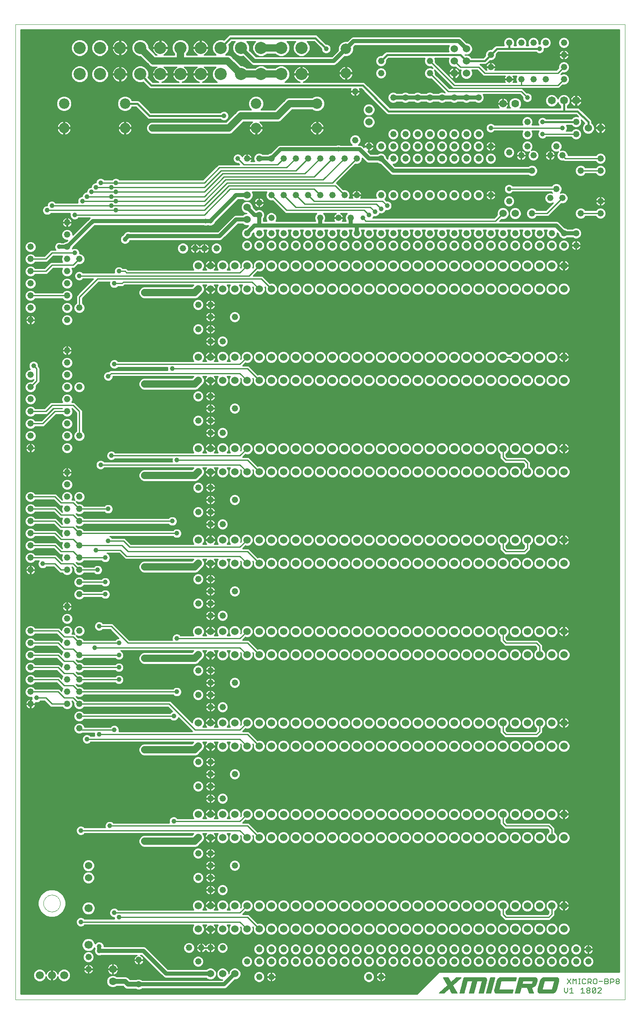
<source format=gtl>
G75*
G70*
%OFA0B0*%
%FSLAX24Y24*%
%IPPOS*%
%LPD*%
%AMOC8*
5,1,8,0,0,1.08239X$1,22.5*
%
%ADD10C,0.0000*%
%ADD11C,0.0070*%
%ADD12C,0.1000*%
%ADD13C,0.0520*%
%ADD14C,0.0600*%
%ADD15C,0.0630*%
%ADD16C,0.0860*%
%ADD17C,0.0660*%
%ADD18C,0.0669*%
%ADD19C,0.0650*%
%ADD20C,0.0396*%
%ADD21C,0.0100*%
%ADD22C,0.2500*%
%ADD23C,0.0320*%
%ADD24C,0.0600*%
%ADD25C,0.0160*%
%ADD26C,0.0060*%
%ADD27C,0.0400*%
D10*
X000150Y000150D02*
X000150Y080150D01*
X050150Y080150D01*
X050150Y000150D01*
X000150Y000150D01*
X002461Y008050D02*
X002463Y008102D01*
X002469Y008154D01*
X002479Y008205D01*
X002492Y008255D01*
X002510Y008305D01*
X002531Y008352D01*
X002555Y008398D01*
X002584Y008442D01*
X002615Y008484D01*
X002649Y008523D01*
X002686Y008560D01*
X002726Y008593D01*
X002769Y008624D01*
X002813Y008651D01*
X002859Y008675D01*
X002908Y008695D01*
X002957Y008711D01*
X003008Y008724D01*
X003059Y008733D01*
X003111Y008738D01*
X003163Y008739D01*
X003215Y008736D01*
X003267Y008729D01*
X003318Y008718D01*
X003368Y008704D01*
X003417Y008685D01*
X003464Y008663D01*
X003509Y008638D01*
X003553Y008609D01*
X003594Y008577D01*
X003633Y008542D01*
X003668Y008504D01*
X003701Y008463D01*
X003731Y008421D01*
X003757Y008376D01*
X003780Y008329D01*
X003799Y008280D01*
X003815Y008230D01*
X003827Y008180D01*
X003835Y008128D01*
X003839Y008076D01*
X003839Y008024D01*
X003835Y007972D01*
X003827Y007920D01*
X003815Y007870D01*
X003799Y007820D01*
X003780Y007771D01*
X003757Y007724D01*
X003731Y007679D01*
X003701Y007637D01*
X003668Y007596D01*
X003633Y007558D01*
X003594Y007523D01*
X003553Y007491D01*
X003509Y007462D01*
X003464Y007437D01*
X003417Y007415D01*
X003368Y007396D01*
X003318Y007382D01*
X003267Y007371D01*
X003215Y007364D01*
X003163Y007361D01*
X003111Y007362D01*
X003059Y007367D01*
X003008Y007376D01*
X002957Y007389D01*
X002908Y007405D01*
X002859Y007425D01*
X002813Y007449D01*
X002769Y007476D01*
X002726Y007507D01*
X002686Y007540D01*
X002649Y007577D01*
X002615Y007616D01*
X002584Y007658D01*
X002555Y007702D01*
X002531Y007748D01*
X002510Y007795D01*
X002492Y007845D01*
X002479Y007895D01*
X002469Y007946D01*
X002463Y007998D01*
X002461Y008050D01*
D11*
X045185Y001115D02*
X045185Y000828D01*
X045328Y000685D01*
X045472Y000828D01*
X045472Y001115D01*
X045645Y000972D02*
X045789Y001115D01*
X045789Y000685D01*
X045932Y000685D02*
X045645Y000685D01*
X045722Y001435D02*
X045435Y001865D01*
X045722Y001865D02*
X045435Y001435D01*
X045895Y001435D02*
X045895Y001865D01*
X046039Y001722D01*
X046182Y001865D01*
X046182Y001435D01*
X046356Y001435D02*
X046499Y001435D01*
X046428Y001435D02*
X046428Y001865D01*
X046499Y001865D02*
X046356Y001865D01*
X046663Y001794D02*
X046663Y001507D01*
X046734Y001435D01*
X046878Y001435D01*
X046950Y001507D01*
X047123Y001578D02*
X047338Y001578D01*
X047410Y001650D01*
X047410Y001794D01*
X047338Y001865D01*
X047123Y001865D01*
X047123Y001435D01*
X047267Y001578D02*
X047410Y001435D01*
X047583Y001507D02*
X047583Y001794D01*
X047655Y001865D01*
X047799Y001865D01*
X047870Y001794D01*
X047870Y001507D01*
X047799Y001435D01*
X047655Y001435D01*
X047583Y001507D01*
X047559Y001115D02*
X047702Y001115D01*
X047774Y001044D01*
X047487Y000757D01*
X047559Y000685D01*
X047702Y000685D01*
X047774Y000757D01*
X047774Y001044D01*
X047947Y001044D02*
X048019Y001115D01*
X048163Y001115D01*
X048234Y001044D01*
X048234Y000972D01*
X047947Y000685D01*
X048234Y000685D01*
X048504Y001435D02*
X048719Y001435D01*
X048791Y001507D01*
X048791Y001578D01*
X048719Y001650D01*
X048504Y001650D01*
X048331Y001650D02*
X048044Y001650D01*
X048504Y001435D02*
X048504Y001865D01*
X048719Y001865D01*
X048791Y001794D01*
X048791Y001722D01*
X048719Y001650D01*
X048965Y001578D02*
X049180Y001578D01*
X049252Y001650D01*
X049252Y001794D01*
X049180Y001865D01*
X048965Y001865D01*
X048965Y001435D01*
X049425Y001507D02*
X049425Y001578D01*
X049497Y001650D01*
X049640Y001650D01*
X049712Y001578D01*
X049712Y001507D01*
X049640Y001435D01*
X049497Y001435D01*
X049425Y001507D01*
X049497Y001650D02*
X049425Y001722D01*
X049425Y001794D01*
X049497Y001865D01*
X049640Y001865D01*
X049712Y001794D01*
X049712Y001722D01*
X049640Y001650D01*
X047559Y001115D02*
X047487Y001044D01*
X047487Y000757D01*
X047313Y000757D02*
X047242Y000685D01*
X047098Y000685D01*
X047027Y000757D01*
X047027Y000828D01*
X047098Y000900D01*
X047242Y000900D01*
X047313Y000828D01*
X047313Y000757D01*
X047242Y000900D02*
X047313Y000972D01*
X047313Y001044D01*
X047242Y001115D01*
X047098Y001115D01*
X047027Y001044D01*
X047027Y000972D01*
X047098Y000900D01*
X046853Y000685D02*
X046566Y000685D01*
X046710Y000685D02*
X046710Y001115D01*
X046566Y000972D01*
X046663Y001794D02*
X046734Y001865D01*
X046878Y001865D01*
X046950Y001794D01*
D12*
X023619Y076067D03*
X021966Y076067D03*
X020312Y076067D03*
X018659Y076067D03*
X017005Y076067D03*
X015352Y076067D03*
X013698Y076067D03*
X012045Y076067D03*
X010391Y076067D03*
X008738Y076067D03*
X007084Y076067D03*
X005431Y076067D03*
X005431Y078233D03*
X007084Y078233D03*
X008738Y078233D03*
X010391Y078233D03*
X012045Y078233D03*
X013698Y078233D03*
X015352Y078233D03*
X017005Y078233D03*
X018659Y078233D03*
X020312Y078233D03*
X021966Y078233D03*
X023619Y078233D03*
D13*
X028025Y074650D03*
X030150Y076150D03*
X030150Y077150D03*
X031150Y074150D03*
X032150Y074150D03*
X033150Y074150D03*
X034150Y074150D03*
X035150Y074150D03*
X036150Y074150D03*
X037150Y074150D03*
X038150Y074150D03*
X039150Y076650D03*
X039150Y077650D03*
X040650Y078650D03*
X041650Y078650D03*
X042650Y078650D03*
X043650Y078650D03*
X045150Y078650D03*
X045150Y077650D03*
X045150Y076650D03*
X045150Y075650D03*
X043650Y075650D03*
X042650Y075650D03*
X041650Y075650D03*
X040650Y075650D03*
X042150Y072150D03*
X042150Y071150D03*
X042150Y070150D03*
X041650Y069400D03*
X042650Y069400D03*
X042525Y068150D03*
X044025Y069400D03*
X044525Y070150D03*
X045025Y069400D03*
X046150Y071150D03*
X046150Y072150D03*
X048150Y069150D03*
X048150Y068150D03*
X046525Y068150D03*
X045025Y065900D03*
X044525Y066650D03*
X044025Y065900D03*
X042525Y064650D03*
X042150Y063025D03*
X042150Y062025D03*
X043150Y062025D03*
X043150Y063025D03*
X044150Y063025D03*
X044150Y062025D03*
X045150Y062025D03*
X045150Y063025D03*
X046150Y063025D03*
X046150Y062025D03*
X046525Y064650D03*
X048150Y064650D03*
X048150Y065650D03*
X041150Y063025D03*
X041150Y062025D03*
X040150Y062025D03*
X040150Y063025D03*
X039150Y063025D03*
X039150Y062025D03*
X038150Y062025D03*
X038150Y063025D03*
X037150Y063025D03*
X037150Y062025D03*
X036150Y062025D03*
X036150Y063025D03*
X035150Y063025D03*
X035150Y062025D03*
X034150Y062025D03*
X034150Y063025D03*
X033150Y063025D03*
X033150Y062025D03*
X032150Y062025D03*
X032150Y063025D03*
X031150Y063025D03*
X031150Y062025D03*
X030150Y062025D03*
X030150Y063025D03*
X029150Y063025D03*
X029150Y062025D03*
X028150Y062025D03*
X028150Y063025D03*
X027150Y063025D03*
X027150Y062025D03*
X026150Y062025D03*
X026150Y063025D03*
X025150Y063025D03*
X025150Y062025D03*
X024150Y062025D03*
X024150Y063025D03*
X023150Y063025D03*
X023150Y062025D03*
X022150Y062025D03*
X022150Y063025D03*
X021150Y063025D03*
X021150Y062025D03*
X020150Y062025D03*
X020150Y063025D03*
X019150Y063025D03*
X019150Y062025D03*
X020150Y064525D03*
X020150Y065525D03*
X021150Y066150D03*
X022150Y066150D03*
X023150Y066150D03*
X024150Y066150D03*
X025150Y066150D03*
X026150Y066150D03*
X027150Y066150D03*
X028150Y066150D03*
X027650Y064275D03*
X026650Y064275D03*
X025150Y064275D03*
X025150Y069150D03*
X024150Y069150D03*
X023150Y069150D03*
X022150Y069150D03*
X021150Y069150D03*
X020150Y069150D03*
X019150Y069150D03*
X021150Y064275D03*
X016650Y061775D03*
X015650Y061775D03*
X014900Y061775D03*
X013900Y061775D03*
X015150Y057150D03*
X016150Y057150D03*
X016150Y056150D03*
X016150Y055150D03*
X016150Y054150D03*
X015150Y055150D03*
X017150Y054150D03*
X018150Y056150D03*
X016150Y049650D03*
X016150Y048650D03*
X016150Y047650D03*
X016150Y046650D03*
X015150Y047650D03*
X015150Y049650D03*
X017150Y046650D03*
X018150Y048650D03*
X016150Y042150D03*
X016150Y041150D03*
X016150Y040150D03*
X015150Y040150D03*
X016150Y039150D03*
X017150Y039150D03*
X018150Y041150D03*
X015150Y042150D03*
X015150Y034650D03*
X016150Y034650D03*
X016150Y033650D03*
X016150Y032650D03*
X016150Y031650D03*
X015150Y032650D03*
X017150Y031650D03*
X018150Y033650D03*
X016150Y027150D03*
X016150Y026150D03*
X016150Y025150D03*
X016150Y024150D03*
X015150Y025150D03*
X015150Y027150D03*
X017150Y024150D03*
X018150Y026150D03*
X016150Y019650D03*
X016150Y018650D03*
X015150Y019650D03*
X015150Y017650D03*
X016150Y017650D03*
X016150Y016650D03*
X017150Y016650D03*
X018150Y018650D03*
X016150Y012150D03*
X015150Y012150D03*
X016150Y011150D03*
X016150Y010150D03*
X016150Y009150D03*
X015150Y010150D03*
X017150Y009150D03*
X018150Y011150D03*
X017150Y004400D03*
X016150Y004400D03*
X015400Y004400D03*
X015150Y003275D03*
X014400Y004400D03*
X010275Y003400D03*
X010275Y001400D03*
X006150Y002650D03*
X006150Y003650D03*
X005400Y022400D03*
X005400Y023400D03*
X005400Y024400D03*
X005400Y025400D03*
X005400Y026400D03*
X004400Y026400D03*
X004400Y025400D03*
X004400Y024400D03*
X004400Y027400D03*
X004400Y028400D03*
X004400Y029400D03*
X004400Y030400D03*
X005400Y030400D03*
X005400Y029400D03*
X005400Y028400D03*
X005400Y027400D03*
X004400Y031400D03*
X004400Y032400D03*
X005400Y033400D03*
X005400Y034400D03*
X005400Y035400D03*
X005400Y036400D03*
X005400Y037400D03*
X005400Y038400D03*
X004400Y038400D03*
X004400Y037400D03*
X004400Y036400D03*
X004400Y035400D03*
X004400Y039400D03*
X004400Y040400D03*
X004400Y041400D03*
X004400Y042400D03*
X005400Y041400D03*
X005400Y040400D03*
X005400Y039400D03*
X004400Y043400D03*
X004400Y045400D03*
X004400Y046400D03*
X005400Y046400D03*
X004400Y047400D03*
X004400Y048400D03*
X004400Y049400D03*
X004400Y050400D03*
X005400Y050400D03*
X004400Y051400D03*
X004400Y052400D03*
X004400Y053400D03*
X004400Y055900D03*
X004400Y056900D03*
X005400Y056900D03*
X004400Y057900D03*
X004400Y058900D03*
X004400Y059900D03*
X004400Y060900D03*
X005400Y060900D03*
X004400Y061900D03*
X004400Y062900D03*
X004400Y063900D03*
X001400Y061900D03*
X001400Y060900D03*
X001400Y059900D03*
X001400Y058900D03*
X001400Y057900D03*
X001400Y056900D03*
X001400Y055900D03*
X001400Y051400D03*
X001400Y050400D03*
X001400Y049400D03*
X001400Y048400D03*
X001400Y047400D03*
X001400Y046400D03*
X001400Y045400D03*
X001400Y041400D03*
X001400Y040400D03*
X001400Y039400D03*
X001400Y038400D03*
X001400Y037400D03*
X001400Y036400D03*
X001400Y035400D03*
X001400Y030400D03*
X001400Y029400D03*
X001400Y028400D03*
X001400Y027400D03*
X001400Y026400D03*
X001400Y025400D03*
X001400Y024400D03*
X019150Y003275D03*
X020150Y003275D03*
X020150Y004275D03*
X021150Y004275D03*
X021150Y003275D03*
X022150Y003275D03*
X022150Y004275D03*
X023150Y004275D03*
X023150Y003275D03*
X024150Y003275D03*
X024150Y004275D03*
X025150Y004275D03*
X025150Y003275D03*
X026150Y003275D03*
X026150Y004275D03*
X027150Y004275D03*
X027150Y003275D03*
X028150Y003275D03*
X028150Y004275D03*
X029150Y004275D03*
X029150Y003275D03*
X030150Y003275D03*
X030150Y004275D03*
X031150Y004275D03*
X031150Y003275D03*
X032150Y003275D03*
X032150Y004275D03*
X033150Y004275D03*
X033150Y003275D03*
X034150Y003275D03*
X034150Y004275D03*
X035150Y004275D03*
X035150Y003275D03*
X036150Y003275D03*
X036150Y004275D03*
X037150Y004275D03*
X037150Y003275D03*
X038150Y003275D03*
X038150Y004275D03*
X039150Y004275D03*
X039150Y003275D03*
X040150Y003275D03*
X040150Y004275D03*
X041150Y004275D03*
X041150Y003275D03*
X042150Y003275D03*
X042150Y004275D03*
X043150Y004275D03*
X043150Y003275D03*
X044150Y003275D03*
X044150Y004275D03*
X045150Y004275D03*
X045150Y003275D03*
X046150Y003275D03*
X046150Y004275D03*
X047150Y004275D03*
X047150Y003275D03*
X030150Y002025D03*
X029150Y002025D03*
X021150Y002025D03*
X020150Y002025D03*
X040650Y065650D03*
X039150Y066150D03*
X038150Y066150D03*
X037150Y066150D03*
X036150Y066150D03*
X035150Y066150D03*
X034150Y066150D03*
X033150Y066150D03*
X032150Y066150D03*
X031150Y066150D03*
X030150Y066150D03*
X030150Y069150D03*
X030150Y070150D03*
X029150Y070150D03*
X028150Y069150D03*
X028025Y070650D03*
X027150Y069150D03*
X026150Y069150D03*
X031150Y069150D03*
X031150Y070150D03*
X031150Y071150D03*
X032150Y071150D03*
X032150Y070150D03*
X032150Y069150D03*
X033150Y069150D03*
X033150Y070150D03*
X033150Y071150D03*
X034150Y071150D03*
X034150Y070150D03*
X034150Y069150D03*
X035150Y069150D03*
X035150Y070150D03*
X035150Y071150D03*
X036150Y071150D03*
X036150Y070150D03*
X036150Y069150D03*
X037150Y069150D03*
X037150Y070150D03*
X037150Y071150D03*
X038150Y071150D03*
X038150Y070150D03*
X038150Y069150D03*
X039150Y069150D03*
X039150Y070150D03*
X040650Y069650D03*
X034150Y076150D03*
X034150Y077150D03*
D14*
X036150Y077150D03*
X036150Y078150D03*
X037150Y078150D03*
X037150Y077150D03*
X037150Y076150D03*
X036150Y076150D03*
X029150Y073150D03*
X029150Y072150D03*
X024275Y073650D03*
X023650Y073650D03*
X019150Y066150D03*
X019150Y065150D03*
X019150Y064150D03*
X019150Y060355D03*
X018150Y060355D03*
X017150Y060355D03*
X016150Y060355D03*
X015150Y060355D03*
X015150Y058445D03*
X016150Y058445D03*
X017150Y058445D03*
X018150Y058445D03*
X019150Y058445D03*
X020150Y058445D03*
X021150Y058445D03*
X022150Y058445D03*
X023150Y058445D03*
X024150Y058445D03*
X025150Y058445D03*
X026150Y058445D03*
X027150Y058445D03*
X028150Y058445D03*
X029150Y058445D03*
X030150Y058445D03*
X031150Y058445D03*
X032150Y058445D03*
X033150Y058445D03*
X034150Y058445D03*
X035150Y058445D03*
X036150Y058445D03*
X037150Y058445D03*
X038150Y058445D03*
X039150Y058445D03*
X040150Y058445D03*
X041150Y058445D03*
X042150Y058445D03*
X043150Y058445D03*
X044150Y058445D03*
X045150Y058445D03*
X045150Y060355D03*
X044150Y060355D03*
X043150Y060355D03*
X042150Y060355D03*
X041150Y060355D03*
X040150Y060355D03*
X039150Y060355D03*
X038150Y060355D03*
X037150Y060355D03*
X036150Y060355D03*
X035150Y060355D03*
X034150Y060355D03*
X033150Y060355D03*
X032150Y060355D03*
X031150Y060355D03*
X030150Y060355D03*
X029150Y060355D03*
X028150Y060355D03*
X027150Y060355D03*
X026150Y060355D03*
X025150Y060355D03*
X024150Y060355D03*
X023150Y060355D03*
X022150Y060355D03*
X021150Y060355D03*
X020150Y060355D03*
X020150Y052855D03*
X019150Y052855D03*
X018150Y052855D03*
X017150Y052855D03*
X016150Y052855D03*
X015150Y052855D03*
X015150Y050945D03*
X016150Y050945D03*
X017150Y050945D03*
X018150Y050945D03*
X019150Y050945D03*
X020150Y050945D03*
X021150Y050945D03*
X022150Y050945D03*
X023150Y050945D03*
X024150Y050945D03*
X025150Y050945D03*
X026150Y050945D03*
X027150Y050945D03*
X028150Y050945D03*
X029150Y050945D03*
X030150Y050945D03*
X031150Y050945D03*
X032150Y050945D03*
X033150Y050945D03*
X034150Y050945D03*
X035150Y050945D03*
X036150Y050945D03*
X037150Y050945D03*
X038150Y050945D03*
X039150Y050945D03*
X040150Y050945D03*
X041150Y050945D03*
X042150Y050945D03*
X043150Y050945D03*
X044150Y050945D03*
X045150Y050945D03*
X045150Y052855D03*
X044150Y052855D03*
X043150Y052855D03*
X042150Y052855D03*
X041150Y052855D03*
X040150Y052855D03*
X039150Y052855D03*
X038150Y052855D03*
X037150Y052855D03*
X036150Y052855D03*
X035150Y052855D03*
X034150Y052855D03*
X033150Y052855D03*
X032150Y052855D03*
X031150Y052855D03*
X030150Y052855D03*
X029150Y052855D03*
X028150Y052855D03*
X027150Y052855D03*
X026150Y052855D03*
X025150Y052855D03*
X024150Y052855D03*
X023150Y052855D03*
X022150Y052855D03*
X021150Y052855D03*
X021150Y045355D03*
X022150Y045355D03*
X023150Y045355D03*
X024150Y045355D03*
X025150Y045355D03*
X026150Y045355D03*
X027150Y045355D03*
X028150Y045355D03*
X029150Y045355D03*
X030150Y045355D03*
X031150Y045355D03*
X032150Y045355D03*
X033150Y045355D03*
X034150Y045355D03*
X035150Y045355D03*
X036150Y045355D03*
X037150Y045355D03*
X038150Y045355D03*
X039150Y045355D03*
X040150Y045355D03*
X041150Y045355D03*
X042150Y045355D03*
X043150Y045355D03*
X044150Y045355D03*
X045150Y045355D03*
X045150Y043445D03*
X044150Y043445D03*
X043150Y043445D03*
X042150Y043445D03*
X041150Y043445D03*
X040150Y043445D03*
X039150Y043445D03*
X038150Y043445D03*
X037150Y043445D03*
X036150Y043445D03*
X035150Y043445D03*
X034150Y043445D03*
X033150Y043445D03*
X032150Y043445D03*
X031150Y043445D03*
X030150Y043445D03*
X029150Y043445D03*
X028150Y043445D03*
X027150Y043445D03*
X026150Y043445D03*
X025150Y043445D03*
X024150Y043445D03*
X023150Y043445D03*
X022150Y043445D03*
X021150Y043445D03*
X020150Y043445D03*
X019150Y043445D03*
X018150Y043445D03*
X017150Y043445D03*
X016150Y043445D03*
X015150Y043445D03*
X015150Y045355D03*
X016150Y045355D03*
X017150Y045355D03*
X018150Y045355D03*
X019150Y045355D03*
X020150Y045355D03*
X020150Y037855D03*
X019150Y037855D03*
X018150Y037855D03*
X017150Y037855D03*
X016150Y037855D03*
X015150Y037855D03*
X015150Y035945D03*
X016150Y035945D03*
X017150Y035945D03*
X018150Y035945D03*
X019150Y035945D03*
X020150Y035945D03*
X021150Y035945D03*
X022150Y035945D03*
X023150Y035945D03*
X024150Y035945D03*
X025150Y035945D03*
X026150Y035945D03*
X027150Y035945D03*
X028150Y035945D03*
X029150Y035945D03*
X030150Y035945D03*
X031150Y035945D03*
X032150Y035945D03*
X033150Y035945D03*
X034150Y035945D03*
X035150Y035945D03*
X036150Y035945D03*
X037150Y035945D03*
X038150Y035945D03*
X039150Y035945D03*
X040150Y035945D03*
X041150Y035945D03*
X042150Y035945D03*
X043150Y035945D03*
X044150Y035945D03*
X045150Y035945D03*
X045150Y037855D03*
X044150Y037855D03*
X043150Y037855D03*
X042150Y037855D03*
X041150Y037855D03*
X040150Y037855D03*
X039150Y037855D03*
X038150Y037855D03*
X037150Y037855D03*
X036150Y037855D03*
X035150Y037855D03*
X034150Y037855D03*
X033150Y037855D03*
X032150Y037855D03*
X031150Y037855D03*
X030150Y037855D03*
X029150Y037855D03*
X028150Y037855D03*
X027150Y037855D03*
X026150Y037855D03*
X025150Y037855D03*
X024150Y037855D03*
X023150Y037855D03*
X022150Y037855D03*
X021150Y037855D03*
X021150Y030355D03*
X022150Y030355D03*
X023150Y030355D03*
X024150Y030355D03*
X025150Y030355D03*
X026150Y030355D03*
X027150Y030355D03*
X028150Y030355D03*
X029150Y030355D03*
X030150Y030355D03*
X031150Y030355D03*
X032150Y030355D03*
X033150Y030355D03*
X034150Y030355D03*
X035150Y030355D03*
X036150Y030355D03*
X037150Y030355D03*
X038150Y030355D03*
X039150Y030355D03*
X040150Y030355D03*
X041150Y030355D03*
X042150Y030355D03*
X043150Y030355D03*
X044150Y030355D03*
X045150Y030355D03*
X045150Y028445D03*
X044150Y028445D03*
X043150Y028445D03*
X042150Y028445D03*
X041150Y028445D03*
X040150Y028445D03*
X039150Y028445D03*
X038150Y028445D03*
X037150Y028445D03*
X036150Y028445D03*
X035150Y028445D03*
X034150Y028445D03*
X033150Y028445D03*
X032150Y028445D03*
X031150Y028445D03*
X030150Y028445D03*
X029150Y028445D03*
X028150Y028445D03*
X027150Y028445D03*
X026150Y028445D03*
X025150Y028445D03*
X024150Y028445D03*
X023150Y028445D03*
X022150Y028445D03*
X021150Y028445D03*
X020150Y028445D03*
X019150Y028445D03*
X018150Y028445D03*
X017150Y028445D03*
X016150Y028445D03*
X015150Y028445D03*
X015150Y030355D03*
X016150Y030355D03*
X017150Y030355D03*
X018150Y030355D03*
X019150Y030355D03*
X020150Y030355D03*
X020150Y022855D03*
X019150Y022855D03*
X018150Y022855D03*
X017150Y022855D03*
X016150Y022855D03*
X015150Y022855D03*
X015150Y020945D03*
X016150Y020945D03*
X017150Y020945D03*
X018150Y020945D03*
X019150Y020945D03*
X020150Y020945D03*
X021150Y020945D03*
X022150Y020945D03*
X023150Y020945D03*
X024150Y020945D03*
X025150Y020945D03*
X026150Y020945D03*
X027150Y020945D03*
X028150Y020945D03*
X029150Y020945D03*
X030150Y020945D03*
X031150Y020945D03*
X032150Y020945D03*
X033150Y020945D03*
X034150Y020945D03*
X035150Y020945D03*
X036150Y020945D03*
X037150Y020945D03*
X038150Y020945D03*
X039150Y020945D03*
X040150Y020945D03*
X041150Y020945D03*
X042150Y020945D03*
X043150Y020945D03*
X044150Y020945D03*
X045150Y020945D03*
X045150Y022855D03*
X044150Y022855D03*
X043150Y022855D03*
X042150Y022855D03*
X041150Y022855D03*
X040150Y022855D03*
X039150Y022855D03*
X038150Y022855D03*
X037150Y022855D03*
X036150Y022855D03*
X035150Y022855D03*
X034150Y022855D03*
X033150Y022855D03*
X032150Y022855D03*
X031150Y022855D03*
X030150Y022855D03*
X029150Y022855D03*
X028150Y022855D03*
X027150Y022855D03*
X026150Y022855D03*
X025150Y022855D03*
X024150Y022855D03*
X023150Y022855D03*
X022150Y022855D03*
X021150Y022855D03*
X021150Y015355D03*
X022150Y015355D03*
X023150Y015355D03*
X024150Y015355D03*
X025150Y015355D03*
X026150Y015355D03*
X027150Y015355D03*
X028150Y015355D03*
X029150Y015355D03*
X030150Y015355D03*
X031150Y015355D03*
X032150Y015355D03*
X033150Y015355D03*
X034150Y015355D03*
X035150Y015355D03*
X036150Y015355D03*
X037150Y015355D03*
X038150Y015355D03*
X039150Y015355D03*
X040150Y015355D03*
X041150Y015355D03*
X042150Y015355D03*
X043150Y015355D03*
X044150Y015355D03*
X045150Y015355D03*
X045150Y013445D03*
X044150Y013445D03*
X043150Y013445D03*
X042150Y013445D03*
X041150Y013445D03*
X040150Y013445D03*
X039150Y013445D03*
X038150Y013445D03*
X037150Y013445D03*
X036150Y013445D03*
X035150Y013445D03*
X034150Y013445D03*
X033150Y013445D03*
X032150Y013445D03*
X031150Y013445D03*
X030150Y013445D03*
X029150Y013445D03*
X028150Y013445D03*
X027150Y013445D03*
X026150Y013445D03*
X025150Y013445D03*
X024150Y013445D03*
X023150Y013445D03*
X022150Y013445D03*
X021150Y013445D03*
X020150Y013445D03*
X019150Y013445D03*
X018150Y013445D03*
X017150Y013445D03*
X016150Y013445D03*
X015150Y013445D03*
X015150Y015355D03*
X016150Y015355D03*
X017150Y015355D03*
X018150Y015355D03*
X019150Y015355D03*
X020150Y015355D03*
X020150Y007855D03*
X019150Y007855D03*
X018150Y007855D03*
X017150Y007855D03*
X016150Y007855D03*
X015150Y007855D03*
X015150Y005945D03*
X016150Y005945D03*
X017150Y005945D03*
X018150Y005945D03*
X019150Y005945D03*
X020150Y005945D03*
X021150Y005945D03*
X022150Y005945D03*
X023150Y005945D03*
X024150Y005945D03*
X025150Y005945D03*
X026150Y005945D03*
X027150Y005945D03*
X028150Y005945D03*
X029150Y005945D03*
X030150Y005945D03*
X031150Y005945D03*
X032150Y005945D03*
X033150Y005945D03*
X034150Y005945D03*
X035150Y005945D03*
X036150Y005945D03*
X037150Y005945D03*
X038150Y005945D03*
X039150Y005945D03*
X040150Y005945D03*
X041150Y005945D03*
X042150Y005945D03*
X043150Y005945D03*
X044150Y005945D03*
X045150Y005945D03*
X045150Y007855D03*
X044150Y007855D03*
X043150Y007855D03*
X042150Y007855D03*
X041150Y007855D03*
X040150Y007855D03*
X039150Y007855D03*
X038150Y007855D03*
X037150Y007855D03*
X036150Y007855D03*
X035150Y007855D03*
X034150Y007855D03*
X033150Y007855D03*
X032150Y007855D03*
X031150Y007855D03*
X030150Y007855D03*
X029150Y007855D03*
X028150Y007855D03*
X027150Y007855D03*
X026150Y007855D03*
X025150Y007855D03*
X024150Y007855D03*
X023150Y007855D03*
X022150Y007855D03*
X021150Y007855D03*
X018150Y002275D03*
X017150Y002275D03*
X016150Y002275D03*
X011400Y013150D03*
X010775Y013150D03*
X006150Y011150D03*
X006150Y010150D03*
X010775Y020650D03*
X011400Y020650D03*
X011400Y028150D03*
X010775Y028150D03*
X010775Y035650D03*
X011400Y035650D03*
X011400Y043150D03*
X010775Y043150D03*
X010775Y050650D03*
X011400Y050650D03*
X011400Y058150D03*
X010775Y058150D03*
X011400Y071650D03*
X012025Y071650D03*
X012650Y071650D03*
X040150Y064650D03*
X041150Y064650D03*
X047150Y071650D03*
X048150Y071650D03*
D15*
X041150Y073650D03*
X040150Y073650D03*
X008150Y002650D03*
X008150Y001650D03*
D16*
X009150Y071650D03*
X009150Y073650D03*
X004150Y073650D03*
X004150Y071650D03*
X019900Y071650D03*
X019900Y073650D03*
X024900Y073650D03*
X024900Y071650D03*
X027275Y076150D03*
X027275Y078150D03*
D17*
X004150Y002150D03*
X003150Y002150D03*
X002150Y002150D03*
D18*
X006150Y004650D03*
X006150Y007650D03*
D19*
X044150Y073900D03*
X045150Y073900D03*
X046150Y073900D03*
X048150Y073900D03*
D20*
X045025Y071650D03*
X043400Y071150D03*
X043400Y072150D03*
X042150Y074150D03*
X041150Y072150D03*
X039150Y071650D03*
X040650Y066650D03*
X042525Y065775D03*
X046025Y056775D03*
X046025Y049275D03*
X046025Y041775D03*
X046025Y034275D03*
X046025Y026775D03*
X046025Y019275D03*
X033525Y001775D03*
X025525Y001150D03*
X019650Y010650D03*
X019650Y018150D03*
X019650Y025650D03*
X019650Y033150D03*
X019650Y040650D03*
X019650Y048150D03*
X019650Y055650D03*
X015150Y063400D03*
X015775Y064025D03*
X016150Y064025D03*
X015150Y069150D03*
X017275Y072650D03*
X015150Y074150D03*
X012150Y069150D03*
X008400Y067150D03*
X008025Y066775D03*
X008400Y066400D03*
X008025Y066025D03*
X008400Y065650D03*
X008025Y065275D03*
X008400Y064900D03*
X009400Y062775D03*
X009150Y062525D03*
X008150Y061150D03*
X008650Y059900D03*
X008275Y058900D03*
X005400Y059525D03*
X005025Y061400D03*
X003775Y061900D03*
X002150Y063650D03*
X002775Y064900D03*
X003150Y065275D03*
X005025Y064525D03*
X005650Y065650D03*
X006025Y066025D03*
X006400Y066400D03*
X006775Y066775D03*
X007150Y067150D03*
X011650Y061150D03*
X008275Y052275D03*
X007775Y051275D03*
X011900Y048150D03*
X013400Y044400D03*
X011900Y040650D03*
X013025Y039400D03*
X013400Y038400D03*
X007775Y037775D03*
X006775Y037025D03*
X007525Y036400D03*
X006900Y035400D03*
X007525Y034400D03*
X007525Y033400D03*
X007025Y030775D03*
X006650Y029025D03*
X008650Y029400D03*
X008650Y028400D03*
X008650Y027400D03*
X008650Y026400D03*
X008275Y022275D03*
X007025Y021900D03*
X006025Y021525D03*
X003900Y020275D03*
X004400Y015775D03*
X005525Y014025D03*
X004900Y011275D03*
X004650Y008650D03*
X004650Y007650D03*
X004650Y006650D03*
X004650Y005650D03*
X004650Y004650D03*
X003650Y004650D03*
X003650Y005650D03*
X003650Y006650D03*
X002650Y006650D03*
X002650Y005650D03*
X001650Y005650D03*
X001650Y006650D03*
X001650Y007650D03*
X001650Y008650D03*
X001650Y004650D03*
X002650Y004650D03*
X005525Y006525D03*
X007025Y004525D03*
X007025Y004150D03*
X008650Y006900D03*
X008275Y007275D03*
X010900Y005275D03*
X007900Y014400D03*
X011900Y018150D03*
X013150Y014775D03*
X013150Y023400D03*
X013400Y025400D03*
X011900Y025900D03*
X013400Y029775D03*
X007775Y040400D03*
X007150Y044025D03*
X008025Y044775D03*
X002400Y043275D03*
X002400Y035900D03*
X002400Y032775D03*
X001900Y024900D03*
X018025Y001275D03*
X013025Y051900D03*
X002400Y053775D03*
X001650Y052150D03*
X002150Y069150D03*
X018400Y069150D03*
X025650Y078150D03*
X026650Y069900D03*
X029150Y068525D03*
X030650Y065275D03*
X030150Y065025D03*
X029650Y064775D03*
X029150Y064525D03*
X028650Y064275D03*
X034650Y072150D03*
X034400Y075150D03*
X031900Y078150D03*
X031900Y079400D03*
X038525Y078275D03*
X043150Y078150D03*
D21*
X042867Y077870D02*
X042924Y077812D01*
X043071Y077752D01*
X043229Y077752D01*
X043376Y077812D01*
X043488Y077924D01*
X043548Y078071D01*
X043548Y078194D01*
X043558Y078190D01*
X043741Y078190D01*
X043911Y078260D01*
X044040Y078389D01*
X044110Y078558D01*
X044110Y078741D01*
X044040Y078911D01*
X043911Y079040D01*
X043741Y079110D01*
X043558Y079110D01*
X043389Y079040D01*
X043260Y078911D01*
X043190Y078741D01*
X043190Y078558D01*
X043194Y078548D01*
X043106Y078548D01*
X043110Y078558D01*
X043110Y078741D01*
X043040Y078911D01*
X042911Y079040D01*
X042741Y079110D01*
X042558Y079110D01*
X042389Y079040D01*
X042260Y078911D01*
X042190Y078741D01*
X042190Y078558D01*
X042243Y078430D01*
X042057Y078430D01*
X042110Y078558D01*
X042110Y078741D01*
X042040Y078911D01*
X041911Y079040D01*
X041741Y079110D01*
X041558Y079110D01*
X041389Y079040D01*
X041260Y078911D01*
X041190Y078741D01*
X041190Y078558D01*
X041243Y078430D01*
X041057Y078430D01*
X041110Y078558D01*
X041110Y078741D01*
X041040Y078911D01*
X040911Y079040D01*
X040741Y079110D01*
X040558Y079110D01*
X040389Y079040D01*
X040260Y078911D01*
X040190Y078741D01*
X040190Y078558D01*
X040243Y078430D01*
X039594Y078430D01*
X039491Y078387D01*
X039214Y078110D01*
X039058Y078110D01*
X038889Y078040D01*
X038760Y077911D01*
X038690Y077741D01*
X038690Y077586D01*
X038534Y077430D01*
X037575Y077430D01*
X037574Y077433D01*
X037433Y077574D01*
X037249Y077650D01*
X037433Y077726D01*
X037574Y077867D01*
X037650Y078051D01*
X037650Y078249D01*
X037574Y078433D01*
X037433Y078574D01*
X037249Y078650D01*
X037159Y078650D01*
X036830Y078979D01*
X036729Y079080D01*
X036597Y079135D01*
X027828Y079135D01*
X027696Y079080D01*
X027396Y078780D01*
X027150Y078780D01*
X026918Y078684D01*
X026741Y078507D01*
X026645Y078275D01*
X026645Y078029D01*
X026126Y077510D01*
X019891Y077510D01*
X019344Y078057D01*
X019359Y078093D01*
X019359Y078372D01*
X019252Y078629D01*
X019136Y078745D01*
X019835Y078745D01*
X019719Y078629D01*
X019612Y078372D01*
X019612Y078093D01*
X019719Y077836D01*
X019916Y077639D01*
X020173Y077533D01*
X020452Y077533D01*
X020709Y077639D01*
X020802Y077733D01*
X021476Y077733D01*
X021569Y077639D01*
X021827Y077533D01*
X022105Y077533D01*
X022362Y077639D01*
X022559Y077836D01*
X022666Y078093D01*
X022666Y078372D01*
X022559Y078629D01*
X022444Y078745D01*
X023142Y078745D01*
X023026Y078629D01*
X022919Y078372D01*
X022919Y078093D01*
X023026Y077836D01*
X023223Y077639D01*
X023480Y077533D01*
X023759Y077533D01*
X024016Y077639D01*
X024213Y077836D01*
X024319Y078093D01*
X024319Y078372D01*
X024213Y078629D01*
X024097Y078745D01*
X024659Y078745D01*
X025252Y078152D01*
X025252Y078071D01*
X025312Y077924D01*
X025424Y077812D01*
X025571Y077752D01*
X025729Y077752D01*
X025876Y077812D01*
X025988Y077924D01*
X026048Y078071D01*
X026048Y078229D01*
X025988Y078376D01*
X025876Y078488D01*
X025729Y078548D01*
X025648Y078548D01*
X024934Y079262D01*
X024831Y079305D01*
X017742Y079305D01*
X017639Y079262D01*
X017560Y079184D01*
X017560Y079184D01*
X017261Y078884D01*
X017145Y078933D01*
X016866Y078933D01*
X016609Y078826D01*
X016412Y078629D01*
X016305Y078372D01*
X016305Y078093D01*
X016412Y077836D01*
X016598Y077650D01*
X015643Y077650D01*
X015714Y077691D01*
X015781Y077743D01*
X015842Y077803D01*
X015893Y077871D01*
X015936Y077945D01*
X015969Y078023D01*
X015991Y078106D01*
X016001Y078183D01*
X015402Y078183D01*
X015402Y078283D01*
X015302Y078283D01*
X015302Y078882D01*
X015225Y078872D01*
X015142Y078850D01*
X015064Y078817D01*
X014990Y078774D01*
X014922Y078722D01*
X014862Y078662D01*
X014810Y078595D01*
X014768Y078521D01*
X014735Y078442D01*
X014713Y078360D01*
X014703Y078283D01*
X015302Y078283D01*
X015302Y078183D01*
X014703Y078183D01*
X014713Y078106D01*
X014735Y078023D01*
X014768Y077945D01*
X014810Y077871D01*
X014862Y077803D01*
X014922Y077743D01*
X014990Y077691D01*
X015061Y077650D01*
X014198Y077650D01*
X014198Y077743D01*
X014292Y077836D01*
X014398Y078093D01*
X014398Y078372D01*
X014292Y078629D01*
X014095Y078826D01*
X013837Y078933D01*
X013559Y078933D01*
X013302Y078826D01*
X013105Y078629D01*
X012998Y078372D01*
X012998Y078093D01*
X013105Y077836D01*
X013198Y077743D01*
X013198Y077650D01*
X012335Y077650D01*
X012407Y077691D01*
X012474Y077743D01*
X012534Y077803D01*
X012586Y077871D01*
X012629Y077945D01*
X012662Y078023D01*
X012684Y078106D01*
X012694Y078183D01*
X012095Y078183D01*
X012095Y078283D01*
X011995Y078283D01*
X011995Y078882D01*
X011918Y078872D01*
X011835Y078850D01*
X011757Y078817D01*
X011683Y078774D01*
X011615Y078722D01*
X011555Y078662D01*
X011503Y078595D01*
X011460Y078521D01*
X011428Y078442D01*
X011406Y078360D01*
X011396Y078283D01*
X011995Y078283D01*
X011995Y078183D01*
X011396Y078183D01*
X011406Y078106D01*
X011428Y078023D01*
X011460Y077945D01*
X011503Y077871D01*
X011555Y077803D01*
X011615Y077743D01*
X011683Y077691D01*
X011754Y077650D01*
X011681Y077650D01*
X011091Y078240D01*
X011091Y078372D01*
X010985Y078629D01*
X010788Y078826D01*
X010530Y078933D01*
X010252Y078933D01*
X009995Y078826D01*
X009798Y078629D01*
X009691Y078372D01*
X009691Y078093D01*
X009798Y077836D01*
X009995Y077639D01*
X010252Y077533D01*
X010384Y077533D01*
X011050Y076867D01*
X011191Y076726D01*
X011374Y076650D01*
X011754Y076650D01*
X011683Y076609D01*
X011615Y076557D01*
X011555Y076497D01*
X011503Y076429D01*
X011460Y076355D01*
X011428Y076277D01*
X011406Y076194D01*
X011396Y076117D01*
X011995Y076117D01*
X011995Y076017D01*
X011396Y076017D01*
X011406Y075940D01*
X011428Y075858D01*
X011460Y075779D01*
X011503Y075705D01*
X011555Y075638D01*
X011615Y075578D01*
X011683Y075526D01*
X011757Y075483D01*
X011835Y075450D01*
X011912Y075430D01*
X011424Y075430D01*
X011043Y075812D01*
X011091Y075928D01*
X011091Y076207D01*
X010985Y076464D01*
X010788Y076661D01*
X010530Y076767D01*
X010252Y076767D01*
X009995Y076661D01*
X009798Y076464D01*
X009691Y076207D01*
X009691Y075928D01*
X009798Y075671D01*
X009995Y075474D01*
X010252Y075367D01*
X010530Y075367D01*
X010647Y075416D01*
X011071Y074991D01*
X011150Y074913D01*
X011253Y074870D01*
X027678Y074870D01*
X027674Y074865D01*
X027645Y074807D01*
X027625Y074746D01*
X027615Y074682D01*
X027615Y074680D01*
X027995Y074680D01*
X027995Y074620D01*
X028055Y074620D01*
X028055Y074680D01*
X028435Y074680D01*
X028435Y074682D01*
X028425Y074746D01*
X028405Y074807D01*
X028376Y074865D01*
X028372Y074870D01*
X028534Y074870D01*
X030538Y072866D01*
X030616Y072788D01*
X030719Y072745D01*
X046159Y072745D01*
X046331Y072573D01*
X046241Y072610D01*
X046058Y072610D01*
X045889Y072540D01*
X045779Y072430D01*
X043683Y072430D01*
X043626Y072488D01*
X043479Y072548D01*
X043321Y072548D01*
X043174Y072488D01*
X043062Y072376D01*
X043002Y072229D01*
X043002Y072071D01*
X043062Y071924D01*
X043087Y071900D01*
X042544Y071900D01*
X042610Y072058D01*
X042610Y072241D01*
X042540Y072411D01*
X042411Y072540D01*
X042241Y072610D01*
X042058Y072610D01*
X041889Y072540D01*
X041760Y072411D01*
X041690Y072241D01*
X041690Y072058D01*
X041756Y071900D01*
X039463Y071900D01*
X039376Y071988D01*
X039229Y072048D01*
X039071Y072048D01*
X038924Y071988D01*
X038812Y071876D01*
X038752Y071729D01*
X038752Y071571D01*
X038812Y071424D01*
X038924Y071312D01*
X039071Y071252D01*
X039229Y071252D01*
X039376Y071312D01*
X039463Y071400D01*
X041756Y071400D01*
X041690Y071241D01*
X041690Y071058D01*
X041760Y070889D01*
X041889Y070760D01*
X042058Y070690D01*
X042241Y070690D01*
X042411Y070760D01*
X042540Y070889D01*
X042610Y071058D01*
X042610Y071241D01*
X042544Y071400D01*
X043087Y071400D01*
X043062Y071376D01*
X043002Y071229D01*
X043002Y071071D01*
X043062Y070924D01*
X043174Y070812D01*
X043321Y070752D01*
X043479Y070752D01*
X043626Y070812D01*
X043713Y070900D01*
X045756Y070900D01*
X045760Y070889D01*
X045889Y070760D01*
X046058Y070690D01*
X046241Y070690D01*
X046411Y070760D01*
X046540Y070889D01*
X046610Y071058D01*
X046610Y071241D01*
X046540Y071411D01*
X046411Y071540D01*
X046241Y071610D01*
X046058Y071610D01*
X045889Y071540D01*
X045760Y071411D01*
X045756Y071400D01*
X045338Y071400D01*
X045363Y071424D01*
X045423Y071571D01*
X045423Y071729D01*
X045365Y071870D01*
X045779Y071870D01*
X045889Y071760D01*
X046058Y071690D01*
X046241Y071690D01*
X046411Y071760D01*
X046540Y071889D01*
X046610Y072058D01*
X046610Y072241D01*
X046573Y072331D01*
X046848Y072056D01*
X046726Y071933D01*
X046650Y071749D01*
X046650Y071551D01*
X046726Y071367D01*
X046867Y071226D01*
X047051Y071150D01*
X047249Y071150D01*
X047433Y071226D01*
X047574Y071367D01*
X047650Y071551D01*
X047650Y071749D01*
X047574Y071933D01*
X047433Y072074D01*
X047430Y072075D01*
X047430Y072206D01*
X047387Y072309D01*
X046512Y073184D01*
X046434Y073262D01*
X046331Y073305D01*
X045430Y073305D01*
X045430Y073448D01*
X045447Y073455D01*
X045595Y073603D01*
X045675Y073796D01*
X045675Y074004D01*
X045595Y074197D01*
X045447Y074345D01*
X045254Y074425D01*
X045046Y074425D01*
X044853Y074345D01*
X044705Y074197D01*
X044650Y074064D01*
X044595Y074197D01*
X044447Y074345D01*
X044254Y074425D01*
X044046Y074425D01*
X043853Y074345D01*
X043705Y074197D01*
X043625Y074004D01*
X043625Y073796D01*
X043705Y073603D01*
X043853Y073455D01*
X044046Y073375D01*
X044254Y073375D01*
X044447Y073455D01*
X044595Y073603D01*
X044650Y073736D01*
X044705Y073603D01*
X044853Y073455D01*
X044870Y073448D01*
X044870Y073305D01*
X041533Y073305D01*
X041587Y073358D01*
X041665Y073548D01*
X041665Y073752D01*
X041587Y073942D01*
X041442Y074087D01*
X041252Y074165D01*
X041048Y074165D01*
X040858Y074087D01*
X040713Y073942D01*
X040635Y073752D01*
X040635Y073548D01*
X040713Y073358D01*
X040767Y073305D01*
X040463Y073305D01*
X040505Y073347D01*
X040548Y073406D01*
X040581Y073472D01*
X040604Y073541D01*
X040615Y073613D01*
X040615Y073620D01*
X040180Y073620D01*
X040180Y073680D01*
X040120Y073680D01*
X040120Y074115D01*
X040113Y074115D01*
X040041Y074104D01*
X039972Y074081D01*
X039906Y074048D01*
X039847Y074005D01*
X039795Y073953D01*
X039752Y073894D01*
X039719Y073828D01*
X038479Y073828D01*
X038540Y073889D02*
X038411Y073760D01*
X038241Y073690D01*
X038058Y073690D01*
X037889Y073760D01*
X037859Y073790D01*
X037441Y073790D01*
X037411Y073760D01*
X037241Y073690D01*
X037058Y073690D01*
X036889Y073760D01*
X036859Y073790D01*
X036441Y073790D01*
X036411Y073760D01*
X036241Y073690D01*
X036058Y073690D01*
X035889Y073760D01*
X035859Y073790D01*
X035441Y073790D01*
X035411Y073760D01*
X035241Y073690D01*
X035058Y073690D01*
X034889Y073760D01*
X034859Y073790D01*
X034441Y073790D01*
X034411Y073760D01*
X034241Y073690D01*
X034058Y073690D01*
X033889Y073760D01*
X033859Y073790D01*
X033441Y073790D01*
X033411Y073760D01*
X033241Y073690D01*
X033058Y073690D01*
X032889Y073760D01*
X032859Y073790D01*
X032441Y073790D01*
X032411Y073760D01*
X032241Y073690D01*
X032058Y073690D01*
X031889Y073760D01*
X031859Y073790D01*
X031441Y073790D01*
X031411Y073760D01*
X031241Y073690D01*
X031058Y073690D01*
X030889Y073760D01*
X030760Y073889D01*
X030690Y074058D01*
X030690Y074241D01*
X030760Y074411D01*
X030889Y074540D01*
X031058Y074610D01*
X031241Y074610D01*
X031411Y074540D01*
X031441Y074510D01*
X031859Y074510D01*
X031889Y074540D01*
X032058Y074610D01*
X032241Y074610D01*
X032411Y074540D01*
X032441Y074510D01*
X032859Y074510D01*
X032889Y074540D01*
X033058Y074610D01*
X033241Y074610D01*
X033411Y074540D01*
X033441Y074510D01*
X033859Y074510D01*
X033889Y074540D01*
X034058Y074610D01*
X034241Y074610D01*
X034411Y074540D01*
X034441Y074510D01*
X034859Y074510D01*
X034889Y074540D01*
X035058Y074610D01*
X035241Y074610D01*
X035404Y074543D01*
X034252Y075694D01*
X034241Y075690D01*
X034058Y075690D01*
X033889Y075760D01*
X033760Y075889D01*
X033690Y076058D01*
X033690Y076241D01*
X033760Y076411D01*
X033889Y076540D01*
X034058Y076610D01*
X034241Y076610D01*
X034404Y076543D01*
X034252Y076694D01*
X034241Y076690D01*
X034058Y076690D01*
X033889Y076760D01*
X033760Y076889D01*
X033690Y077058D01*
X033690Y077241D01*
X033743Y077370D01*
X030766Y077370D01*
X030610Y077214D01*
X030610Y077058D01*
X030540Y076889D01*
X030411Y076760D01*
X030241Y076690D01*
X030058Y076690D01*
X029889Y076760D01*
X029760Y076889D01*
X029690Y077058D01*
X029690Y077241D01*
X029760Y077411D01*
X029889Y077540D01*
X030058Y077610D01*
X030214Y077610D01*
X030491Y077887D01*
X030594Y077930D01*
X035700Y077930D01*
X035650Y078051D01*
X035650Y078249D01*
X035719Y078415D01*
X028049Y078415D01*
X027905Y078271D01*
X027905Y078025D01*
X027809Y077793D01*
X027632Y077616D01*
X027400Y077520D01*
X027154Y077520D01*
X026479Y076845D01*
X026347Y076790D01*
X019670Y076790D01*
X019538Y076845D01*
X019436Y076946D01*
X018835Y077548D01*
X018798Y077533D01*
X018520Y077533D01*
X018262Y077639D01*
X018065Y077836D01*
X017959Y078093D01*
X017959Y078372D01*
X018065Y078629D01*
X018181Y078745D01*
X017914Y078745D01*
X017657Y078488D01*
X017705Y078372D01*
X017705Y078093D01*
X017599Y077836D01*
X017413Y077650D01*
X017676Y077650D01*
X017859Y077574D01*
X018000Y077433D01*
X018666Y076767D01*
X018798Y076767D01*
X019055Y076661D01*
X019149Y076567D01*
X019822Y076567D01*
X019916Y076661D01*
X020173Y076767D01*
X020452Y076767D01*
X020709Y076661D01*
X020802Y076567D01*
X021476Y076567D01*
X021569Y076661D01*
X021827Y076767D01*
X022105Y076767D01*
X022362Y076661D01*
X022559Y076464D01*
X022666Y076207D01*
X022666Y075928D01*
X022559Y075671D01*
X022362Y075474D01*
X022256Y075430D01*
X023487Y075430D01*
X023410Y075450D01*
X023331Y075483D01*
X023258Y075526D01*
X023190Y075578D01*
X023130Y075638D01*
X023078Y075705D01*
X023035Y075779D01*
X023003Y075858D01*
X022981Y075940D01*
X022970Y076017D01*
X023569Y076017D01*
X023569Y076117D01*
X022970Y076117D01*
X022981Y076194D01*
X023003Y076277D01*
X023035Y076355D01*
X023078Y076429D01*
X023130Y076497D01*
X023190Y076557D01*
X023258Y076609D01*
X023331Y076652D01*
X023410Y076684D01*
X023492Y076706D01*
X023569Y076716D01*
X023569Y076117D01*
X023669Y076117D01*
X023669Y076716D01*
X023747Y076706D01*
X023829Y076684D01*
X023908Y076652D01*
X023981Y076609D01*
X024049Y076557D01*
X024109Y076497D01*
X024161Y076429D01*
X024204Y076355D01*
X024236Y076277D01*
X024258Y076194D01*
X024269Y076117D01*
X023669Y076117D01*
X023669Y076017D01*
X024269Y076017D01*
X024258Y075940D01*
X024236Y075858D01*
X024204Y075779D01*
X024161Y075705D01*
X024109Y075638D01*
X024049Y075578D01*
X023981Y075526D01*
X023908Y075483D01*
X023829Y075450D01*
X023752Y075430D01*
X028706Y075430D01*
X028809Y075387D01*
X030891Y073305D01*
X039837Y073305D01*
X039795Y073347D01*
X039752Y073406D01*
X039719Y073472D01*
X039696Y073541D01*
X039685Y073613D01*
X039685Y073620D01*
X040120Y073620D01*
X040120Y073680D01*
X039685Y073680D01*
X039685Y073687D01*
X039696Y073759D01*
X039719Y073828D01*
X039692Y073730D02*
X038337Y073730D01*
X038540Y073889D02*
X038610Y074058D01*
X038610Y074241D01*
X038544Y074400D01*
X041546Y074400D01*
X041752Y074195D01*
X041752Y074071D01*
X041812Y073924D01*
X041924Y073812D01*
X042071Y073752D01*
X042229Y073752D01*
X042376Y073812D01*
X042488Y073924D01*
X042548Y074071D01*
X042548Y074229D01*
X042488Y074376D01*
X042376Y074488D01*
X042229Y074548D01*
X042105Y074548D01*
X041792Y074862D01*
X041700Y074900D01*
X035754Y074900D01*
X034606Y076048D01*
X034610Y076058D01*
X034610Y076241D01*
X034543Y076404D01*
X035938Y075008D01*
X036008Y074938D01*
X036100Y074900D01*
X044700Y074900D01*
X044792Y074938D01*
X044862Y075008D01*
X045048Y075194D01*
X045058Y075190D01*
X045241Y075190D01*
X045411Y075260D01*
X045540Y075389D01*
X045610Y075558D01*
X045610Y075741D01*
X045540Y075911D01*
X045411Y076040D01*
X045241Y076110D01*
X045058Y076110D01*
X044896Y076043D01*
X045048Y076194D01*
X045058Y076190D01*
X045241Y076190D01*
X045411Y076260D01*
X045540Y076389D01*
X049700Y076389D01*
X049700Y076291D02*
X045441Y076291D01*
X045540Y076389D02*
X045610Y076558D01*
X045610Y076741D01*
X045540Y076911D01*
X045411Y077040D01*
X045241Y077110D01*
X045058Y077110D01*
X044889Y077040D01*
X044760Y076911D01*
X044690Y076741D01*
X044690Y076558D01*
X044694Y076548D01*
X044546Y076400D01*
X039475Y076400D01*
X039501Y076435D01*
X039530Y076493D01*
X039550Y076554D01*
X039560Y076618D01*
X039560Y076620D01*
X039180Y076620D01*
X039180Y076680D01*
X039120Y076680D01*
X039120Y077060D01*
X039118Y077060D01*
X039054Y077050D01*
X038993Y077030D01*
X038935Y077001D01*
X038883Y076963D01*
X038837Y076917D01*
X038799Y076865D01*
X038770Y076807D01*
X038750Y076746D01*
X038740Y076682D01*
X038740Y076680D01*
X039120Y076680D01*
X039120Y076620D01*
X038740Y076620D01*
X038740Y076618D01*
X038750Y076554D01*
X038770Y076493D01*
X038799Y076435D01*
X038825Y076400D01*
X038754Y076400D01*
X038292Y076862D01*
X038272Y076870D01*
X038706Y076870D01*
X038809Y076913D01*
X039086Y077190D01*
X039241Y077190D01*
X039411Y077260D01*
X039540Y077389D01*
X039610Y077558D01*
X039610Y077714D01*
X039766Y077870D01*
X042867Y077870D01*
X042870Y077867D02*
X039763Y077867D01*
X039664Y077768D02*
X043031Y077768D01*
X043269Y077768D02*
X044757Y077768D01*
X044750Y077746D02*
X044740Y077682D01*
X044740Y077680D01*
X045120Y077680D01*
X045120Y078060D01*
X045118Y078060D01*
X045054Y078050D01*
X044993Y078030D01*
X044935Y078001D01*
X044883Y077963D01*
X044837Y077917D01*
X044799Y077865D01*
X044770Y077807D01*
X044750Y077746D01*
X044740Y077620D02*
X044740Y077618D01*
X044750Y077554D01*
X044770Y077493D01*
X044799Y077435D01*
X044837Y077383D01*
X044883Y077337D01*
X044935Y077299D01*
X044993Y077270D01*
X045054Y077250D01*
X045118Y077240D01*
X045120Y077240D01*
X045120Y077620D01*
X044740Y077620D01*
X044747Y077571D02*
X039610Y077571D01*
X039610Y077670D02*
X045120Y077670D01*
X045120Y077680D02*
X045120Y077620D01*
X045180Y077620D01*
X045180Y077680D01*
X045120Y077680D01*
X045180Y077680D02*
X045180Y078060D01*
X045182Y078060D01*
X045246Y078050D01*
X045307Y078030D01*
X045365Y078001D01*
X045417Y077963D01*
X045463Y077917D01*
X045501Y077865D01*
X045530Y077807D01*
X045550Y077746D01*
X045560Y077682D01*
X045560Y077680D01*
X045180Y077680D01*
X045180Y077670D02*
X049700Y077670D01*
X049700Y077768D02*
X045543Y077768D01*
X045499Y077867D02*
X049700Y077867D01*
X049700Y077965D02*
X045414Y077965D01*
X045180Y077965D02*
X045120Y077965D01*
X045120Y077867D02*
X045180Y077867D01*
X045180Y077768D02*
X045120Y077768D01*
X045180Y077620D02*
X045560Y077620D01*
X045560Y077618D01*
X045550Y077554D01*
X045530Y077493D01*
X045501Y077435D01*
X045463Y077383D01*
X045417Y077337D01*
X045365Y077299D01*
X045307Y077270D01*
X045246Y077250D01*
X045182Y077240D01*
X045180Y077240D01*
X045180Y077620D01*
X045180Y077571D02*
X045120Y077571D01*
X045120Y077473D02*
X045180Y077473D01*
X045180Y077374D02*
X045120Y077374D01*
X045120Y077276D02*
X045180Y077276D01*
X045318Y077276D02*
X049700Y077276D01*
X049700Y077374D02*
X045454Y077374D01*
X045520Y077473D02*
X049700Y077473D01*
X049700Y077571D02*
X045553Y077571D01*
X045317Y077079D02*
X049700Y077079D01*
X049700Y077177D02*
X039073Y077177D01*
X038975Y077079D02*
X044983Y077079D01*
X044830Y076980D02*
X039393Y076980D01*
X039417Y076963D02*
X039365Y077001D01*
X039307Y077030D01*
X039246Y077050D01*
X039182Y077060D01*
X039180Y077060D01*
X039180Y076680D01*
X039560Y076680D01*
X039560Y076682D01*
X039550Y076746D01*
X039530Y076807D01*
X039501Y076865D01*
X039463Y076917D01*
X039417Y076963D01*
X039488Y076882D02*
X044748Y076882D01*
X044707Y076783D02*
X039538Y076783D01*
X039560Y076685D02*
X044690Y076685D01*
X044690Y076586D02*
X039555Y076586D01*
X039527Y076488D02*
X044634Y076488D01*
X044650Y076150D02*
X045150Y076650D01*
X045470Y076980D02*
X049700Y076980D01*
X049700Y076882D02*
X045552Y076882D01*
X045593Y076783D02*
X049700Y076783D01*
X049700Y076685D02*
X045610Y076685D01*
X045610Y076586D02*
X049700Y076586D01*
X049700Y076488D02*
X045581Y076488D01*
X045247Y076192D02*
X049700Y076192D01*
X049700Y076094D02*
X045281Y076094D01*
X045455Y075995D02*
X049700Y075995D01*
X049700Y075897D02*
X045546Y075897D01*
X045587Y075798D02*
X049700Y075798D01*
X049700Y075700D02*
X045610Y075700D01*
X045610Y075601D02*
X049700Y075601D01*
X049700Y075503D02*
X045587Y075503D01*
X045546Y075404D02*
X049700Y075404D01*
X049700Y075306D02*
X045456Y075306D01*
X045283Y075207D02*
X049700Y075207D01*
X049700Y075109D02*
X044962Y075109D01*
X044864Y075010D02*
X049700Y075010D01*
X049700Y074912D02*
X044728Y074912D01*
X044650Y075150D02*
X041650Y075150D01*
X036150Y075150D01*
X034150Y077150D01*
X033722Y076980D02*
X030578Y076980D01*
X030610Y077079D02*
X033690Y077079D01*
X033690Y077177D02*
X030610Y077177D01*
X030672Y077276D02*
X033704Y077276D01*
X033768Y076882D02*
X030532Y076882D01*
X030434Y076783D02*
X033866Y076783D01*
X034001Y076586D02*
X030299Y076586D01*
X030241Y076610D02*
X030411Y076540D01*
X030540Y076411D01*
X030610Y076241D01*
X030610Y076058D01*
X030540Y075889D01*
X030411Y075760D01*
X030241Y075690D01*
X030058Y075690D01*
X029889Y075760D01*
X029760Y075889D01*
X029690Y076058D01*
X029690Y076241D01*
X029760Y076411D01*
X029889Y076540D01*
X030058Y076610D01*
X030241Y076610D01*
X030001Y076586D02*
X027659Y076586D01*
X027653Y076592D02*
X027579Y076646D01*
X027498Y076688D01*
X027411Y076716D01*
X027325Y076729D01*
X027325Y076200D01*
X027225Y076200D01*
X027225Y076729D01*
X027139Y076716D01*
X027052Y076688D01*
X026971Y076646D01*
X026897Y076592D01*
X026833Y076528D01*
X026779Y076454D01*
X026737Y076373D01*
X026709Y076286D01*
X026696Y076200D01*
X027225Y076200D01*
X027225Y076100D01*
X026696Y076100D01*
X026709Y076014D01*
X026737Y075927D01*
X026779Y075846D01*
X026833Y075772D01*
X026897Y075708D01*
X026971Y075654D01*
X027052Y075612D01*
X027139Y075584D01*
X027225Y075571D01*
X027225Y076100D01*
X027325Y076100D01*
X027325Y076200D01*
X027854Y076200D01*
X027841Y076286D01*
X027813Y076373D01*
X027771Y076454D01*
X027717Y076528D01*
X027653Y076592D01*
X027747Y076488D02*
X029837Y076488D01*
X029751Y076389D02*
X027804Y076389D01*
X027839Y076291D02*
X029710Y076291D01*
X029690Y076192D02*
X027325Y076192D01*
X027325Y076100D02*
X027854Y076100D01*
X027841Y076014D01*
X027813Y075927D01*
X027771Y075846D01*
X027717Y075772D01*
X027653Y075708D01*
X027579Y075654D01*
X027498Y075612D01*
X027411Y075584D01*
X027325Y075571D01*
X027325Y076100D01*
X027325Y076094D02*
X027225Y076094D01*
X027225Y076192D02*
X024259Y076192D01*
X024231Y076291D02*
X026711Y076291D01*
X026746Y076389D02*
X024184Y076389D01*
X024116Y076488D02*
X026803Y076488D01*
X026891Y076586D02*
X024011Y076586D01*
X023827Y076685D02*
X027047Y076685D01*
X027225Y076685D02*
X027325Y076685D01*
X027325Y076586D02*
X027225Y076586D01*
X027225Y076488D02*
X027325Y076488D01*
X027325Y076389D02*
X027225Y076389D01*
X027225Y076291D02*
X027325Y076291D01*
X027325Y075995D02*
X027225Y075995D01*
X027225Y075897D02*
X027325Y075897D01*
X027325Y075798D02*
X027225Y075798D01*
X027225Y075700D02*
X027325Y075700D01*
X027325Y075601D02*
X027225Y075601D01*
X027087Y075601D02*
X024073Y075601D01*
X024157Y075700D02*
X026908Y075700D01*
X026814Y075798D02*
X024212Y075798D01*
X024247Y075897D02*
X026753Y075897D01*
X026715Y075995D02*
X024266Y075995D01*
X023942Y075503D02*
X034444Y075503D01*
X034345Y075601D02*
X027463Y075601D01*
X027642Y075700D02*
X030035Y075700D01*
X029851Y075798D02*
X027736Y075798D01*
X027797Y075897D02*
X029757Y075897D01*
X029716Y075995D02*
X027835Y075995D01*
X027853Y076094D02*
X029690Y076094D01*
X029866Y076783D02*
X018650Y076783D01*
X018552Y076882D02*
X019501Y076882D01*
X019402Y076980D02*
X018453Y076980D01*
X018355Y077079D02*
X019304Y077079D01*
X019205Y077177D02*
X018256Y077177D01*
X018158Y077276D02*
X019107Y077276D01*
X019008Y077374D02*
X018059Y077374D01*
X017961Y077473D02*
X018910Y077473D01*
X018427Y077571D02*
X017862Y077571D01*
X018133Y077768D02*
X017531Y077768D01*
X017611Y077867D02*
X018053Y077867D01*
X018012Y077965D02*
X017652Y077965D01*
X017693Y078064D02*
X017971Y078064D01*
X017959Y078162D02*
X017705Y078162D01*
X017705Y078261D02*
X017959Y078261D01*
X017959Y078359D02*
X017705Y078359D01*
X017670Y078458D02*
X017994Y078458D01*
X018035Y078556D02*
X017725Y078556D01*
X017823Y078655D02*
X018091Y078655D01*
X017524Y079147D02*
X000600Y079147D01*
X000600Y079049D02*
X017425Y079049D01*
X017327Y078950D02*
X000600Y078950D01*
X000600Y078852D02*
X005096Y078852D01*
X005034Y078826D02*
X004837Y078629D01*
X004731Y078372D01*
X004731Y078093D01*
X004837Y077836D01*
X005034Y077639D01*
X005291Y077533D01*
X005570Y077533D01*
X005827Y077639D01*
X006024Y077836D01*
X006131Y078093D01*
X006131Y078372D01*
X006024Y078629D01*
X005827Y078826D01*
X005570Y078933D01*
X005291Y078933D01*
X005034Y078826D01*
X004961Y078753D02*
X000600Y078753D01*
X000600Y078655D02*
X004863Y078655D01*
X004807Y078556D02*
X000600Y078556D01*
X000600Y078458D02*
X004766Y078458D01*
X004731Y078359D02*
X000600Y078359D01*
X000600Y078261D02*
X004731Y078261D01*
X004731Y078162D02*
X000600Y078162D01*
X000600Y078064D02*
X004743Y078064D01*
X004784Y077965D02*
X000600Y077965D01*
X000600Y077867D02*
X004824Y077867D01*
X004905Y077768D02*
X000600Y077768D01*
X000600Y077670D02*
X005004Y077670D01*
X005198Y077571D02*
X000600Y077571D01*
X000600Y077473D02*
X010444Y077473D01*
X010543Y077374D02*
X000600Y077374D01*
X000600Y077276D02*
X010641Y077276D01*
X010740Y077177D02*
X000600Y077177D01*
X000600Y077079D02*
X010838Y077079D01*
X010937Y076980D02*
X000600Y076980D01*
X000600Y076882D02*
X011035Y076882D01*
X011134Y076783D02*
X000600Y076783D01*
X000600Y076685D02*
X005092Y076685D01*
X005034Y076661D02*
X004837Y076464D01*
X004731Y076207D01*
X004731Y075928D01*
X004837Y075671D01*
X005034Y075474D01*
X005291Y075367D01*
X005570Y075367D01*
X005827Y075474D01*
X006024Y075671D01*
X006131Y075928D01*
X006131Y076207D01*
X006024Y076464D01*
X005827Y076661D01*
X005570Y076767D01*
X005291Y076767D01*
X005034Y076661D01*
X004959Y076586D02*
X000600Y076586D01*
X000600Y076488D02*
X004861Y076488D01*
X004806Y076389D02*
X000600Y076389D01*
X000600Y076291D02*
X004765Y076291D01*
X004731Y076192D02*
X000600Y076192D01*
X000600Y076094D02*
X004731Y076094D01*
X004731Y075995D02*
X000600Y075995D01*
X000600Y075897D02*
X004744Y075897D01*
X004784Y075798D02*
X000600Y075798D01*
X000600Y075700D02*
X004825Y075700D01*
X004907Y075601D02*
X000600Y075601D01*
X000600Y075503D02*
X005005Y075503D01*
X005202Y075404D02*
X000600Y075404D01*
X000600Y075306D02*
X010757Y075306D01*
X010658Y075404D02*
X010619Y075404D01*
X010855Y075207D02*
X000600Y075207D01*
X000600Y075109D02*
X010954Y075109D01*
X011052Y075010D02*
X000600Y075010D01*
X000600Y074912D02*
X011152Y074912D01*
X011352Y075503D02*
X011723Y075503D01*
X011592Y075601D02*
X011253Y075601D01*
X011155Y075700D02*
X011507Y075700D01*
X011453Y075798D02*
X011056Y075798D01*
X011078Y075897D02*
X011417Y075897D01*
X011399Y075995D02*
X011091Y075995D01*
X011091Y076094D02*
X011995Y076094D01*
X012095Y076094D02*
X013648Y076094D01*
X013648Y076117D02*
X013648Y076017D01*
X013049Y076017D01*
X013059Y075940D01*
X013081Y075858D01*
X013114Y075779D01*
X013157Y075705D01*
X013208Y075638D01*
X013269Y075578D01*
X013336Y075526D01*
X013410Y075483D01*
X013489Y075450D01*
X013565Y075430D01*
X012178Y075430D01*
X012254Y075450D01*
X012333Y075483D01*
X012407Y075526D01*
X012474Y075578D01*
X012534Y075638D01*
X012586Y075705D01*
X012629Y075779D01*
X012662Y075858D01*
X012684Y075940D01*
X012694Y076017D01*
X012095Y076017D01*
X012095Y076117D01*
X012694Y076117D01*
X012684Y076194D01*
X012662Y076277D01*
X012629Y076355D01*
X012586Y076429D01*
X012534Y076497D01*
X012474Y076557D01*
X012407Y076609D01*
X012335Y076650D01*
X013407Y076650D01*
X013336Y076609D01*
X013269Y076557D01*
X013208Y076497D01*
X013157Y076429D01*
X013114Y076355D01*
X013081Y076277D01*
X013059Y076194D01*
X013049Y076117D01*
X013648Y076117D01*
X013748Y076117D02*
X014347Y076117D01*
X014337Y076194D01*
X014315Y076277D01*
X014282Y076355D01*
X014240Y076429D01*
X014188Y076497D01*
X014128Y076557D01*
X014060Y076609D01*
X013989Y076650D01*
X015061Y076650D01*
X014990Y076609D01*
X014922Y076557D01*
X014862Y076497D01*
X014810Y076429D01*
X014768Y076355D01*
X014735Y076277D01*
X014713Y076194D01*
X014703Y076117D01*
X015302Y076117D01*
X015302Y076017D01*
X014703Y076017D01*
X014713Y075940D01*
X014735Y075858D01*
X014768Y075779D01*
X014810Y075705D01*
X014862Y075638D01*
X014922Y075578D01*
X014990Y075526D01*
X015064Y075483D01*
X015142Y075450D01*
X015219Y075430D01*
X013831Y075430D01*
X013908Y075450D01*
X013986Y075483D01*
X014060Y075526D01*
X014128Y075578D01*
X014188Y075638D01*
X014240Y075705D01*
X014282Y075779D01*
X014315Y075858D01*
X014337Y075940D01*
X014347Y076017D01*
X013748Y076017D01*
X013748Y076117D01*
X013748Y076094D02*
X015302Y076094D01*
X015402Y076094D02*
X016305Y076094D01*
X016305Y076192D02*
X015991Y076192D01*
X015991Y076194D02*
X015969Y076277D01*
X015936Y076355D01*
X015893Y076429D01*
X015842Y076497D01*
X015781Y076557D01*
X015714Y076609D01*
X015643Y076650D01*
X016598Y076650D01*
X016412Y076464D01*
X016305Y076207D01*
X016305Y075928D01*
X016412Y075671D01*
X016609Y075474D01*
X016715Y075430D01*
X015485Y075430D01*
X015561Y075450D01*
X015640Y075483D01*
X015714Y075526D01*
X015781Y075578D01*
X015842Y075638D01*
X015893Y075705D01*
X015936Y075779D01*
X015969Y075858D01*
X015991Y075940D01*
X016001Y076017D01*
X015402Y076017D01*
X015402Y076117D01*
X016001Y076117D01*
X015991Y076194D01*
X015963Y076291D02*
X016340Y076291D01*
X016381Y076389D02*
X015916Y076389D01*
X015849Y076488D02*
X016436Y076488D01*
X016534Y076586D02*
X015743Y076586D01*
X015998Y075995D02*
X016305Y075995D01*
X016318Y075897D02*
X015979Y075897D01*
X015944Y075798D02*
X016359Y075798D01*
X016400Y075700D02*
X015889Y075700D01*
X015805Y075601D02*
X016481Y075601D01*
X016580Y075503D02*
X015674Y075503D01*
X015030Y075503D02*
X014020Y075503D01*
X014151Y075601D02*
X014899Y075601D01*
X014815Y075700D02*
X014235Y075700D01*
X014290Y075798D02*
X014760Y075798D01*
X014725Y075897D02*
X014325Y075897D01*
X014344Y075995D02*
X014706Y075995D01*
X014713Y076192D02*
X014337Y076192D01*
X014309Y076291D02*
X014741Y076291D01*
X014787Y076389D02*
X014263Y076389D01*
X014195Y076488D02*
X014855Y076488D01*
X014960Y076586D02*
X014090Y076586D01*
X014198Y077670D02*
X015027Y077670D01*
X014897Y077768D02*
X014224Y077768D01*
X014304Y077867D02*
X014813Y077867D01*
X014759Y077965D02*
X014345Y077965D01*
X014386Y078064D02*
X014724Y078064D01*
X014705Y078162D02*
X014398Y078162D01*
X014398Y078261D02*
X015302Y078261D01*
X015302Y078359D02*
X015402Y078359D01*
X015402Y078283D02*
X015402Y078882D01*
X015479Y078872D01*
X015561Y078850D01*
X015640Y078817D01*
X015714Y078774D01*
X015781Y078722D01*
X015842Y078662D01*
X015893Y078595D01*
X015936Y078521D01*
X015969Y078442D01*
X015991Y078360D01*
X016001Y078283D01*
X015402Y078283D01*
X015402Y078261D02*
X016305Y078261D01*
X016305Y078359D02*
X015991Y078359D01*
X015962Y078458D02*
X016341Y078458D01*
X016382Y078556D02*
X015916Y078556D01*
X015847Y078655D02*
X016437Y078655D01*
X016536Y078753D02*
X015741Y078753D01*
X015553Y078852D02*
X016671Y078852D01*
X016305Y078162D02*
X015998Y078162D01*
X015979Y078064D02*
X016318Y078064D01*
X016358Y077965D02*
X015945Y077965D01*
X015890Y077867D02*
X016399Y077867D01*
X016480Y077768D02*
X015807Y077768D01*
X015677Y077670D02*
X016578Y077670D01*
X017432Y077670D02*
X018232Y077670D01*
X019347Y078064D02*
X019625Y078064D01*
X019612Y078162D02*
X019359Y078162D01*
X019359Y078261D02*
X019612Y078261D01*
X019612Y078359D02*
X019359Y078359D01*
X019323Y078458D02*
X019648Y078458D01*
X019689Y078556D02*
X019283Y078556D01*
X019227Y078655D02*
X019744Y078655D01*
X019666Y077965D02*
X019435Y077965D01*
X019534Y077867D02*
X019706Y077867D01*
X019632Y077768D02*
X019787Y077768D01*
X019731Y077670D02*
X019885Y077670D01*
X019829Y077571D02*
X020080Y077571D01*
X020545Y077571D02*
X021734Y077571D01*
X021539Y077670D02*
X020739Y077670D01*
X020651Y076685D02*
X021627Y076685D01*
X021495Y076586D02*
X020783Y076586D01*
X019974Y076685D02*
X018998Y076685D01*
X019130Y076586D02*
X019841Y076586D01*
X019775Y074280D02*
X019543Y074184D01*
X019366Y074007D01*
X019270Y073775D01*
X019270Y073525D01*
X019366Y073293D01*
X019509Y073150D01*
X018551Y073150D01*
X018367Y073074D01*
X018226Y072933D01*
X017443Y072150D01*
X011301Y072150D01*
X011117Y072074D01*
X010976Y071933D01*
X010900Y071749D01*
X010900Y071551D01*
X010976Y071367D01*
X011117Y071226D01*
X011301Y071150D01*
X012124Y071150D01*
X012749Y071150D01*
X017749Y071150D01*
X017933Y071226D01*
X018857Y072150D01*
X019604Y072150D01*
X019596Y072146D01*
X019522Y072092D01*
X019458Y072028D01*
X019404Y071954D01*
X019362Y071873D01*
X019334Y071786D01*
X019321Y071700D01*
X019850Y071700D01*
X019850Y071600D01*
X019950Y071600D01*
X019950Y071700D01*
X020479Y071700D01*
X020466Y071786D01*
X020438Y071873D01*
X020396Y071954D01*
X020342Y072028D01*
X020278Y072092D01*
X020204Y072146D01*
X020196Y072150D01*
X021749Y072150D01*
X021933Y072226D01*
X022857Y073150D01*
X024509Y073150D01*
X024543Y073116D01*
X024775Y073020D01*
X025025Y073020D01*
X025257Y073116D01*
X025434Y073293D01*
X025530Y073525D01*
X025530Y073775D01*
X025434Y074007D01*
X025257Y074184D01*
X025025Y074280D01*
X024775Y074280D01*
X024543Y074184D01*
X024509Y074150D01*
X022551Y074150D01*
X022367Y074074D01*
X022226Y073933D01*
X021443Y073150D01*
X020291Y073150D01*
X020434Y073293D01*
X020530Y073525D01*
X020530Y073775D01*
X020434Y074007D01*
X020257Y074184D01*
X020025Y074280D01*
X019775Y074280D01*
X019635Y074222D02*
X009415Y074222D01*
X009507Y074184D02*
X009275Y074280D01*
X009025Y074280D01*
X008793Y074184D01*
X008616Y074007D01*
X008520Y073775D01*
X008520Y073525D01*
X008616Y073293D01*
X008793Y073116D01*
X009025Y073020D01*
X009275Y073020D01*
X009507Y073116D01*
X009684Y073293D01*
X009716Y073370D01*
X010034Y073370D01*
X010991Y072413D01*
X011094Y072370D01*
X016992Y072370D01*
X017049Y072312D01*
X017196Y072252D01*
X017354Y072252D01*
X017501Y072312D01*
X017613Y072424D01*
X017673Y072571D01*
X017673Y072729D01*
X017613Y072876D01*
X017501Y072988D01*
X017354Y073048D01*
X017196Y073048D01*
X017049Y072988D01*
X016992Y072930D01*
X011266Y072930D01*
X010387Y073809D01*
X010309Y073887D01*
X010206Y073930D01*
X009716Y073930D01*
X009684Y074007D01*
X009507Y074184D01*
X009567Y074124D02*
X019483Y074124D01*
X019384Y074025D02*
X009666Y074025D01*
X010214Y073927D02*
X019333Y073927D01*
X019292Y073828D02*
X010368Y073828D01*
X010466Y073730D02*
X019270Y073730D01*
X019270Y073631D02*
X010565Y073631D01*
X010663Y073533D02*
X019270Y073533D01*
X019307Y073434D02*
X010762Y073434D01*
X010860Y073336D02*
X019348Y073336D01*
X019422Y073237D02*
X010959Y073237D01*
X011057Y073139D02*
X018523Y073139D01*
X018333Y073040D02*
X017373Y073040D01*
X017177Y073040D02*
X011156Y073040D01*
X011254Y072942D02*
X017004Y072942D01*
X017546Y072942D02*
X018235Y072942D01*
X018136Y072843D02*
X017626Y072843D01*
X017667Y072745D02*
X018038Y072745D01*
X017939Y072646D02*
X017673Y072646D01*
X017664Y072548D02*
X017841Y072548D01*
X017742Y072449D02*
X017623Y072449D01*
X017644Y072351D02*
X017539Y072351D01*
X017545Y072252D02*
X017355Y072252D01*
X017447Y072154D02*
X009439Y072154D01*
X009454Y072146D02*
X009373Y072188D01*
X009286Y072216D01*
X009200Y072229D01*
X009200Y071700D01*
X009100Y071700D01*
X009100Y072229D01*
X009014Y072216D01*
X008927Y072188D01*
X008846Y072146D01*
X008772Y072092D01*
X008708Y072028D01*
X008654Y071954D01*
X008612Y071873D01*
X008584Y071786D01*
X008571Y071700D01*
X009100Y071700D01*
X009100Y071600D01*
X008571Y071600D01*
X008584Y071514D01*
X008612Y071427D01*
X008654Y071346D01*
X008708Y071272D01*
X008772Y071208D01*
X008846Y071154D01*
X008927Y071112D01*
X009014Y071084D01*
X009100Y071071D01*
X009100Y071600D01*
X009200Y071600D01*
X009200Y071700D01*
X009729Y071700D01*
X009716Y071786D01*
X009688Y071873D01*
X009646Y071954D01*
X009592Y072028D01*
X009528Y072092D01*
X009454Y072146D01*
X009565Y072055D02*
X011098Y072055D01*
X011000Y071957D02*
X009644Y071957D01*
X009692Y071858D02*
X010945Y071858D01*
X010904Y071760D02*
X009720Y071760D01*
X009729Y071600D02*
X009200Y071600D01*
X009200Y071071D01*
X009286Y071084D01*
X009373Y071112D01*
X009454Y071154D01*
X009528Y071208D01*
X009592Y071272D01*
X009646Y071346D01*
X009688Y071427D01*
X009716Y071514D01*
X009729Y071600D01*
X009723Y071563D02*
X010900Y071563D01*
X010900Y071661D02*
X009200Y071661D01*
X009200Y071563D02*
X009100Y071563D01*
X009100Y071661D02*
X004200Y071661D01*
X004200Y071700D02*
X004729Y071700D01*
X004716Y071786D01*
X004688Y071873D01*
X004646Y071954D01*
X004592Y072028D01*
X004528Y072092D01*
X004454Y072146D01*
X004373Y072188D01*
X004286Y072216D01*
X004200Y072229D01*
X004200Y071700D01*
X004100Y071700D01*
X004100Y072229D01*
X004014Y072216D01*
X003927Y072188D01*
X003846Y072146D01*
X003772Y072092D01*
X003708Y072028D01*
X003654Y071954D01*
X003612Y071873D01*
X003584Y071786D01*
X003571Y071700D01*
X004100Y071700D01*
X004100Y071600D01*
X003571Y071600D01*
X003584Y071514D01*
X003612Y071427D01*
X003654Y071346D01*
X003708Y071272D01*
X003772Y071208D01*
X003846Y071154D01*
X003927Y071112D01*
X004014Y071084D01*
X004100Y071071D01*
X004100Y071600D01*
X004200Y071600D01*
X004200Y071700D01*
X004200Y071760D02*
X004100Y071760D01*
X004100Y071858D02*
X004200Y071858D01*
X004200Y071957D02*
X004100Y071957D01*
X004100Y072055D02*
X004200Y072055D01*
X004200Y072154D02*
X004100Y072154D01*
X003861Y072154D02*
X000600Y072154D01*
X000600Y072252D02*
X017195Y072252D01*
X017011Y072351D02*
X000600Y072351D01*
X000600Y072449D02*
X010955Y072449D01*
X010856Y072548D02*
X000600Y072548D01*
X000600Y072646D02*
X010758Y072646D01*
X010659Y072745D02*
X000600Y072745D01*
X000600Y072843D02*
X010561Y072843D01*
X010462Y072942D02*
X000600Y072942D01*
X000600Y073040D02*
X003976Y073040D01*
X004025Y073020D02*
X004275Y073020D01*
X004507Y073116D01*
X004684Y073293D01*
X004780Y073525D01*
X004780Y073775D01*
X004684Y074007D01*
X004507Y074184D01*
X004275Y074280D01*
X004025Y074280D01*
X003793Y074184D01*
X003616Y074007D01*
X003520Y073775D01*
X003520Y073525D01*
X003616Y073293D01*
X003793Y073116D01*
X004025Y073020D01*
X003770Y073139D02*
X000600Y073139D01*
X000600Y073237D02*
X003672Y073237D01*
X003598Y073336D02*
X000600Y073336D01*
X000600Y073434D02*
X003557Y073434D01*
X003520Y073533D02*
X000600Y073533D01*
X000600Y073631D02*
X003520Y073631D01*
X003520Y073730D02*
X000600Y073730D01*
X000600Y073828D02*
X003542Y073828D01*
X003583Y073927D02*
X000600Y073927D01*
X000600Y074025D02*
X003634Y074025D01*
X003733Y074124D02*
X000600Y074124D01*
X000600Y074222D02*
X003885Y074222D01*
X004415Y074222D02*
X008885Y074222D01*
X008733Y074124D02*
X004567Y074124D01*
X004666Y074025D02*
X008634Y074025D01*
X008583Y073927D02*
X004717Y073927D01*
X004758Y073828D02*
X008542Y073828D01*
X008520Y073730D02*
X004780Y073730D01*
X004780Y073631D02*
X008520Y073631D01*
X008520Y073533D02*
X004780Y073533D01*
X004743Y073434D02*
X008557Y073434D01*
X008598Y073336D02*
X004702Y073336D01*
X004628Y073237D02*
X008672Y073237D01*
X008770Y073139D02*
X004530Y073139D01*
X004324Y073040D02*
X008976Y073040D01*
X009324Y073040D02*
X010364Y073040D01*
X010265Y073139D02*
X009530Y073139D01*
X009628Y073237D02*
X010167Y073237D01*
X010068Y073336D02*
X009702Y073336D01*
X009200Y072154D02*
X009100Y072154D01*
X009100Y072055D02*
X009200Y072055D01*
X009200Y071957D02*
X009100Y071957D01*
X009100Y071858D02*
X009200Y071858D01*
X009200Y071760D02*
X009100Y071760D01*
X009100Y071464D02*
X009200Y071464D01*
X009200Y071366D02*
X009100Y071366D01*
X009100Y071267D02*
X009200Y071267D01*
X009200Y071169D02*
X009100Y071169D01*
X008826Y071169D02*
X004474Y071169D01*
X004454Y071154D02*
X004528Y071208D01*
X004592Y071272D01*
X004646Y071346D01*
X004688Y071427D01*
X004716Y071514D01*
X004729Y071600D01*
X004200Y071600D01*
X004200Y071071D01*
X004286Y071084D01*
X004373Y071112D01*
X004454Y071154D01*
X004587Y071267D02*
X008713Y071267D01*
X008644Y071366D02*
X004656Y071366D01*
X004699Y071464D02*
X008601Y071464D01*
X008577Y071563D02*
X004723Y071563D01*
X004720Y071760D02*
X008580Y071760D01*
X008608Y071858D02*
X004692Y071858D01*
X004644Y071957D02*
X008656Y071957D01*
X008735Y072055D02*
X004565Y072055D01*
X004439Y072154D02*
X008861Y072154D01*
X009699Y071464D02*
X010936Y071464D01*
X010977Y071366D02*
X009656Y071366D01*
X009587Y071267D02*
X011076Y071267D01*
X011255Y071169D02*
X009474Y071169D01*
X008479Y067548D02*
X008321Y067548D01*
X008174Y067488D01*
X008087Y067400D01*
X007463Y067400D01*
X007376Y067488D01*
X007229Y067548D01*
X007071Y067548D01*
X006924Y067488D01*
X006812Y067376D01*
X006752Y067229D01*
X006752Y067173D01*
X006696Y067173D01*
X006549Y067113D01*
X006437Y067001D01*
X006377Y066854D01*
X006377Y066798D01*
X006321Y066798D01*
X006174Y066738D01*
X006062Y066626D01*
X006002Y066479D01*
X006002Y066423D01*
X005946Y066423D01*
X005799Y066363D01*
X005687Y066251D01*
X005627Y066104D01*
X005627Y066048D01*
X005571Y066048D01*
X005424Y065988D01*
X005312Y065876D01*
X005252Y065729D01*
X005252Y065571D01*
X005271Y065525D01*
X003463Y065525D01*
X003376Y065613D01*
X003229Y065673D01*
X003071Y065673D01*
X002924Y065613D01*
X002812Y065501D01*
X002752Y065354D01*
X002752Y065298D01*
X002696Y065298D01*
X002549Y065238D01*
X002437Y065126D01*
X002377Y064979D01*
X002377Y064821D01*
X002437Y064674D01*
X002549Y064562D01*
X002696Y064502D01*
X002854Y064502D01*
X003001Y064562D01*
X003088Y064650D01*
X004646Y064650D01*
X004627Y064604D01*
X004627Y064446D01*
X004687Y064299D01*
X004799Y064187D01*
X004946Y064127D01*
X005104Y064127D01*
X005251Y064187D01*
X005338Y064275D01*
X006266Y064275D01*
X006220Y064229D01*
X006220Y064229D01*
X004860Y062869D01*
X004860Y062991D01*
X004790Y063161D01*
X004661Y063290D01*
X004491Y063360D01*
X004308Y063360D01*
X004139Y063290D01*
X004010Y063161D01*
X003940Y062991D01*
X003940Y062808D01*
X004010Y062639D01*
X004139Y062510D01*
X004308Y062440D01*
X004431Y062440D01*
X004351Y062360D01*
X004308Y062360D01*
X004139Y062290D01*
X004109Y062260D01*
X003946Y062260D01*
X003854Y062298D01*
X003696Y062298D01*
X003549Y062238D01*
X003437Y062126D01*
X003377Y061979D01*
X003377Y061821D01*
X003437Y061674D01*
X003462Y061650D01*
X003100Y061650D01*
X003008Y061612D01*
X002546Y061150D01*
X001794Y061150D01*
X001790Y061161D01*
X001661Y061290D01*
X001491Y061360D01*
X001308Y061360D01*
X001139Y061290D01*
X001010Y061161D01*
X000940Y060991D01*
X000940Y060808D01*
X001010Y060639D01*
X001139Y060510D01*
X001308Y060440D01*
X001491Y060440D01*
X001661Y060510D01*
X001790Y060639D01*
X001794Y060650D01*
X002700Y060650D01*
X002792Y060688D01*
X002862Y060758D01*
X003254Y061150D01*
X004006Y061150D01*
X003940Y060991D01*
X003940Y060808D01*
X004006Y060650D01*
X003100Y060650D01*
X003008Y060612D01*
X002546Y060150D01*
X001794Y060150D01*
X001790Y060161D01*
X001661Y060290D01*
X001491Y060360D01*
X001308Y060360D01*
X001139Y060290D01*
X001010Y060161D01*
X000940Y059991D01*
X000940Y059808D01*
X001010Y059639D01*
X001139Y059510D01*
X001308Y059440D01*
X001491Y059440D01*
X001661Y059510D01*
X001790Y059639D01*
X001794Y059650D01*
X002700Y059650D01*
X002792Y059688D01*
X003254Y060150D01*
X004006Y060150D01*
X003940Y059991D01*
X003940Y059808D01*
X004010Y059639D01*
X004139Y059510D01*
X004308Y059440D01*
X004491Y059440D01*
X004661Y059510D01*
X004790Y059639D01*
X004860Y059808D01*
X004860Y059991D01*
X004794Y060150D01*
X004950Y060150D01*
X005042Y060188D01*
X005298Y060444D01*
X005308Y060440D01*
X005491Y060440D01*
X005661Y060510D01*
X005790Y060639D01*
X005860Y060808D01*
X005860Y060991D01*
X005790Y061161D01*
X005661Y061290D01*
X005491Y061360D01*
X005423Y061360D01*
X005423Y061479D01*
X005363Y061626D01*
X005251Y061738D01*
X005104Y061798D01*
X004946Y061798D01*
X004837Y061753D01*
X004860Y061808D01*
X004860Y061851D01*
X006674Y063665D01*
X015604Y063665D01*
X015696Y063627D01*
X015854Y063627D01*
X015946Y063665D01*
X015979Y063665D01*
X016071Y063627D01*
X016229Y063627D01*
X016376Y063687D01*
X016488Y063799D01*
X016526Y063891D01*
X018424Y065790D01*
X018803Y065790D01*
X018867Y065726D01*
X019051Y065650D01*
X018867Y065574D01*
X018726Y065433D01*
X018650Y065249D01*
X018650Y065051D01*
X018726Y064867D01*
X018867Y064726D01*
X019051Y064650D01*
X018867Y064574D01*
X018803Y064510D01*
X018203Y064510D01*
X018071Y064455D01*
X016751Y063135D01*
X009571Y063135D01*
X009479Y063173D01*
X009321Y063173D01*
X009174Y063113D01*
X009062Y063001D01*
X009024Y062909D01*
X009016Y062901D01*
X008924Y062863D01*
X008812Y062751D01*
X008752Y062604D01*
X008752Y062446D01*
X008812Y062299D01*
X008924Y062187D01*
X009071Y062127D01*
X009229Y062127D01*
X009376Y062187D01*
X009488Y062299D01*
X009526Y062391D01*
X009534Y062399D01*
X009571Y062415D01*
X016972Y062415D01*
X017104Y062470D01*
X017205Y062571D01*
X018424Y063790D01*
X018803Y063790D01*
X018867Y063726D01*
X019051Y063650D01*
X019249Y063650D01*
X019278Y063662D01*
X019101Y063485D01*
X019058Y063485D01*
X018889Y063415D01*
X018760Y063286D01*
X018690Y063116D01*
X018690Y062933D01*
X018760Y062764D01*
X018889Y062635D01*
X019058Y062565D01*
X019241Y062565D01*
X019411Y062635D01*
X019540Y062764D01*
X019610Y062933D01*
X019610Y062976D01*
X019690Y063056D01*
X019690Y062933D01*
X019760Y062764D01*
X019889Y062635D01*
X020058Y062565D01*
X020241Y062565D01*
X020411Y062635D01*
X020540Y062764D01*
X020610Y062933D01*
X020610Y063116D01*
X020540Y063286D01*
X020536Y063290D01*
X020764Y063290D01*
X020760Y063286D01*
X020690Y063116D01*
X020690Y062933D01*
X020760Y062764D01*
X020889Y062635D01*
X021058Y062565D01*
X021241Y062565D01*
X021411Y062635D01*
X021540Y062764D01*
X021610Y062933D01*
X021610Y063116D01*
X021540Y063286D01*
X021536Y063290D01*
X021764Y063290D01*
X021760Y063286D01*
X021690Y063116D01*
X021690Y062933D01*
X021760Y062764D01*
X021889Y062635D01*
X022058Y062565D01*
X022241Y062565D01*
X022411Y062635D01*
X022540Y062764D01*
X022610Y062933D01*
X022610Y063116D01*
X022540Y063286D01*
X022536Y063290D01*
X022764Y063290D01*
X022760Y063286D01*
X022690Y063116D01*
X022690Y062933D01*
X022760Y062764D01*
X022889Y062635D01*
X023058Y062565D01*
X023241Y062565D01*
X023411Y062635D01*
X023540Y062764D01*
X023610Y062933D01*
X023610Y063116D01*
X023540Y063286D01*
X023536Y063290D01*
X023764Y063290D01*
X023760Y063286D01*
X023690Y063116D01*
X023690Y062933D01*
X023760Y062764D01*
X023889Y062635D01*
X024058Y062565D01*
X024241Y062565D01*
X024411Y062635D01*
X024540Y062764D01*
X024610Y062933D01*
X024610Y063116D01*
X024540Y063286D01*
X024536Y063290D01*
X024764Y063290D01*
X024760Y063286D01*
X024690Y063116D01*
X024690Y062933D01*
X024760Y062764D01*
X024889Y062635D01*
X025058Y062565D01*
X025241Y062565D01*
X025411Y062635D01*
X025540Y062764D01*
X025610Y062933D01*
X025610Y063116D01*
X025540Y063286D01*
X025536Y063290D01*
X025764Y063290D01*
X025760Y063286D01*
X025690Y063116D01*
X025690Y062933D01*
X025760Y062764D01*
X025889Y062635D01*
X026058Y062565D01*
X026241Y062565D01*
X026411Y062635D01*
X026540Y062764D01*
X026610Y062933D01*
X026610Y063116D01*
X026540Y063286D01*
X026536Y063290D01*
X026764Y063290D01*
X026760Y063286D01*
X026690Y063116D01*
X026690Y062933D01*
X026760Y062764D01*
X026889Y062635D01*
X027058Y062565D01*
X027241Y062565D01*
X027411Y062635D01*
X027540Y062764D01*
X027610Y062933D01*
X027610Y063116D01*
X027540Y063286D01*
X027536Y063290D01*
X027764Y063290D01*
X027760Y063286D01*
X027690Y063116D01*
X027690Y062933D01*
X027760Y062764D01*
X027889Y062635D01*
X028058Y062565D01*
X028241Y062565D01*
X028411Y062635D01*
X028540Y062764D01*
X028610Y062933D01*
X028610Y063116D01*
X028540Y063286D01*
X028536Y063290D01*
X028764Y063290D01*
X028760Y063286D01*
X028690Y063116D01*
X028690Y062933D01*
X028760Y062764D01*
X028889Y062635D01*
X029058Y062565D01*
X029241Y062565D01*
X029411Y062635D01*
X029540Y062764D01*
X029610Y062933D01*
X029610Y063116D01*
X029540Y063286D01*
X029536Y063290D01*
X029764Y063290D01*
X029760Y063286D01*
X029690Y063116D01*
X029690Y062933D01*
X029760Y062764D01*
X029889Y062635D01*
X030058Y062565D01*
X030241Y062565D01*
X030411Y062635D01*
X030540Y062764D01*
X030610Y062933D01*
X030610Y063116D01*
X030540Y063286D01*
X030536Y063290D01*
X030764Y063290D01*
X030760Y063286D01*
X030690Y063116D01*
X030690Y062933D01*
X030760Y062764D01*
X030889Y062635D01*
X031058Y062565D01*
X031241Y062565D01*
X031411Y062635D01*
X031540Y062764D01*
X031610Y062933D01*
X031610Y063116D01*
X031540Y063286D01*
X031536Y063290D01*
X031764Y063290D01*
X031760Y063286D01*
X031690Y063116D01*
X031690Y062933D01*
X031760Y062764D01*
X031889Y062635D01*
X032058Y062565D01*
X032241Y062565D01*
X032411Y062635D01*
X032540Y062764D01*
X032610Y062933D01*
X032610Y063116D01*
X032540Y063286D01*
X032536Y063290D01*
X032764Y063290D01*
X032760Y063286D01*
X032690Y063116D01*
X032690Y062933D01*
X032760Y062764D01*
X032889Y062635D01*
X033058Y062565D01*
X033241Y062565D01*
X033411Y062635D01*
X033540Y062764D01*
X033610Y062933D01*
X033610Y063116D01*
X033540Y063286D01*
X033536Y063290D01*
X033764Y063290D01*
X033760Y063286D01*
X033690Y063116D01*
X033690Y062933D01*
X033760Y062764D01*
X033889Y062635D01*
X034058Y062565D01*
X034241Y062565D01*
X034411Y062635D01*
X034540Y062764D01*
X034610Y062933D01*
X034610Y063116D01*
X034540Y063286D01*
X034536Y063290D01*
X034764Y063290D01*
X034760Y063286D01*
X034690Y063116D01*
X034690Y062933D01*
X034760Y062764D01*
X034889Y062635D01*
X035058Y062565D01*
X035241Y062565D01*
X035411Y062635D01*
X035540Y062764D01*
X035610Y062933D01*
X035610Y063116D01*
X035540Y063286D01*
X035536Y063290D01*
X035764Y063290D01*
X035760Y063286D01*
X035690Y063116D01*
X035690Y062933D01*
X035760Y062764D01*
X035889Y062635D01*
X036058Y062565D01*
X036241Y062565D01*
X036411Y062635D01*
X036540Y062764D01*
X036610Y062933D01*
X036610Y063116D01*
X036540Y063286D01*
X036536Y063290D01*
X036764Y063290D01*
X036760Y063286D01*
X036690Y063116D01*
X036690Y062933D01*
X036760Y062764D01*
X036889Y062635D01*
X037058Y062565D01*
X037241Y062565D01*
X037411Y062635D01*
X037540Y062764D01*
X037610Y062933D01*
X037610Y063116D01*
X037540Y063286D01*
X037536Y063290D01*
X037764Y063290D01*
X037760Y063286D01*
X037690Y063116D01*
X037690Y062933D01*
X037760Y062764D01*
X037889Y062635D01*
X038058Y062565D01*
X038241Y062565D01*
X038411Y062635D01*
X038540Y062764D01*
X038610Y062933D01*
X038610Y063116D01*
X038540Y063286D01*
X038536Y063290D01*
X038764Y063290D01*
X038760Y063286D01*
X038690Y063116D01*
X038690Y062933D01*
X038760Y062764D01*
X038889Y062635D01*
X039058Y062565D01*
X039241Y062565D01*
X039411Y062635D01*
X039540Y062764D01*
X039610Y062933D01*
X039610Y063116D01*
X039540Y063286D01*
X039536Y063290D01*
X039764Y063290D01*
X039760Y063286D01*
X039690Y063116D01*
X039690Y062933D01*
X039760Y062764D01*
X039889Y062635D01*
X040058Y062565D01*
X040241Y062565D01*
X040411Y062635D01*
X040540Y062764D01*
X040610Y062933D01*
X040610Y063116D01*
X040540Y063286D01*
X040536Y063290D01*
X040764Y063290D01*
X040760Y063286D01*
X040690Y063116D01*
X040690Y062933D01*
X040760Y062764D01*
X040889Y062635D01*
X041058Y062565D01*
X041241Y062565D01*
X041411Y062635D01*
X041540Y062764D01*
X041610Y062933D01*
X041610Y063116D01*
X041540Y063286D01*
X041536Y063290D01*
X041764Y063290D01*
X041760Y063286D01*
X041690Y063116D01*
X041690Y062933D01*
X041760Y062764D01*
X041889Y062635D01*
X042058Y062565D01*
X042241Y062565D01*
X042411Y062635D01*
X042540Y062764D01*
X042610Y062933D01*
X042610Y063116D01*
X042540Y063286D01*
X042536Y063290D01*
X042764Y063290D01*
X042760Y063286D01*
X042690Y063116D01*
X042690Y062933D01*
X042760Y062764D01*
X042889Y062635D01*
X043058Y062565D01*
X043241Y062565D01*
X043411Y062635D01*
X043540Y062764D01*
X043610Y062933D01*
X043610Y063116D01*
X043540Y063286D01*
X043536Y063290D01*
X043764Y063290D01*
X043760Y063286D01*
X043690Y063116D01*
X043690Y062933D01*
X043760Y062764D01*
X043889Y062635D01*
X044058Y062565D01*
X044241Y062565D01*
X044411Y062635D01*
X044540Y062764D01*
X044610Y062933D01*
X044610Y063056D01*
X044690Y062976D01*
X044690Y062933D01*
X044760Y062764D01*
X044889Y062635D01*
X045058Y062565D01*
X045241Y062565D01*
X045411Y062635D01*
X045441Y062665D01*
X045859Y062665D01*
X045889Y062635D01*
X046058Y062565D01*
X046241Y062565D01*
X046411Y062635D01*
X046540Y062764D01*
X046610Y062933D01*
X046610Y063116D01*
X046540Y063286D01*
X046411Y063415D01*
X046241Y063485D01*
X046058Y063485D01*
X045889Y063415D01*
X045859Y063385D01*
X045441Y063385D01*
X045411Y063415D01*
X045241Y063485D01*
X045199Y063485D01*
X044729Y063955D01*
X044597Y064010D01*
X039864Y064010D01*
X040017Y064164D01*
X040051Y064150D01*
X040249Y064150D01*
X040433Y064226D01*
X040574Y064367D01*
X040650Y064551D01*
X040650Y064749D01*
X040574Y064933D01*
X040433Y065074D01*
X040249Y065150D01*
X040051Y065150D01*
X039867Y065074D01*
X039726Y064933D01*
X039650Y064749D01*
X039650Y064551D01*
X039664Y064517D01*
X039421Y064275D01*
X029463Y064275D01*
X029488Y064299D01*
X029527Y064395D01*
X029571Y064377D01*
X029729Y064377D01*
X029876Y064437D01*
X029988Y064549D01*
X030027Y064645D01*
X030071Y064627D01*
X030229Y064627D01*
X030376Y064687D01*
X030488Y064799D01*
X030527Y064895D01*
X030571Y064877D01*
X030729Y064877D01*
X030876Y064937D01*
X030988Y065049D01*
X031048Y065196D01*
X031048Y065354D01*
X030988Y065501D01*
X030876Y065613D01*
X030729Y065673D01*
X030605Y065673D01*
X030487Y065792D01*
X030465Y065814D01*
X030540Y065889D01*
X030610Y066058D01*
X030610Y066241D01*
X030540Y066411D01*
X030411Y066540D01*
X030241Y066610D01*
X030058Y066610D01*
X029889Y066540D01*
X029760Y066411D01*
X029690Y066241D01*
X029690Y066058D01*
X029756Y065900D01*
X028475Y065900D01*
X028501Y065935D01*
X028530Y065993D01*
X028550Y066054D01*
X028560Y066118D01*
X028560Y066120D01*
X028180Y066120D01*
X028180Y066180D01*
X028120Y066180D01*
X028120Y066560D01*
X028118Y066560D01*
X028054Y066550D01*
X027993Y066530D01*
X027935Y066501D01*
X027883Y066463D01*
X027837Y066417D01*
X027799Y066365D01*
X027770Y066307D01*
X027750Y066246D01*
X027740Y066182D01*
X027740Y066180D01*
X028120Y066180D01*
X028120Y066120D01*
X027740Y066120D01*
X027740Y066118D01*
X027750Y066054D01*
X027770Y065993D01*
X027799Y065935D01*
X027825Y065900D01*
X027544Y065900D01*
X027610Y066058D01*
X027610Y066241D01*
X027540Y066411D01*
X027411Y066540D01*
X027241Y066610D01*
X027058Y066610D01*
X027048Y066606D01*
X026612Y067042D01*
X026542Y067112D01*
X026488Y067134D01*
X028048Y068694D01*
X028058Y068690D01*
X028241Y068690D01*
X028411Y068760D01*
X028540Y068889D01*
X028610Y069058D01*
X028610Y069181D01*
X028845Y068946D01*
X028946Y068845D01*
X029078Y068790D01*
X029859Y068790D01*
X029889Y068760D01*
X030058Y068690D01*
X030101Y068690D01*
X030946Y067845D01*
X031078Y067790D01*
X042234Y067790D01*
X042264Y067760D01*
X042433Y067690D01*
X042616Y067690D01*
X042786Y067760D01*
X042915Y067889D01*
X042985Y068058D01*
X042985Y068241D01*
X042915Y068411D01*
X046135Y068411D01*
X046065Y068241D01*
X046065Y068058D01*
X046135Y067889D01*
X046264Y067760D01*
X046433Y067690D01*
X046616Y067690D01*
X046786Y067760D01*
X046915Y067889D01*
X046919Y067900D01*
X047756Y067900D01*
X047760Y067889D01*
X047889Y067760D01*
X048058Y067690D01*
X048241Y067690D01*
X048411Y067760D01*
X048540Y067889D01*
X048610Y068058D01*
X048610Y068241D01*
X048540Y068411D01*
X049700Y068411D01*
X049700Y068509D02*
X048441Y068509D01*
X048411Y068540D02*
X048241Y068610D01*
X048058Y068610D01*
X047889Y068540D01*
X047760Y068411D01*
X046915Y068411D01*
X046919Y068400D01*
X047756Y068400D01*
X047760Y068411D01*
X047859Y068509D02*
X046816Y068509D01*
X046786Y068540D02*
X046616Y068610D01*
X046433Y068610D01*
X046264Y068540D01*
X046135Y068411D01*
X046094Y068312D02*
X042956Y068312D01*
X042985Y068214D02*
X046065Y068214D01*
X046065Y068115D02*
X042985Y068115D01*
X042968Y068017D02*
X046082Y068017D01*
X046123Y067918D02*
X042927Y067918D01*
X042845Y067820D02*
X046205Y067820D01*
X046358Y067721D02*
X042692Y067721D01*
X042358Y067721D02*
X027075Y067721D01*
X027173Y067820D02*
X031007Y067820D01*
X030873Y067918D02*
X027272Y067918D01*
X027370Y068017D02*
X030774Y068017D01*
X030676Y068115D02*
X027469Y068115D01*
X027567Y068214D02*
X030577Y068214D01*
X030479Y068312D02*
X027666Y068312D01*
X027764Y068411D02*
X030380Y068411D01*
X030282Y068509D02*
X027863Y068509D01*
X027961Y068608D02*
X030183Y068608D01*
X030019Y068706D02*
X028281Y068706D01*
X028455Y068805D02*
X029043Y068805D01*
X028888Y068903D02*
X028546Y068903D01*
X028586Y069002D02*
X028789Y069002D01*
X028691Y069100D02*
X028610Y069100D01*
X028150Y069150D02*
X026150Y067150D01*
X017525Y067150D01*
X015650Y065275D01*
X008025Y065275D01*
X003150Y065275D01*
X003434Y065554D02*
X005259Y065554D01*
X005252Y065653D02*
X003279Y065653D01*
X003021Y065653D02*
X000600Y065653D01*
X000600Y065751D02*
X005261Y065751D01*
X005302Y065850D02*
X000600Y065850D01*
X000600Y065948D02*
X005385Y065948D01*
X005567Y066047D02*
X000600Y066047D01*
X000600Y066145D02*
X005644Y066145D01*
X005685Y066244D02*
X000600Y066244D01*
X000600Y066342D02*
X005779Y066342D01*
X006002Y066441D02*
X000600Y066441D01*
X000600Y066539D02*
X006027Y066539D01*
X006075Y066638D02*
X000600Y066638D01*
X000600Y066736D02*
X006173Y066736D01*
X006377Y066835D02*
X000600Y066835D01*
X000600Y066933D02*
X006410Y066933D01*
X006469Y067032D02*
X000600Y067032D01*
X000600Y067130D02*
X006592Y067130D01*
X006752Y067229D02*
X000600Y067229D01*
X000600Y067327D02*
X006792Y067327D01*
X006863Y067426D02*
X000600Y067426D01*
X000600Y067524D02*
X007013Y067524D01*
X007287Y067524D02*
X008263Y067524D01*
X008113Y067426D02*
X007437Y067426D01*
X007150Y067150D02*
X008400Y067150D01*
X015650Y067150D01*
X016900Y068400D01*
X022400Y068400D01*
X023150Y069150D01*
X023150Y068150D02*
X017025Y068150D01*
X015650Y066775D01*
X008025Y066775D01*
X006775Y066775D01*
X006400Y066400D02*
X008400Y066400D01*
X015650Y066400D01*
X017150Y067900D01*
X023900Y067900D01*
X025150Y069150D01*
X026150Y069150D02*
X024650Y067650D01*
X017275Y067650D01*
X015650Y066025D01*
X008025Y066025D01*
X006025Y066025D01*
X005650Y065650D02*
X008400Y065650D01*
X015650Y065650D01*
X017400Y067400D01*
X025400Y067400D01*
X027150Y069150D01*
X026821Y070260D02*
X026729Y070298D01*
X026571Y070298D01*
X026479Y070260D01*
X021828Y070260D01*
X021696Y070205D01*
X021595Y070104D01*
X021101Y069610D01*
X021058Y069610D01*
X020889Y069540D01*
X020859Y069510D01*
X020441Y069510D01*
X020411Y069540D01*
X020241Y069610D01*
X020058Y069610D01*
X019889Y069540D01*
X019760Y069411D01*
X019690Y069241D01*
X019690Y069058D01*
X019756Y068900D01*
X019475Y068900D01*
X019501Y068935D01*
X019530Y068993D01*
X019550Y069054D01*
X019560Y069118D01*
X019560Y069120D01*
X019180Y069120D01*
X019180Y069180D01*
X019120Y069180D01*
X019120Y069560D01*
X019118Y069560D01*
X019054Y069550D01*
X018993Y069530D01*
X018935Y069501D01*
X018883Y069463D01*
X018837Y069417D01*
X018799Y069365D01*
X018770Y069307D01*
X018768Y069302D01*
X018738Y069376D01*
X018626Y069488D01*
X018479Y069548D01*
X018321Y069548D01*
X018174Y069488D01*
X018062Y069376D01*
X018002Y069229D01*
X018002Y069071D01*
X018062Y068924D01*
X018174Y068812D01*
X018321Y068752D01*
X018445Y068752D01*
X018546Y068650D01*
X016850Y068650D01*
X016758Y068612D01*
X015546Y067400D01*
X008713Y067400D01*
X008626Y067488D01*
X008479Y067548D01*
X008537Y067524D02*
X015671Y067524D01*
X015769Y067623D02*
X000600Y067623D01*
X000600Y067721D02*
X015868Y067721D01*
X015966Y067820D02*
X000600Y067820D01*
X000600Y067918D02*
X016065Y067918D01*
X016163Y068017D02*
X000600Y068017D01*
X000600Y068115D02*
X016262Y068115D01*
X016360Y068214D02*
X000600Y068214D01*
X000600Y068312D02*
X016459Y068312D01*
X016557Y068411D02*
X000600Y068411D01*
X000600Y068509D02*
X016656Y068509D01*
X016754Y068608D02*
X000600Y068608D01*
X000600Y068706D02*
X018490Y068706D01*
X018193Y068805D02*
X000600Y068805D01*
X000600Y068903D02*
X018084Y068903D01*
X018031Y069002D02*
X000600Y069002D01*
X000600Y069100D02*
X018002Y069100D01*
X018002Y069199D02*
X000600Y069199D01*
X000600Y069297D02*
X018030Y069297D01*
X018083Y069396D02*
X000600Y069396D01*
X000600Y069494D02*
X018191Y069494D01*
X018400Y069150D02*
X018900Y068650D01*
X021650Y068650D01*
X022150Y069150D01*
X021379Y069888D02*
X000600Y069888D01*
X000600Y069790D02*
X021281Y069790D01*
X021182Y069691D02*
X000600Y069691D01*
X000600Y069593D02*
X020017Y069593D01*
X019844Y069494D02*
X019374Y069494D01*
X019365Y069501D02*
X019307Y069530D01*
X019246Y069550D01*
X019182Y069560D01*
X019180Y069560D01*
X019180Y069180D01*
X019560Y069180D01*
X019560Y069182D01*
X019550Y069246D01*
X019530Y069307D01*
X019501Y069365D01*
X019463Y069417D01*
X019417Y069463D01*
X019365Y069501D01*
X019478Y069396D02*
X019754Y069396D01*
X019713Y069297D02*
X019533Y069297D01*
X019557Y069199D02*
X019690Y069199D01*
X019690Y069100D02*
X019557Y069100D01*
X019533Y069002D02*
X019714Y069002D01*
X019754Y068903D02*
X019477Y068903D01*
X019180Y069199D02*
X019120Y069199D01*
X019120Y069297D02*
X019180Y069297D01*
X019180Y069396D02*
X019120Y069396D01*
X019120Y069494D02*
X019180Y069494D01*
X018926Y069494D02*
X018609Y069494D01*
X018717Y069396D02*
X018822Y069396D01*
X019677Y071112D02*
X019764Y071084D01*
X019850Y071071D01*
X019850Y071600D01*
X019321Y071600D01*
X019334Y071514D01*
X019362Y071427D01*
X019404Y071346D01*
X019458Y071272D01*
X019522Y071208D01*
X019596Y071154D01*
X019677Y071112D01*
X019576Y071169D02*
X017795Y071169D01*
X017974Y071267D02*
X019463Y071267D01*
X019394Y071366D02*
X018073Y071366D01*
X018171Y071464D02*
X019351Y071464D01*
X019327Y071563D02*
X018270Y071563D01*
X018368Y071661D02*
X019850Y071661D01*
X019850Y071563D02*
X019950Y071563D01*
X019950Y071600D02*
X019950Y071071D01*
X020036Y071084D01*
X020123Y071112D01*
X020204Y071154D01*
X020278Y071208D01*
X020342Y071272D01*
X020396Y071346D01*
X020438Y071427D01*
X020466Y071514D01*
X020479Y071600D01*
X019950Y071600D01*
X019950Y071661D02*
X024850Y071661D01*
X024850Y071700D02*
X024850Y071600D01*
X024321Y071600D01*
X024334Y071514D01*
X024362Y071427D01*
X024404Y071346D01*
X024458Y071272D01*
X024522Y071208D01*
X024596Y071154D01*
X024677Y071112D01*
X024764Y071084D01*
X024850Y071071D01*
X024850Y071600D01*
X024950Y071600D01*
X024950Y071700D01*
X024850Y071700D01*
X024850Y072229D01*
X024764Y072216D01*
X024677Y072188D01*
X024596Y072146D01*
X024522Y072092D01*
X024458Y072028D01*
X024404Y071954D01*
X024362Y071873D01*
X024334Y071786D01*
X024321Y071700D01*
X024850Y071700D01*
X024850Y071760D02*
X024950Y071760D01*
X024950Y071700D02*
X024950Y072229D01*
X025036Y072216D01*
X025123Y072188D01*
X025204Y072146D01*
X025278Y072092D01*
X025342Y072028D01*
X025396Y071954D01*
X025438Y071873D01*
X025466Y071786D01*
X025479Y071700D01*
X024950Y071700D01*
X024950Y071661D02*
X029024Y071661D01*
X029051Y071650D02*
X029249Y071650D01*
X029433Y071726D01*
X029574Y071867D01*
X029650Y072051D01*
X029650Y072249D01*
X029574Y072433D01*
X029433Y072574D01*
X029249Y072650D01*
X029433Y072726D01*
X029574Y072867D01*
X029650Y073051D01*
X029650Y073249D01*
X029574Y073433D01*
X029433Y073574D01*
X029249Y073650D01*
X029051Y073650D01*
X028867Y073574D01*
X028726Y073433D01*
X028650Y073249D01*
X028650Y073051D01*
X028726Y072867D01*
X028867Y072726D01*
X029051Y072650D01*
X029249Y072650D01*
X029051Y072650D01*
X028867Y072574D01*
X028726Y072433D01*
X028650Y072249D01*
X028650Y072051D01*
X028726Y071867D01*
X028867Y071726D01*
X029051Y071650D01*
X029276Y071661D02*
X038752Y071661D01*
X038755Y071563D02*
X038356Y071563D01*
X038411Y071540D02*
X038241Y071610D01*
X038058Y071610D01*
X037889Y071540D01*
X037760Y071411D01*
X037690Y071241D01*
X037690Y071058D01*
X037760Y070889D01*
X037889Y070760D01*
X038058Y070690D01*
X038241Y070690D01*
X038411Y070760D01*
X038540Y070889D01*
X038610Y071058D01*
X038610Y071241D01*
X038540Y071411D01*
X038411Y071540D01*
X038486Y071464D02*
X038796Y071464D01*
X038871Y071366D02*
X038559Y071366D01*
X038599Y071267D02*
X039034Y071267D01*
X039266Y071267D02*
X041701Y071267D01*
X041690Y071169D02*
X038610Y071169D01*
X038610Y071070D02*
X041690Y071070D01*
X041726Y070972D02*
X038574Y070972D01*
X038524Y070873D02*
X041776Y070873D01*
X041875Y070775D02*
X038425Y070775D01*
X038320Y070578D02*
X041980Y070578D01*
X042058Y070610D02*
X041889Y070540D01*
X041760Y070411D01*
X041690Y070241D01*
X041690Y070058D01*
X041760Y069889D01*
X041889Y069760D01*
X042058Y069690D01*
X042241Y069690D01*
X042323Y069724D01*
X042260Y069661D01*
X042190Y069491D01*
X042190Y069308D01*
X042260Y069139D01*
X042389Y069010D01*
X042558Y068940D01*
X042741Y068940D01*
X042911Y069010D01*
X043040Y069139D01*
X043110Y069308D01*
X043110Y069491D01*
X043040Y069661D01*
X042911Y069790D01*
X043898Y069790D01*
X043868Y069780D02*
X043810Y069751D01*
X043758Y069713D01*
X043712Y069667D01*
X043674Y069615D01*
X043645Y069557D01*
X043625Y069496D01*
X043615Y069432D01*
X043615Y069430D01*
X043995Y069430D01*
X043995Y069810D01*
X043993Y069810D01*
X043929Y069800D01*
X043868Y069780D01*
X043995Y069790D02*
X044055Y069790D01*
X044057Y069810D02*
X044055Y069810D01*
X044055Y069430D01*
X044435Y069430D01*
X044435Y069432D01*
X044425Y069496D01*
X044405Y069557D01*
X044376Y069615D01*
X044338Y069667D01*
X044292Y069713D01*
X044240Y069751D01*
X044182Y069780D01*
X044121Y069800D01*
X044057Y069810D01*
X044152Y069790D02*
X044235Y069790D01*
X044264Y069760D02*
X044433Y069690D01*
X044616Y069690D01*
X044698Y069724D01*
X044635Y069661D01*
X044565Y069491D01*
X044565Y069308D01*
X044635Y069139D01*
X044764Y069010D01*
X044933Y068940D01*
X045116Y068940D01*
X045127Y068944D01*
X045133Y068938D01*
X045225Y068900D01*
X047756Y068900D01*
X047760Y068889D01*
X047889Y068760D01*
X048058Y068690D01*
X048241Y068690D01*
X048411Y068760D01*
X048540Y068889D01*
X048610Y069058D01*
X048610Y069241D01*
X048540Y069411D01*
X048411Y069540D01*
X048241Y069610D01*
X048058Y069610D01*
X047889Y069540D01*
X047760Y069411D01*
X047756Y069400D01*
X045485Y069400D01*
X045485Y069491D01*
X045415Y069661D01*
X045286Y069790D01*
X049700Y069790D01*
X049700Y069888D02*
X044914Y069888D01*
X044915Y069889D02*
X044985Y070058D01*
X044985Y070241D01*
X044915Y070411D01*
X044786Y070540D01*
X044616Y070610D01*
X044433Y070610D01*
X044264Y070540D01*
X044135Y070411D01*
X044065Y070241D01*
X044065Y070058D01*
X044135Y069889D01*
X044264Y069760D01*
X044314Y069691D02*
X044431Y069691D01*
X044387Y069593D02*
X044607Y069593D01*
X044619Y069691D02*
X044666Y069691D01*
X044566Y069494D02*
X044425Y069494D01*
X044435Y069370D02*
X044055Y069370D01*
X044055Y069430D01*
X043995Y069430D01*
X043995Y069370D01*
X044055Y069370D01*
X044055Y068990D01*
X044057Y068990D01*
X044121Y069000D01*
X044182Y069020D01*
X044240Y069049D01*
X044292Y069087D01*
X044338Y069133D01*
X044376Y069185D01*
X044405Y069243D01*
X044425Y069304D01*
X044435Y069368D01*
X044435Y069370D01*
X044423Y069297D02*
X044570Y069297D01*
X044565Y069396D02*
X044055Y069396D01*
X043995Y069396D02*
X043110Y069396D01*
X043109Y069494D02*
X043625Y069494D01*
X043663Y069593D02*
X043068Y069593D01*
X043009Y069691D02*
X043736Y069691D01*
X043995Y069691D02*
X044055Y069691D01*
X044055Y069593D02*
X043995Y069593D01*
X043995Y069494D02*
X044055Y069494D01*
X043995Y069370D02*
X043615Y069370D01*
X043615Y069368D01*
X043625Y069304D01*
X043645Y069243D01*
X043674Y069185D01*
X043712Y069133D01*
X043758Y069087D01*
X043810Y069049D01*
X043868Y069020D01*
X043929Y069000D01*
X043993Y068990D01*
X043995Y068990D01*
X043995Y069370D01*
X043995Y069297D02*
X044055Y069297D01*
X044055Y069199D02*
X043995Y069199D01*
X043995Y069100D02*
X044055Y069100D01*
X044055Y069002D02*
X043995Y069002D01*
X043924Y069002D02*
X042890Y069002D01*
X043001Y069100D02*
X043745Y069100D01*
X043667Y069199D02*
X043065Y069199D01*
X043105Y069297D02*
X043627Y069297D01*
X044126Y069002D02*
X044785Y069002D01*
X044674Y069100D02*
X044305Y069100D01*
X044383Y069199D02*
X044610Y069199D01*
X045025Y069400D02*
X045275Y069150D01*
X048150Y069150D01*
X048456Y069494D02*
X049700Y069494D01*
X049700Y069396D02*
X048546Y069396D01*
X048587Y069297D02*
X049700Y069297D01*
X049700Y069199D02*
X048610Y069199D01*
X048610Y069100D02*
X049700Y069100D01*
X049700Y069002D02*
X048586Y069002D01*
X048546Y068903D02*
X049700Y068903D01*
X049700Y068805D02*
X048455Y068805D01*
X048281Y068706D02*
X049700Y068706D01*
X049700Y068608D02*
X048247Y068608D01*
X048411Y068540D02*
X048540Y068411D01*
X048581Y068312D02*
X049700Y068312D01*
X049700Y068214D02*
X048610Y068214D01*
X048610Y068115D02*
X049700Y068115D01*
X049700Y068017D02*
X048593Y068017D01*
X048552Y067918D02*
X049700Y067918D01*
X049700Y067820D02*
X048470Y067820D01*
X048317Y067721D02*
X049700Y067721D01*
X049700Y067623D02*
X026976Y067623D01*
X026878Y067524D02*
X049700Y067524D01*
X049700Y067426D02*
X026779Y067426D01*
X026681Y067327D02*
X049700Y067327D01*
X049700Y067229D02*
X026582Y067229D01*
X026498Y067130D02*
X049700Y067130D01*
X049700Y067032D02*
X044794Y067032D01*
X044786Y067040D02*
X044616Y067110D01*
X044433Y067110D01*
X044264Y067040D01*
X044135Y066911D01*
X044131Y066900D01*
X040963Y066900D01*
X040876Y066988D01*
X040729Y067048D01*
X040571Y067048D01*
X040424Y066988D01*
X040312Y066876D01*
X040252Y066729D01*
X040252Y066571D01*
X040312Y066424D01*
X040424Y066312D01*
X040571Y066252D01*
X040729Y066252D01*
X040876Y066312D01*
X040963Y066400D01*
X044131Y066400D01*
X044135Y066389D01*
X044198Y066326D01*
X044116Y066360D01*
X043933Y066360D01*
X043764Y066290D01*
X043635Y066161D01*
X043565Y065991D01*
X043565Y065808D01*
X043635Y065639D01*
X043764Y065510D01*
X043933Y065440D01*
X044116Y065440D01*
X044279Y065507D01*
X043671Y064900D01*
X042919Y064900D01*
X042915Y064911D01*
X042786Y065040D01*
X042616Y065110D01*
X042433Y065110D01*
X042264Y065040D01*
X042135Y064911D01*
X042065Y064741D01*
X042065Y064558D01*
X042135Y064389D01*
X042264Y064260D01*
X042433Y064190D01*
X042616Y064190D01*
X042786Y064260D01*
X042915Y064389D01*
X042919Y064400D01*
X043825Y064400D01*
X043917Y064438D01*
X044923Y065444D01*
X044933Y065440D01*
X045116Y065440D01*
X045286Y065510D01*
X045415Y065639D01*
X045485Y065808D01*
X045485Y065991D01*
X045415Y066161D01*
X045286Y066290D01*
X045116Y066360D01*
X044933Y066360D01*
X044852Y066326D01*
X044915Y066389D01*
X044985Y066558D01*
X044985Y066741D01*
X044915Y066911D01*
X044786Y067040D01*
X044892Y066933D02*
X049700Y066933D01*
X049700Y066835D02*
X044946Y066835D01*
X044985Y066736D02*
X049700Y066736D01*
X049700Y066638D02*
X044985Y066638D01*
X044977Y066539D02*
X049700Y066539D01*
X049700Y066441D02*
X044936Y066441D01*
X044890Y066342D02*
X044868Y066342D01*
X045160Y066342D02*
X049700Y066342D01*
X049700Y066244D02*
X045332Y066244D01*
X045421Y066145D02*
X049700Y066145D01*
X049700Y066047D02*
X048256Y066047D01*
X048246Y066050D02*
X048182Y066060D01*
X048180Y066060D01*
X048180Y065680D01*
X048120Y065680D01*
X048120Y066060D01*
X048118Y066060D01*
X048054Y066050D01*
X047993Y066030D01*
X047935Y066001D01*
X047883Y065963D01*
X047837Y065917D01*
X047799Y065865D01*
X047770Y065807D01*
X047750Y065746D01*
X047740Y065682D01*
X047740Y065680D01*
X048120Y065680D01*
X048120Y065620D01*
X047740Y065620D01*
X047740Y065618D01*
X047750Y065554D01*
X047770Y065493D01*
X047799Y065435D01*
X047837Y065383D01*
X047883Y065337D01*
X047935Y065299D01*
X047993Y065270D01*
X048054Y065250D01*
X048118Y065240D01*
X048120Y065240D01*
X048120Y065620D01*
X048180Y065620D01*
X048180Y065680D01*
X048560Y065680D01*
X048560Y065682D01*
X048550Y065746D01*
X048530Y065807D01*
X048501Y065865D01*
X048463Y065917D01*
X048417Y065963D01*
X048365Y066001D01*
X048307Y066030D01*
X048246Y066050D01*
X048180Y066047D02*
X048120Y066047D01*
X048044Y066047D02*
X045462Y066047D01*
X045485Y065948D02*
X047868Y065948D01*
X047792Y065850D02*
X045485Y065850D01*
X045461Y065751D02*
X047752Y065751D01*
X047750Y065554D02*
X045330Y065554D01*
X045420Y065653D02*
X048120Y065653D01*
X048180Y065653D02*
X049700Y065653D01*
X049700Y065751D02*
X048548Y065751D01*
X048508Y065850D02*
X049700Y065850D01*
X049700Y065948D02*
X048432Y065948D01*
X048180Y065948D02*
X048120Y065948D01*
X048120Y065850D02*
X048180Y065850D01*
X048180Y065751D02*
X048120Y065751D01*
X048180Y065620D02*
X048560Y065620D01*
X048560Y065618D01*
X048550Y065554D01*
X048530Y065493D01*
X048501Y065435D01*
X048463Y065383D01*
X048417Y065337D01*
X048365Y065299D01*
X048307Y065270D01*
X048246Y065250D01*
X048182Y065240D01*
X048180Y065240D01*
X048180Y065620D01*
X048180Y065554D02*
X048120Y065554D01*
X048120Y065456D02*
X048180Y065456D01*
X048180Y065357D02*
X048120Y065357D01*
X048120Y065259D02*
X048180Y065259D01*
X048272Y065259D02*
X049700Y065259D01*
X049700Y065357D02*
X048437Y065357D01*
X048511Y065456D02*
X049700Y065456D01*
X049700Y065554D02*
X048550Y065554D01*
X048358Y065062D02*
X049700Y065062D01*
X049700Y065160D02*
X044639Y065160D01*
X044737Y065259D02*
X048028Y065259D01*
X048058Y065110D02*
X047889Y065040D01*
X047760Y064911D01*
X047756Y064900D01*
X046919Y064900D01*
X046915Y064911D01*
X046786Y065040D01*
X046616Y065110D01*
X046433Y065110D01*
X046264Y065040D01*
X046135Y064911D01*
X046065Y064741D01*
X046065Y064558D01*
X046135Y064389D01*
X046264Y064260D01*
X046433Y064190D01*
X046616Y064190D01*
X046786Y064260D01*
X046915Y064389D01*
X046919Y064400D01*
X047756Y064400D01*
X047760Y064389D01*
X047889Y064260D01*
X048058Y064190D01*
X048241Y064190D01*
X048411Y064260D01*
X048540Y064389D01*
X048610Y064558D01*
X048610Y064741D01*
X048540Y064911D01*
X048411Y065040D01*
X048241Y065110D01*
X048058Y065110D01*
X047942Y065062D02*
X046733Y065062D01*
X046862Y064963D02*
X047813Y064963D01*
X047863Y065357D02*
X044836Y065357D01*
X045154Y065456D02*
X047789Y065456D01*
X048487Y064963D02*
X049700Y064963D01*
X049700Y064865D02*
X048559Y064865D01*
X048600Y064766D02*
X049700Y064766D01*
X049700Y064668D02*
X048610Y064668D01*
X048610Y064569D02*
X049700Y064569D01*
X049700Y064471D02*
X048574Y064471D01*
X048523Y064372D02*
X049700Y064372D01*
X049700Y064274D02*
X048424Y064274D01*
X048150Y064650D02*
X046525Y064650D01*
X046101Y064471D02*
X043949Y064471D01*
X044048Y064569D02*
X046065Y064569D01*
X046065Y064668D02*
X044146Y064668D01*
X044245Y064766D02*
X046075Y064766D01*
X046116Y064865D02*
X044343Y064865D01*
X044442Y064963D02*
X046188Y064963D01*
X046317Y065062D02*
X044540Y065062D01*
X044227Y065456D02*
X044154Y065456D01*
X044129Y065357D02*
X041008Y065357D01*
X041040Y065389D02*
X041110Y065558D01*
X041110Y065741D01*
X041040Y065911D01*
X040911Y066040D01*
X040741Y066110D01*
X040558Y066110D01*
X040389Y066040D01*
X040260Y065911D01*
X040190Y065741D01*
X040190Y065558D01*
X040260Y065389D01*
X040389Y065260D01*
X040558Y065190D01*
X040741Y065190D01*
X040911Y065260D01*
X041040Y065389D01*
X041067Y065456D02*
X043896Y065456D01*
X043720Y065554D02*
X041108Y065554D01*
X041110Y065653D02*
X043630Y065653D01*
X043589Y065751D02*
X041106Y065751D01*
X041065Y065850D02*
X043565Y065850D01*
X043565Y065948D02*
X041002Y065948D01*
X040894Y066047D02*
X043588Y066047D01*
X043629Y066145D02*
X039180Y066145D01*
X039180Y066120D02*
X039180Y066180D01*
X039120Y066180D01*
X039120Y066560D01*
X039118Y066560D01*
X039054Y066550D01*
X038993Y066530D01*
X038935Y066501D01*
X038883Y066463D01*
X038837Y066417D01*
X038799Y066365D01*
X038770Y066307D01*
X038750Y066246D01*
X038740Y066182D01*
X038740Y066180D01*
X039120Y066180D01*
X039120Y066120D01*
X038740Y066120D01*
X038740Y066118D01*
X038750Y066054D01*
X038770Y065993D01*
X038799Y065935D01*
X038837Y065883D01*
X038883Y065837D01*
X038935Y065799D01*
X038993Y065770D01*
X039054Y065750D01*
X039118Y065740D01*
X039120Y065740D01*
X039120Y066120D01*
X039180Y066120D01*
X039560Y066120D01*
X039560Y066118D01*
X039550Y066054D01*
X039530Y065993D01*
X039501Y065935D01*
X039463Y065883D01*
X039417Y065837D01*
X039365Y065799D01*
X039307Y065770D01*
X039246Y065750D01*
X039182Y065740D01*
X039180Y065740D01*
X039180Y066120D01*
X039180Y066180D02*
X039560Y066180D01*
X039560Y066182D01*
X039550Y066246D01*
X039530Y066307D01*
X039501Y066365D01*
X039463Y066417D01*
X039417Y066463D01*
X039365Y066501D01*
X039307Y066530D01*
X039246Y066550D01*
X039182Y066560D01*
X039180Y066560D01*
X039180Y066180D01*
X039180Y066244D02*
X039120Y066244D01*
X039120Y066342D02*
X039180Y066342D01*
X039180Y066441D02*
X039120Y066441D01*
X039120Y066539D02*
X039180Y066539D01*
X039279Y066539D02*
X040265Y066539D01*
X040252Y066638D02*
X027016Y066638D01*
X026917Y066736D02*
X040255Y066736D01*
X040296Y066835D02*
X026819Y066835D01*
X026720Y066933D02*
X040370Y066933D01*
X040531Y067032D02*
X026622Y067032D01*
X026400Y066900D02*
X027150Y066150D01*
X027610Y066145D02*
X028120Y066145D01*
X028180Y066145D02*
X029690Y066145D01*
X029695Y066047D02*
X028548Y066047D01*
X028507Y065948D02*
X029736Y065948D01*
X029691Y066244D02*
X028550Y066244D01*
X028550Y066246D02*
X028530Y066307D01*
X028501Y066365D01*
X028463Y066417D01*
X028417Y066463D01*
X028365Y066501D01*
X028307Y066530D01*
X028246Y066550D01*
X028182Y066560D01*
X028180Y066560D01*
X028180Y066180D01*
X028560Y066180D01*
X028560Y066182D01*
X028550Y066246D01*
X028512Y066342D02*
X029732Y066342D01*
X029790Y066441D02*
X028439Y066441D01*
X028279Y066539D02*
X029889Y066539D01*
X030411Y066539D02*
X030889Y066539D01*
X030889Y066540D02*
X030760Y066411D01*
X030690Y066241D01*
X030690Y066058D01*
X030760Y065889D01*
X030889Y065760D01*
X031058Y065690D01*
X031241Y065690D01*
X031411Y065760D01*
X031540Y065889D01*
X031610Y066058D01*
X031610Y066241D01*
X031540Y066411D01*
X031411Y066540D01*
X031241Y066610D01*
X031058Y066610D01*
X030889Y066540D01*
X030790Y066441D02*
X030510Y066441D01*
X030568Y066342D02*
X030732Y066342D01*
X030691Y066244D02*
X030609Y066244D01*
X030610Y066145D02*
X030690Y066145D01*
X030695Y066047D02*
X030605Y066047D01*
X030564Y065948D02*
X030736Y065948D01*
X030800Y065850D02*
X030500Y065850D01*
X030527Y065751D02*
X030911Y065751D01*
X030779Y065653D02*
X040190Y065653D01*
X040194Y065751D02*
X039249Y065751D01*
X039180Y065751D02*
X039120Y065751D01*
X039051Y065751D02*
X038389Y065751D01*
X038411Y065760D02*
X038540Y065889D01*
X038610Y066058D01*
X038610Y066241D01*
X038540Y066411D01*
X038411Y066540D01*
X038241Y066610D01*
X038058Y066610D01*
X037889Y066540D01*
X037760Y066411D01*
X037690Y066241D01*
X037690Y066058D01*
X037760Y065889D01*
X037889Y065760D01*
X038058Y065690D01*
X038241Y065690D01*
X038411Y065760D01*
X038500Y065850D02*
X038871Y065850D01*
X038793Y065948D02*
X038564Y065948D01*
X038605Y066047D02*
X038752Y066047D01*
X038610Y066145D02*
X039120Y066145D01*
X039120Y066047D02*
X039180Y066047D01*
X039180Y065948D02*
X039120Y065948D01*
X039120Y065850D02*
X039180Y065850D01*
X039429Y065850D02*
X040235Y065850D01*
X040298Y065948D02*
X039507Y065948D01*
X039548Y066047D02*
X040406Y066047D01*
X040395Y066342D02*
X039512Y066342D01*
X039550Y066244D02*
X043718Y066244D01*
X043890Y066342D02*
X040905Y066342D01*
X040650Y066650D02*
X044525Y066650D01*
X044182Y066342D02*
X044160Y066342D01*
X044158Y066933D02*
X040930Y066933D01*
X040769Y067032D02*
X044256Y067032D01*
X045025Y065900D02*
X043775Y064650D01*
X042525Y064650D01*
X042101Y064471D02*
X041617Y064471D01*
X041650Y064551D02*
X041574Y064367D01*
X041433Y064226D01*
X041249Y064150D01*
X041051Y064150D01*
X040867Y064226D01*
X040726Y064367D01*
X040650Y064551D01*
X040650Y064749D01*
X040726Y064933D01*
X040867Y065074D01*
X041051Y065150D01*
X041249Y065150D01*
X041433Y065074D01*
X041574Y064933D01*
X041650Y064749D01*
X041650Y064551D01*
X041650Y064569D02*
X042065Y064569D01*
X042065Y064668D02*
X041650Y064668D01*
X041643Y064766D02*
X042075Y064766D01*
X042116Y064865D02*
X041602Y064865D01*
X041544Y064963D02*
X042188Y064963D01*
X042317Y065062D02*
X041445Y065062D01*
X040907Y065259D02*
X044030Y065259D01*
X043932Y065160D02*
X031033Y065160D01*
X031048Y065259D02*
X040393Y065259D01*
X040292Y065357D02*
X031047Y065357D01*
X031006Y065456D02*
X040233Y065456D01*
X040192Y065554D02*
X030934Y065554D01*
X030650Y065275D02*
X030275Y065650D01*
X024650Y065650D01*
X024150Y066150D01*
X024650Y066650D02*
X017775Y066650D01*
X015650Y064525D01*
X005025Y064525D01*
X004657Y064372D02*
X000600Y064372D01*
X000600Y064274D02*
X004230Y064274D01*
X004243Y064280D02*
X004185Y064251D01*
X004133Y064213D01*
X004087Y064167D01*
X004049Y064115D01*
X004020Y064057D01*
X004000Y063996D01*
X003990Y063932D01*
X003990Y063930D01*
X004370Y063930D01*
X004370Y064310D01*
X004368Y064310D01*
X004304Y064300D01*
X004243Y064280D01*
X004370Y064274D02*
X004430Y064274D01*
X004430Y064310D02*
X004430Y063930D01*
X004370Y063930D01*
X004370Y063870D01*
X003990Y063870D01*
X003990Y063868D01*
X004000Y063804D01*
X004020Y063743D01*
X004049Y063685D01*
X004087Y063633D01*
X004133Y063587D01*
X004185Y063549D01*
X004243Y063520D01*
X004304Y063500D01*
X004368Y063490D01*
X004370Y063490D01*
X004370Y063870D01*
X004430Y063870D01*
X004430Y063930D01*
X004810Y063930D01*
X004810Y063932D01*
X004800Y063996D01*
X004780Y064057D01*
X004751Y064115D01*
X004713Y064167D01*
X004667Y064213D01*
X004615Y064251D01*
X004557Y064280D01*
X004496Y064300D01*
X004432Y064310D01*
X004430Y064310D01*
X004430Y064175D02*
X004370Y064175D01*
X004370Y064077D02*
X004430Y064077D01*
X004430Y063978D02*
X004370Y063978D01*
X004370Y063880D02*
X000600Y063880D01*
X000600Y063978D02*
X003997Y063978D01*
X004030Y064077D02*
X000600Y064077D01*
X000600Y064175D02*
X004095Y064175D01*
X004008Y063781D02*
X000600Y063781D01*
X000600Y063683D02*
X004051Y063683D01*
X004137Y063584D02*
X000600Y063584D01*
X000600Y063486D02*
X005477Y063486D01*
X005575Y063584D02*
X004663Y063584D01*
X004667Y063587D02*
X004713Y063633D01*
X004751Y063685D01*
X004780Y063743D01*
X004800Y063804D01*
X004810Y063868D01*
X004810Y063870D01*
X004430Y063870D01*
X004430Y063490D01*
X004432Y063490D01*
X004496Y063500D01*
X004557Y063520D01*
X004615Y063549D01*
X004667Y063587D01*
X004749Y063683D02*
X005674Y063683D01*
X005772Y063781D02*
X004792Y063781D01*
X004803Y063978D02*
X005969Y063978D01*
X005871Y063880D02*
X004430Y063880D01*
X004430Y063781D02*
X004370Y063781D01*
X004370Y063683D02*
X004430Y063683D01*
X004430Y063584D02*
X004370Y063584D01*
X004138Y063289D02*
X000600Y063289D01*
X000600Y063387D02*
X005378Y063387D01*
X005280Y063289D02*
X004662Y063289D01*
X004760Y063190D02*
X005181Y063190D01*
X005083Y063092D02*
X004819Y063092D01*
X004859Y062993D02*
X004984Y062993D01*
X004886Y062895D02*
X004860Y062895D01*
X004393Y062402D02*
X000600Y062402D01*
X000600Y062304D02*
X001172Y062304D01*
X001139Y062290D02*
X001010Y062161D01*
X000940Y061991D01*
X000940Y061808D01*
X001010Y061639D01*
X001139Y061510D01*
X001308Y061440D01*
X001491Y061440D01*
X001661Y061510D01*
X001790Y061639D01*
X001860Y061808D01*
X001860Y061991D01*
X001790Y062161D01*
X001661Y062290D01*
X001491Y062360D01*
X001308Y062360D01*
X001139Y062290D01*
X001055Y062205D02*
X000600Y062205D01*
X000600Y062107D02*
X000988Y062107D01*
X000947Y062008D02*
X000600Y062008D01*
X000600Y061910D02*
X000940Y061910D01*
X000940Y061811D02*
X000600Y061811D01*
X000600Y061713D02*
X000980Y061713D01*
X001035Y061614D02*
X000600Y061614D01*
X000600Y061516D02*
X001134Y061516D01*
X001209Y061319D02*
X000600Y061319D01*
X000600Y061417D02*
X002814Y061417D01*
X002912Y061516D02*
X001666Y061516D01*
X001765Y061614D02*
X003014Y061614D01*
X003150Y061400D02*
X002650Y060900D01*
X001400Y060900D01*
X000973Y060728D02*
X000600Y060728D01*
X000600Y060826D02*
X000940Y060826D01*
X000940Y060925D02*
X000600Y060925D01*
X000600Y061023D02*
X000953Y061023D01*
X000994Y061122D02*
X000600Y061122D01*
X000600Y061220D02*
X001070Y061220D01*
X001591Y061319D02*
X002715Y061319D01*
X002617Y061220D02*
X001730Y061220D01*
X001820Y061713D02*
X003422Y061713D01*
X003381Y061811D02*
X001860Y061811D01*
X001860Y061910D02*
X003377Y061910D01*
X003389Y062008D02*
X001853Y062008D01*
X001812Y062107D02*
X003430Y062107D01*
X003517Y062205D02*
X001745Y062205D01*
X001628Y062304D02*
X004172Y062304D01*
X004162Y062501D02*
X000600Y062501D01*
X000600Y062599D02*
X004050Y062599D01*
X003986Y062698D02*
X000600Y062698D01*
X000600Y062796D02*
X003945Y062796D01*
X003940Y062895D02*
X000600Y062895D01*
X000600Y062993D02*
X003941Y062993D01*
X003981Y063092D02*
X000600Y063092D01*
X000600Y063190D02*
X004040Y063190D01*
X004770Y064077D02*
X006068Y064077D01*
X006166Y064175D02*
X005221Y064175D01*
X005337Y064274D02*
X006265Y064274D01*
X006593Y063584D02*
X017200Y063584D01*
X017102Y063486D02*
X006495Y063486D01*
X006396Y063387D02*
X017003Y063387D01*
X016905Y063289D02*
X006298Y063289D01*
X006199Y063190D02*
X016806Y063190D01*
X016364Y063683D02*
X017299Y063683D01*
X017397Y063781D02*
X016469Y063781D01*
X016521Y063880D02*
X017496Y063880D01*
X017594Y063978D02*
X016612Y063978D01*
X016711Y064077D02*
X017693Y064077D01*
X017791Y064175D02*
X016809Y064175D01*
X016908Y064274D02*
X017890Y064274D01*
X017988Y064372D02*
X017006Y064372D01*
X017105Y064471D02*
X018108Y064471D01*
X017597Y064963D02*
X018686Y064963D01*
X018650Y065062D02*
X017696Y065062D01*
X017794Y065160D02*
X018650Y065160D01*
X018654Y065259D02*
X017893Y065259D01*
X017991Y065357D02*
X018695Y065357D01*
X018749Y065456D02*
X018090Y065456D01*
X018188Y065554D02*
X018847Y065554D01*
X018842Y065751D02*
X018385Y065751D01*
X018287Y065653D02*
X019044Y065653D01*
X019051Y065650D02*
X019249Y065650D01*
X019433Y065574D01*
X019574Y065433D01*
X019650Y065249D01*
X019650Y065159D01*
X019893Y064916D01*
X020058Y064985D01*
X020241Y064985D01*
X020411Y064915D01*
X020540Y064786D01*
X020610Y064616D01*
X020610Y064433D01*
X020540Y064264D01*
X020510Y064234D01*
X020510Y064010D01*
X020764Y064010D01*
X020760Y064014D01*
X020690Y064183D01*
X020690Y064366D01*
X020760Y064536D01*
X020889Y064665D01*
X021058Y064735D01*
X021241Y064735D01*
X021411Y064665D01*
X021540Y064536D01*
X021610Y064366D01*
X021610Y064183D01*
X021540Y064014D01*
X021536Y064010D01*
X024764Y064010D01*
X024760Y064014D01*
X024690Y064183D01*
X024690Y064366D01*
X024760Y064536D01*
X024874Y064650D01*
X022350Y064650D01*
X022258Y064688D01*
X022188Y064758D01*
X021252Y065694D01*
X021241Y065690D01*
X021058Y065690D01*
X020889Y065760D01*
X020760Y065889D01*
X020690Y066058D01*
X020690Y066241D01*
X020756Y066400D01*
X019588Y066400D01*
X019650Y066249D01*
X019650Y066051D01*
X019574Y065867D01*
X019433Y065726D01*
X019249Y065650D01*
X019051Y065650D01*
X019256Y065653D02*
X019760Y065653D01*
X019770Y065682D02*
X019750Y065621D01*
X019740Y065557D01*
X019740Y065555D01*
X020120Y065555D01*
X020120Y065935D01*
X020118Y065935D01*
X020054Y065925D01*
X019993Y065905D01*
X019935Y065876D01*
X019883Y065838D01*
X019837Y065792D01*
X019799Y065740D01*
X019770Y065682D01*
X019808Y065751D02*
X019458Y065751D01*
X019557Y065850D02*
X019899Y065850D01*
X020120Y065850D02*
X020180Y065850D01*
X020180Y065935D02*
X020180Y065555D01*
X020120Y065555D01*
X020120Y065495D01*
X019740Y065495D01*
X019740Y065493D01*
X019750Y065429D01*
X019770Y065368D01*
X019799Y065310D01*
X019837Y065258D01*
X019883Y065212D01*
X019935Y065174D01*
X019993Y065145D01*
X020054Y065125D01*
X020118Y065115D01*
X020120Y065115D01*
X020120Y065495D01*
X020180Y065495D01*
X020180Y065555D01*
X020560Y065555D01*
X020560Y065557D01*
X020550Y065621D01*
X020530Y065682D01*
X020501Y065740D01*
X020463Y065792D01*
X020417Y065838D01*
X020365Y065876D01*
X020307Y065905D01*
X020246Y065925D01*
X020182Y065935D01*
X020180Y065935D01*
X020180Y065751D02*
X020120Y065751D01*
X020120Y065653D02*
X020180Y065653D01*
X020180Y065554D02*
X021392Y065554D01*
X021294Y065653D02*
X020540Y065653D01*
X020492Y065751D02*
X020911Y065751D01*
X020800Y065850D02*
X020401Y065850D01*
X020736Y065948D02*
X019608Y065948D01*
X019648Y066047D02*
X020695Y066047D01*
X020690Y066145D02*
X019650Y066145D01*
X019650Y066244D02*
X020691Y066244D01*
X020732Y066342D02*
X019612Y066342D01*
X019453Y065554D02*
X020120Y065554D01*
X020180Y065495D02*
X020180Y065115D01*
X020182Y065115D01*
X020246Y065125D01*
X020307Y065145D01*
X020365Y065174D01*
X020417Y065212D01*
X020463Y065258D01*
X020501Y065310D01*
X020530Y065368D01*
X020550Y065429D01*
X020560Y065493D01*
X020560Y065495D01*
X020180Y065495D01*
X020180Y065456D02*
X020120Y065456D01*
X020120Y065357D02*
X020180Y065357D01*
X020180Y065259D02*
X020120Y065259D01*
X020120Y065160D02*
X020180Y065160D01*
X020337Y065160D02*
X021786Y065160D01*
X021688Y065259D02*
X020463Y065259D01*
X020525Y065357D02*
X021589Y065357D01*
X021491Y065456D02*
X020554Y065456D01*
X020294Y064963D02*
X021983Y064963D01*
X021885Y065062D02*
X019747Y065062D01*
X019650Y065160D02*
X019963Y065160D01*
X019837Y065259D02*
X019646Y065259D01*
X019605Y065357D02*
X019775Y065357D01*
X019746Y065456D02*
X019551Y065456D01*
X019846Y064963D02*
X020006Y064963D01*
X020461Y064865D02*
X022082Y064865D01*
X022180Y064766D02*
X020548Y064766D01*
X020589Y064668D02*
X020896Y064668D01*
X020794Y064569D02*
X020610Y064569D01*
X020610Y064471D02*
X020733Y064471D01*
X020692Y064372D02*
X020585Y064372D01*
X020544Y064274D02*
X020690Y064274D01*
X020693Y064175D02*
X020510Y064175D01*
X020510Y064077D02*
X020734Y064077D01*
X020763Y063289D02*
X020537Y063289D01*
X020579Y063190D02*
X020721Y063190D01*
X020690Y063092D02*
X020610Y063092D01*
X020610Y062993D02*
X020690Y062993D01*
X020706Y062895D02*
X020594Y062895D01*
X020553Y062796D02*
X020747Y062796D01*
X020827Y062698D02*
X020473Y062698D01*
X020324Y062599D02*
X020976Y062599D01*
X021058Y062485D02*
X020889Y062415D01*
X020760Y062286D01*
X020690Y062116D01*
X020690Y061933D01*
X020760Y061764D01*
X020889Y061635D01*
X021058Y061565D01*
X021241Y061565D01*
X021411Y061635D01*
X021540Y061764D01*
X021610Y061933D01*
X021610Y062116D01*
X021540Y062286D01*
X021411Y062415D01*
X021241Y062485D01*
X021058Y062485D01*
X020877Y062402D02*
X020423Y062402D01*
X020411Y062415D02*
X020241Y062485D01*
X020058Y062485D01*
X019889Y062415D01*
X019760Y062286D01*
X019690Y062116D01*
X019690Y061933D01*
X019760Y061764D01*
X019889Y061635D01*
X020058Y061565D01*
X020241Y061565D01*
X020411Y061635D01*
X020540Y061764D01*
X020610Y061933D01*
X020610Y062116D01*
X020540Y062286D01*
X020411Y062415D01*
X020522Y062304D02*
X020778Y062304D01*
X020727Y062205D02*
X020573Y062205D01*
X020610Y062107D02*
X020690Y062107D01*
X020690Y062008D02*
X020610Y062008D01*
X020600Y061910D02*
X020700Y061910D01*
X020741Y061811D02*
X020559Y061811D01*
X020488Y061713D02*
X020812Y061713D01*
X020940Y061614D02*
X020360Y061614D01*
X019940Y061614D02*
X019360Y061614D01*
X019411Y061635D02*
X019540Y061764D01*
X019610Y061933D01*
X019610Y062116D01*
X019540Y062286D01*
X019411Y062415D01*
X019241Y062485D01*
X019058Y062485D01*
X018889Y062415D01*
X018760Y062286D01*
X018690Y062116D01*
X018690Y061933D01*
X018760Y061764D01*
X018889Y061635D01*
X019058Y061565D01*
X019241Y061565D01*
X019411Y061635D01*
X019488Y061713D02*
X019812Y061713D01*
X019741Y061811D02*
X019559Y061811D01*
X019600Y061910D02*
X019700Y061910D01*
X019690Y062008D02*
X019610Y062008D01*
X019610Y062107D02*
X019690Y062107D01*
X019727Y062205D02*
X019573Y062205D01*
X019522Y062304D02*
X019778Y062304D01*
X019877Y062402D02*
X019423Y062402D01*
X019324Y062599D02*
X019976Y062599D01*
X019827Y062698D02*
X019473Y062698D01*
X019553Y062796D02*
X019747Y062796D01*
X019706Y062895D02*
X019594Y062895D01*
X019627Y062993D02*
X019690Y062993D01*
X019102Y063486D02*
X018120Y063486D01*
X018218Y063584D02*
X019200Y063584D01*
X018972Y063683D02*
X018317Y063683D01*
X018415Y063781D02*
X018812Y063781D01*
X018862Y063387D02*
X018021Y063387D01*
X017923Y063289D02*
X018763Y063289D01*
X018721Y063190D02*
X017824Y063190D01*
X017726Y063092D02*
X018690Y063092D01*
X018690Y062993D02*
X017627Y062993D01*
X017529Y062895D02*
X018706Y062895D01*
X018747Y062796D02*
X017430Y062796D01*
X017332Y062698D02*
X018827Y062698D01*
X018976Y062599D02*
X017233Y062599D01*
X017135Y062501D02*
X049700Y062501D01*
X049700Y062599D02*
X046324Y062599D01*
X046473Y062698D02*
X049700Y062698D01*
X049700Y062796D02*
X046553Y062796D01*
X046594Y062895D02*
X049700Y062895D01*
X049700Y062993D02*
X046610Y062993D01*
X046610Y063092D02*
X049700Y063092D01*
X049700Y063190D02*
X046579Y063190D01*
X046537Y063289D02*
X049700Y063289D01*
X049700Y063387D02*
X046438Y063387D01*
X045862Y063387D02*
X045438Y063387D01*
X045198Y063486D02*
X049700Y063486D01*
X049700Y063584D02*
X045100Y063584D01*
X045001Y063683D02*
X049700Y063683D01*
X049700Y063781D02*
X044903Y063781D01*
X044804Y063880D02*
X049700Y063880D01*
X049700Y063978D02*
X044673Y063978D01*
X044673Y062993D02*
X044610Y062993D01*
X044594Y062895D02*
X044706Y062895D01*
X044747Y062796D02*
X044553Y062796D01*
X044473Y062698D02*
X044827Y062698D01*
X044976Y062599D02*
X044324Y062599D01*
X044241Y062485D02*
X044411Y062415D01*
X044540Y062286D01*
X044610Y062116D01*
X044610Y061933D01*
X044540Y061764D01*
X044411Y061635D01*
X044241Y061565D01*
X044058Y061565D01*
X043889Y061635D01*
X043760Y061764D01*
X043690Y061933D01*
X043690Y062116D01*
X043760Y062286D01*
X043889Y062415D01*
X044058Y062485D01*
X044241Y062485D01*
X044423Y062402D02*
X044877Y062402D01*
X044889Y062415D02*
X044760Y062286D01*
X044690Y062116D01*
X044690Y061933D01*
X044760Y061764D01*
X044889Y061635D01*
X045058Y061565D01*
X045241Y061565D01*
X045411Y061635D01*
X045540Y061764D01*
X045610Y061933D01*
X045610Y062116D01*
X045540Y062286D01*
X045411Y062415D01*
X045241Y062485D01*
X045058Y062485D01*
X044889Y062415D01*
X044778Y062304D02*
X044522Y062304D01*
X044573Y062205D02*
X044727Y062205D01*
X044690Y062107D02*
X044610Y062107D01*
X044610Y062008D02*
X044690Y062008D01*
X044700Y061910D02*
X044600Y061910D01*
X044559Y061811D02*
X044741Y061811D01*
X044812Y061713D02*
X044488Y061713D01*
X044360Y061614D02*
X044940Y061614D01*
X045360Y061614D02*
X049700Y061614D01*
X049700Y061516D02*
X017040Y061516D01*
X017040Y061514D02*
X017110Y061683D01*
X017110Y061866D01*
X017040Y062036D01*
X016911Y062165D01*
X016741Y062235D01*
X016558Y062235D01*
X016389Y062165D01*
X016260Y062036D01*
X016190Y061866D01*
X016190Y061683D01*
X016260Y061514D01*
X016389Y061385D01*
X016558Y061315D01*
X016741Y061315D01*
X016911Y061385D01*
X017040Y061514D01*
X017081Y061614D02*
X018940Y061614D01*
X018812Y061713D02*
X017110Y061713D01*
X017110Y061811D02*
X018741Y061811D01*
X018700Y061910D02*
X017092Y061910D01*
X017051Y062008D02*
X018690Y062008D01*
X018690Y062107D02*
X016969Y062107D01*
X016814Y062205D02*
X018727Y062205D01*
X018778Y062304D02*
X009489Y062304D01*
X009540Y062402D02*
X018877Y062402D01*
X019051Y060855D02*
X018867Y060779D01*
X018726Y060638D01*
X018650Y060454D01*
X018574Y060638D01*
X018433Y060779D01*
X018249Y060855D01*
X018051Y060855D01*
X017867Y060779D01*
X017726Y060638D01*
X017650Y060454D01*
X017574Y060638D01*
X017433Y060779D01*
X017249Y060855D01*
X017051Y060855D01*
X016867Y060779D01*
X016726Y060638D01*
X016650Y060454D01*
X016650Y060256D01*
X016726Y060072D01*
X016773Y060025D01*
X016456Y060025D01*
X016493Y060062D01*
X016535Y060119D01*
X016567Y060182D01*
X016589Y060250D01*
X016598Y060305D01*
X016200Y060305D01*
X016200Y060405D01*
X016100Y060405D01*
X016100Y060803D01*
X016045Y060794D01*
X015977Y060772D01*
X015914Y060740D01*
X015857Y060698D01*
X015807Y060648D01*
X015765Y060591D01*
X015733Y060528D01*
X015711Y060460D01*
X015702Y060405D01*
X016100Y060405D01*
X016100Y060305D01*
X015702Y060305D01*
X015711Y060250D01*
X015733Y060182D01*
X015765Y060119D01*
X015807Y060062D01*
X015844Y060025D01*
X015527Y060025D01*
X015574Y060072D01*
X015650Y060256D01*
X015650Y060454D01*
X015574Y060638D01*
X015433Y060779D01*
X015249Y060855D01*
X015051Y060855D01*
X014867Y060779D01*
X014726Y060638D01*
X014650Y060454D01*
X014650Y060256D01*
X014726Y060072D01*
X014773Y060025D01*
X009379Y060025D01*
X009362Y060042D01*
X009292Y060112D01*
X009200Y060150D01*
X008963Y060150D01*
X008876Y060238D01*
X008729Y060298D01*
X008571Y060298D01*
X008424Y060238D01*
X008312Y060126D01*
X008252Y059979D01*
X008252Y059821D01*
X008271Y059775D01*
X005713Y059775D01*
X005626Y059863D01*
X005479Y059923D01*
X005321Y059923D01*
X005174Y059863D01*
X005062Y059751D01*
X005002Y059604D01*
X005002Y059446D01*
X005062Y059299D01*
X005174Y059187D01*
X005321Y059127D01*
X005479Y059127D01*
X005626Y059187D01*
X005713Y059275D01*
X006546Y059275D01*
X005188Y057917D01*
X005150Y057825D01*
X005150Y057294D01*
X005139Y057290D01*
X005010Y057161D01*
X004940Y056991D01*
X004940Y056808D01*
X005010Y056639D01*
X005139Y056510D01*
X005308Y056440D01*
X005491Y056440D01*
X005661Y056510D01*
X005790Y056639D01*
X005860Y056808D01*
X005860Y056991D01*
X005790Y057161D01*
X005661Y057290D01*
X005650Y057294D01*
X005650Y057671D01*
X007004Y059025D01*
X007896Y059025D01*
X007877Y058979D01*
X007877Y058821D01*
X007937Y058674D01*
X008049Y058562D01*
X008196Y058502D01*
X008354Y058502D01*
X008501Y058562D01*
X008588Y058650D01*
X008950Y058650D01*
X009042Y058688D01*
X009112Y058758D01*
X009112Y058758D01*
X009129Y058775D01*
X014773Y058775D01*
X014726Y058728D01*
X014648Y058650D01*
X010676Y058650D01*
X010492Y058574D01*
X010351Y058433D01*
X010275Y058249D01*
X010275Y058051D01*
X010351Y057867D01*
X010492Y057726D01*
X010676Y057650D01*
X014954Y057650D01*
X015138Y057726D01*
X015433Y058021D01*
X015433Y058021D01*
X015574Y058162D01*
X015650Y058346D01*
X015650Y058544D01*
X015574Y058728D01*
X015527Y058775D01*
X015844Y058775D01*
X015807Y058738D01*
X015765Y058681D01*
X015733Y058618D01*
X015711Y058550D01*
X015702Y058495D01*
X016100Y058495D01*
X016100Y058395D01*
X016200Y058395D01*
X016200Y058495D01*
X016598Y058495D01*
X016589Y058550D01*
X016567Y058618D01*
X016535Y058681D01*
X016493Y058738D01*
X016456Y058775D01*
X016773Y058775D01*
X016726Y058728D01*
X016650Y058544D01*
X016650Y058346D01*
X016726Y058162D01*
X016867Y058021D01*
X017051Y057945D01*
X017249Y057945D01*
X017433Y058021D01*
X017574Y058162D01*
X017650Y058346D01*
X017726Y058162D01*
X017867Y058021D01*
X018051Y057945D01*
X018249Y057945D01*
X018433Y058021D01*
X018574Y058162D01*
X018650Y058346D01*
X018726Y058162D01*
X018867Y058021D01*
X019051Y057945D01*
X019249Y057945D01*
X019433Y058021D01*
X019574Y058162D01*
X019650Y058346D01*
X019726Y058162D01*
X019867Y058021D01*
X020051Y057945D01*
X020249Y057945D01*
X020433Y058021D01*
X020574Y058162D01*
X020650Y058346D01*
X020726Y058162D01*
X020867Y058021D01*
X021051Y057945D01*
X021249Y057945D01*
X021433Y058021D01*
X021574Y058162D01*
X021650Y058346D01*
X021650Y058544D01*
X021574Y058728D01*
X021433Y058869D01*
X021249Y058945D01*
X021051Y058945D01*
X021017Y058931D01*
X020462Y059487D01*
X020370Y059525D01*
X019674Y059525D01*
X020017Y059869D01*
X020051Y059855D01*
X020249Y059855D01*
X020433Y059931D01*
X020574Y060072D01*
X020650Y060256D01*
X020650Y060454D01*
X020574Y060638D01*
X020433Y060779D01*
X020249Y060855D01*
X020051Y060855D01*
X019867Y060779D01*
X019726Y060638D01*
X019650Y060454D01*
X019574Y060638D01*
X019433Y060779D01*
X019249Y060855D01*
X019051Y060855D01*
X018981Y060826D02*
X018319Y060826D01*
X018484Y060728D02*
X018816Y060728D01*
X018722Y060629D02*
X018578Y060629D01*
X018618Y060531D02*
X018682Y060531D01*
X018650Y060454D02*
X018650Y060256D01*
X018617Y060175D01*
X018664Y060222D01*
X018650Y060256D01*
X018650Y060454D01*
X018650Y060432D02*
X018650Y060432D01*
X018650Y060334D02*
X018650Y060334D01*
X018642Y060235D02*
X018658Y060235D01*
X018570Y059775D02*
X009275Y059775D01*
X009150Y059900D01*
X009025Y059900D01*
X008650Y059900D01*
X008276Y060038D02*
X004841Y060038D01*
X004860Y059940D02*
X008252Y059940D01*
X008252Y059841D02*
X005647Y059841D01*
X005400Y059525D02*
X019320Y059525D01*
X020150Y060355D01*
X019682Y060531D02*
X019618Y060531D01*
X019650Y060454D02*
X019650Y060256D01*
X019617Y060175D01*
X019664Y060222D01*
X019650Y060256D01*
X019650Y060454D01*
X019650Y060432D02*
X019650Y060432D01*
X019650Y060334D02*
X019650Y060334D01*
X019642Y060235D02*
X019658Y060235D01*
X019722Y060629D02*
X019578Y060629D01*
X019484Y060728D02*
X019816Y060728D01*
X019981Y060826D02*
X019319Y060826D01*
X019150Y060355D02*
X018570Y059775D01*
X018527Y058775D02*
X018773Y058775D01*
X018726Y058728D01*
X018650Y058544D01*
X018650Y058346D01*
X018650Y058544D01*
X018574Y058728D01*
X018527Y058775D01*
X018544Y058758D02*
X018756Y058758D01*
X018698Y058659D02*
X018602Y058659D01*
X018643Y058561D02*
X018657Y058561D01*
X018650Y058462D02*
X018650Y058462D01*
X018650Y058364D02*
X018650Y058364D01*
X018617Y058265D02*
X018683Y058265D01*
X018724Y058167D02*
X018576Y058167D01*
X018480Y058068D02*
X018820Y058068D01*
X018991Y057970D02*
X018309Y057970D01*
X017991Y057970D02*
X017309Y057970D01*
X017480Y058068D02*
X017820Y058068D01*
X017724Y058167D02*
X017576Y058167D01*
X017617Y058265D02*
X017683Y058265D01*
X017650Y058346D02*
X017650Y058544D01*
X017726Y058728D01*
X017773Y058775D01*
X017527Y058775D01*
X017574Y058728D01*
X017650Y058544D01*
X017650Y058346D01*
X017650Y058364D02*
X017650Y058364D01*
X017650Y058462D02*
X017650Y058462D01*
X017643Y058561D02*
X017657Y058561D01*
X017698Y058659D02*
X017602Y058659D01*
X017544Y058758D02*
X017756Y058758D01*
X016756Y058758D02*
X016474Y058758D01*
X016546Y058659D02*
X016698Y058659D01*
X016657Y058561D02*
X016586Y058561D01*
X016650Y058462D02*
X016200Y058462D01*
X016200Y058395D02*
X016598Y058395D01*
X016589Y058340D01*
X016567Y058272D01*
X016535Y058209D01*
X016493Y058152D01*
X016443Y058102D01*
X016386Y058060D01*
X016323Y058028D01*
X016255Y058006D01*
X016200Y057997D01*
X016200Y058395D01*
X016200Y058364D02*
X016100Y058364D01*
X016100Y058395D02*
X016100Y057997D01*
X016045Y058006D01*
X015977Y058028D01*
X015914Y058060D01*
X015857Y058102D01*
X015807Y058152D01*
X015765Y058209D01*
X015733Y058272D01*
X015711Y058340D01*
X015702Y058395D01*
X016100Y058395D01*
X016100Y058462D02*
X015650Y058462D01*
X015650Y058364D02*
X015707Y058364D01*
X015737Y058265D02*
X015617Y058265D01*
X015576Y058167D02*
X015796Y058167D01*
X015903Y058068D02*
X015480Y058068D01*
X015382Y057970D02*
X016991Y057970D01*
X016820Y058068D02*
X016397Y058068D01*
X016504Y058167D02*
X016724Y058167D01*
X016683Y058265D02*
X016563Y058265D01*
X016593Y058364D02*
X016650Y058364D01*
X016200Y058265D02*
X016100Y058265D01*
X016100Y058167D02*
X016200Y058167D01*
X016200Y058068D02*
X016100Y058068D01*
X016118Y057560D02*
X016054Y057550D01*
X015993Y057530D01*
X015935Y057501D01*
X015883Y057463D01*
X015837Y057417D01*
X015799Y057365D01*
X015770Y057307D01*
X015750Y057246D01*
X015740Y057182D01*
X015740Y057180D01*
X016120Y057180D01*
X016120Y057560D01*
X016118Y057560D01*
X016180Y057560D02*
X016182Y057560D01*
X016246Y057550D01*
X016307Y057530D01*
X016365Y057501D01*
X016417Y057463D01*
X016463Y057417D01*
X016501Y057365D01*
X016530Y057307D01*
X016550Y057246D01*
X016560Y057182D01*
X016560Y057180D01*
X016180Y057180D01*
X016180Y057120D01*
X016560Y057120D01*
X016560Y057118D01*
X016550Y057054D01*
X016530Y056993D01*
X016501Y056935D01*
X016463Y056883D01*
X016417Y056837D01*
X016365Y056799D01*
X016307Y056770D01*
X016246Y056750D01*
X016182Y056740D01*
X016180Y056740D01*
X016180Y057120D01*
X016120Y057120D01*
X016120Y056740D01*
X016118Y056740D01*
X016054Y056750D01*
X015993Y056770D01*
X015935Y056799D01*
X015883Y056837D01*
X015837Y056883D01*
X015799Y056935D01*
X015770Y056993D01*
X015750Y057054D01*
X015740Y057118D01*
X015740Y057120D01*
X016120Y057120D01*
X016120Y057180D01*
X016180Y057180D01*
X016180Y057560D01*
X016180Y057477D02*
X016120Y057477D01*
X016120Y057379D02*
X016180Y057379D01*
X016180Y057280D02*
X016120Y057280D01*
X016120Y057182D02*
X016180Y057182D01*
X016180Y057083D02*
X016120Y057083D01*
X016120Y056985D02*
X016180Y056985D01*
X016180Y056886D02*
X016120Y056886D01*
X016120Y056788D02*
X016180Y056788D01*
X016342Y056788D02*
X049700Y056788D01*
X049700Y056886D02*
X016465Y056886D01*
X016526Y056985D02*
X049700Y056985D01*
X049700Y057083D02*
X016555Y057083D01*
X016560Y057182D02*
X049700Y057182D01*
X049700Y057280D02*
X016539Y057280D01*
X016491Y057379D02*
X049700Y057379D01*
X049700Y057477D02*
X016397Y057477D01*
X015903Y057477D02*
X015473Y057477D01*
X015411Y057540D02*
X015241Y057610D01*
X015058Y057610D01*
X014889Y057540D01*
X014760Y057411D01*
X014690Y057241D01*
X014690Y057058D01*
X014760Y056889D01*
X014889Y056760D01*
X015058Y056690D01*
X015241Y056690D01*
X015411Y056760D01*
X015540Y056889D01*
X015610Y057058D01*
X015610Y057241D01*
X015540Y057411D01*
X015411Y057540D01*
X015324Y057576D02*
X049700Y057576D01*
X049700Y057674D02*
X015013Y057674D01*
X014976Y057576D02*
X005650Y057576D01*
X005653Y057674D02*
X010617Y057674D01*
X010445Y057773D02*
X005751Y057773D01*
X005850Y057871D02*
X010349Y057871D01*
X010309Y057970D02*
X005948Y057970D01*
X006047Y058068D02*
X010275Y058068D01*
X010275Y058167D02*
X006145Y058167D01*
X006244Y058265D02*
X010281Y058265D01*
X010322Y058364D02*
X006342Y058364D01*
X006441Y058462D02*
X010380Y058462D01*
X010479Y058561D02*
X008496Y058561D01*
X008275Y058900D02*
X008900Y058900D01*
X009025Y059025D01*
X019570Y059025D01*
X020150Y058445D01*
X020617Y058265D02*
X020683Y058265D01*
X020650Y058346D02*
X020650Y058544D01*
X020664Y058578D01*
X020617Y058625D01*
X020650Y058544D01*
X020650Y058346D01*
X020650Y058364D02*
X020650Y058364D01*
X020650Y058462D02*
X020650Y058462D01*
X020643Y058561D02*
X020657Y058561D01*
X020724Y058167D02*
X020576Y058167D01*
X020480Y058068D02*
X020820Y058068D01*
X020991Y057970D02*
X020309Y057970D01*
X019991Y057970D02*
X019309Y057970D01*
X019480Y058068D02*
X019820Y058068D01*
X019724Y058167D02*
X019576Y058167D01*
X019617Y058265D02*
X019683Y058265D01*
X019650Y058346D02*
X019650Y058544D01*
X019664Y058578D01*
X019617Y058625D01*
X019650Y058544D01*
X019650Y058346D01*
X019650Y058364D02*
X019650Y058364D01*
X019650Y058462D02*
X019650Y058462D01*
X019643Y058561D02*
X019657Y058561D01*
X020320Y059275D02*
X021150Y058445D01*
X021617Y058265D02*
X021683Y058265D01*
X021650Y058346D02*
X021726Y058162D01*
X021867Y058021D01*
X022051Y057945D01*
X022249Y057945D01*
X022433Y058021D01*
X022574Y058162D01*
X022650Y058346D01*
X022650Y058544D01*
X022574Y058728D01*
X022433Y058869D01*
X022249Y058945D01*
X022051Y058945D01*
X021867Y058869D01*
X021726Y058728D01*
X021650Y058544D01*
X021650Y058346D01*
X021650Y058364D02*
X021650Y058364D01*
X021650Y058462D02*
X021650Y058462D01*
X021643Y058561D02*
X021657Y058561D01*
X021698Y058659D02*
X021602Y058659D01*
X021544Y058758D02*
X021756Y058758D01*
X021854Y058856D02*
X021446Y058856D01*
X020994Y058955D02*
X049700Y058955D01*
X049700Y059053D02*
X020895Y059053D01*
X020797Y059152D02*
X049700Y059152D01*
X049700Y059250D02*
X020698Y059250D01*
X020600Y059349D02*
X049700Y059349D01*
X049700Y059447D02*
X020501Y059447D01*
X020320Y059275D02*
X006900Y059275D01*
X005400Y057775D01*
X005400Y056900D01*
X004978Y057083D02*
X004822Y057083D01*
X004790Y057161D02*
X004661Y057290D01*
X004491Y057360D01*
X004308Y057360D01*
X004139Y057290D01*
X004010Y057161D01*
X003940Y056991D01*
X003940Y056808D01*
X004010Y056639D01*
X004139Y056510D01*
X004308Y056440D01*
X004491Y056440D01*
X004661Y056510D01*
X004790Y056639D01*
X004860Y056808D01*
X004860Y056991D01*
X004790Y057161D01*
X004769Y057182D02*
X005031Y057182D01*
X005130Y057280D02*
X004670Y057280D01*
X004581Y057477D02*
X005150Y057477D01*
X005150Y057379D02*
X000600Y057379D01*
X000600Y057477D02*
X001219Y057477D01*
X001139Y057510D02*
X001308Y057440D01*
X001491Y057440D01*
X001661Y057510D01*
X001790Y057639D01*
X001794Y057650D01*
X004006Y057650D01*
X004010Y057639D01*
X004139Y057510D01*
X004308Y057440D01*
X004491Y057440D01*
X004661Y057510D01*
X004790Y057639D01*
X004860Y057808D01*
X004860Y057991D01*
X004790Y058161D01*
X004661Y058290D01*
X004491Y058360D01*
X004308Y058360D01*
X004139Y058290D01*
X004010Y058161D01*
X004006Y058150D01*
X001794Y058150D01*
X001790Y058161D01*
X001661Y058290D01*
X001491Y058360D01*
X001308Y058360D01*
X001139Y058290D01*
X001010Y058161D01*
X000940Y057991D01*
X000940Y057808D01*
X001010Y057639D01*
X001139Y057510D01*
X001074Y057576D02*
X000600Y057576D01*
X000600Y057674D02*
X000996Y057674D01*
X000955Y057773D02*
X000600Y057773D01*
X000600Y057871D02*
X000940Y057871D01*
X000940Y057970D02*
X000600Y057970D01*
X000600Y058068D02*
X000972Y058068D01*
X001016Y058167D02*
X000600Y058167D01*
X000600Y058265D02*
X001115Y058265D01*
X001255Y058462D02*
X000600Y058462D01*
X000600Y058364D02*
X005635Y058364D01*
X005734Y058462D02*
X004545Y058462D01*
X004491Y058440D02*
X004661Y058510D01*
X004790Y058639D01*
X004860Y058808D01*
X004860Y058991D01*
X004790Y059161D01*
X004661Y059290D01*
X004491Y059360D01*
X004308Y059360D01*
X004139Y059290D01*
X004010Y059161D01*
X003940Y058991D01*
X003940Y058808D01*
X004010Y058639D01*
X004139Y058510D01*
X004308Y058440D01*
X004491Y058440D01*
X004255Y058462D02*
X001545Y058462D01*
X001491Y058440D02*
X001661Y058510D01*
X001790Y058639D01*
X001860Y058808D01*
X001860Y058991D01*
X001790Y059161D01*
X001661Y059290D01*
X001491Y059360D01*
X001308Y059360D01*
X001139Y059290D01*
X001010Y059161D01*
X000940Y058991D01*
X000940Y058808D01*
X001010Y058639D01*
X001139Y058510D01*
X001308Y058440D01*
X001491Y058440D01*
X001711Y058561D02*
X004089Y058561D01*
X004002Y058659D02*
X001798Y058659D01*
X001839Y058758D02*
X003961Y058758D01*
X003940Y058856D02*
X001860Y058856D01*
X001860Y058955D02*
X003940Y058955D01*
X003966Y059053D02*
X001834Y059053D01*
X001794Y059152D02*
X004006Y059152D01*
X004100Y059250D02*
X001700Y059250D01*
X001519Y059349D02*
X004281Y059349D01*
X004291Y059447D02*
X001509Y059447D01*
X001696Y059546D02*
X004104Y059546D01*
X004008Y059644D02*
X001792Y059644D01*
X001400Y059900D02*
X002650Y059900D01*
X003150Y060400D01*
X004900Y060400D01*
X005400Y060900D01*
X005827Y060728D02*
X014816Y060728D01*
X014722Y060629D02*
X005780Y060629D01*
X005681Y060531D02*
X014682Y060531D01*
X014650Y060432D02*
X005286Y060432D01*
X005187Y060334D02*
X014650Y060334D01*
X014658Y060235D02*
X008878Y060235D01*
X009232Y060137D02*
X014699Y060137D01*
X014760Y060038D02*
X009365Y060038D01*
X009111Y058758D02*
X014756Y058758D01*
X014726Y058728D02*
X014726Y058728D01*
X014657Y058659D02*
X008972Y058659D01*
X008324Y060137D02*
X004800Y060137D01*
X004860Y059841D02*
X005153Y059841D01*
X005059Y059743D02*
X004833Y059743D01*
X004792Y059644D02*
X005018Y059644D01*
X005002Y059546D02*
X004696Y059546D01*
X004509Y059447D02*
X005002Y059447D01*
X005042Y059349D02*
X004519Y059349D01*
X004700Y059250D02*
X005112Y059250D01*
X005261Y059152D02*
X004794Y059152D01*
X004834Y059053D02*
X006325Y059053D01*
X006423Y059152D02*
X005539Y059152D01*
X005688Y059250D02*
X006522Y059250D01*
X006226Y058955D02*
X004860Y058955D01*
X004860Y058856D02*
X006128Y058856D01*
X006029Y058758D02*
X004839Y058758D01*
X004798Y058659D02*
X005931Y058659D01*
X005832Y058561D02*
X004711Y058561D01*
X004685Y058265D02*
X005537Y058265D01*
X005438Y058167D02*
X004784Y058167D01*
X004828Y058068D02*
X005340Y058068D01*
X005241Y057970D02*
X004860Y057970D01*
X004860Y057871D02*
X005169Y057871D01*
X005150Y057773D02*
X004845Y057773D01*
X004804Y057674D02*
X005150Y057674D01*
X005150Y057576D02*
X004726Y057576D01*
X004400Y057900D02*
X001400Y057900D01*
X001726Y057576D02*
X004074Y057576D01*
X004219Y057477D02*
X001581Y057477D01*
X001491Y057360D02*
X001308Y057360D01*
X001139Y057290D01*
X001010Y057161D01*
X000940Y056991D01*
X000940Y056808D01*
X001010Y056639D01*
X001139Y056510D01*
X001308Y056440D01*
X001491Y056440D01*
X001661Y056510D01*
X001790Y056639D01*
X001860Y056808D01*
X001860Y056991D01*
X001790Y057161D01*
X001661Y057290D01*
X001491Y057360D01*
X001670Y057280D02*
X004130Y057280D01*
X004031Y057182D02*
X001769Y057182D01*
X001822Y057083D02*
X003978Y057083D01*
X003940Y056985D02*
X001860Y056985D01*
X001860Y056886D02*
X003940Y056886D01*
X003949Y056788D02*
X001851Y056788D01*
X001811Y056689D02*
X003989Y056689D01*
X004059Y056591D02*
X001741Y056591D01*
X001617Y056492D02*
X004183Y056492D01*
X004308Y056360D02*
X004139Y056290D01*
X004010Y056161D01*
X003940Y055991D01*
X003940Y055808D01*
X004010Y055639D01*
X004139Y055510D01*
X004308Y055440D01*
X004491Y055440D01*
X004661Y055510D01*
X004790Y055639D01*
X004860Y055808D01*
X004860Y055991D01*
X004790Y056161D01*
X004661Y056290D01*
X004491Y056360D01*
X004308Y056360D01*
X004152Y056295D02*
X001511Y056295D01*
X001496Y056300D02*
X001432Y056310D01*
X001430Y056310D01*
X001430Y055930D01*
X001810Y055930D01*
X001810Y055932D01*
X001800Y055996D01*
X001780Y056057D01*
X001751Y056115D01*
X001713Y056167D01*
X001667Y056213D01*
X001615Y056251D01*
X001557Y056280D01*
X001496Y056300D01*
X001430Y056295D02*
X001370Y056295D01*
X001370Y056310D02*
X001368Y056310D01*
X001304Y056300D01*
X001243Y056280D01*
X001185Y056251D01*
X001133Y056213D01*
X001087Y056167D01*
X001049Y056115D01*
X001020Y056057D01*
X001000Y055996D01*
X000990Y055932D01*
X000990Y055930D01*
X001370Y055930D01*
X001370Y056310D01*
X001289Y056295D02*
X000600Y056295D01*
X000600Y056197D02*
X001117Y056197D01*
X001041Y056098D02*
X000600Y056098D01*
X000600Y056000D02*
X001001Y056000D01*
X000990Y055870D02*
X000990Y055868D01*
X001000Y055804D01*
X001020Y055743D01*
X001049Y055685D01*
X001087Y055633D01*
X001133Y055587D01*
X001185Y055549D01*
X001243Y055520D01*
X001304Y055500D01*
X001368Y055490D01*
X001370Y055490D01*
X001370Y055870D01*
X001430Y055870D01*
X001430Y055930D01*
X001370Y055930D01*
X001370Y055870D01*
X000990Y055870D01*
X001001Y055803D02*
X000600Y055803D01*
X000600Y055901D02*
X001370Y055901D01*
X001430Y055901D02*
X003940Y055901D01*
X003942Y055803D02*
X001799Y055803D01*
X001800Y055804D02*
X001810Y055868D01*
X001810Y055870D01*
X001430Y055870D01*
X001430Y055490D01*
X001432Y055490D01*
X001496Y055500D01*
X001557Y055520D01*
X001615Y055549D01*
X001667Y055587D01*
X001713Y055633D01*
X001751Y055685D01*
X001780Y055743D01*
X001800Y055804D01*
X001760Y055704D02*
X003983Y055704D01*
X004044Y055606D02*
X001685Y055606D01*
X001518Y055507D02*
X004146Y055507D01*
X004654Y055507D02*
X014857Y055507D01*
X014889Y055540D02*
X014760Y055411D01*
X014690Y055241D01*
X014690Y055058D01*
X014760Y054889D01*
X014889Y054760D01*
X015058Y054690D01*
X015241Y054690D01*
X015411Y054760D01*
X015540Y054889D01*
X015610Y055058D01*
X015610Y055241D01*
X015540Y055411D01*
X015411Y055540D01*
X015241Y055610D01*
X015058Y055610D01*
X014889Y055540D01*
X015048Y055606D02*
X004756Y055606D01*
X004817Y055704D02*
X018024Y055704D01*
X018058Y055690D02*
X018241Y055690D01*
X018411Y055760D01*
X018540Y055889D01*
X018610Y056058D01*
X018610Y056241D01*
X018540Y056411D01*
X018411Y056540D01*
X018241Y056610D01*
X018058Y056610D01*
X017889Y056540D01*
X017760Y056411D01*
X017690Y056241D01*
X017690Y056058D01*
X017760Y055889D01*
X017889Y055760D01*
X018058Y055690D01*
X018276Y055704D02*
X049700Y055704D01*
X049700Y055606D02*
X015252Y055606D01*
X015443Y055507D02*
X015948Y055507D01*
X015935Y055501D02*
X015883Y055463D01*
X015837Y055417D01*
X015799Y055365D01*
X015770Y055307D01*
X015750Y055246D01*
X015740Y055182D01*
X015740Y055180D01*
X016120Y055180D01*
X016120Y055560D01*
X016118Y055560D01*
X016054Y055550D01*
X015993Y055530D01*
X015935Y055501D01*
X015831Y055409D02*
X015541Y055409D01*
X015582Y055310D02*
X015771Y055310D01*
X015745Y055212D02*
X015610Y055212D01*
X015610Y055113D02*
X015741Y055113D01*
X015740Y055118D02*
X015750Y055054D01*
X015770Y054993D01*
X015799Y054935D01*
X015837Y054883D01*
X015883Y054837D01*
X015935Y054799D01*
X015993Y054770D01*
X016054Y054750D01*
X016118Y054740D01*
X016120Y054740D01*
X016120Y055120D01*
X016180Y055120D01*
X016180Y055180D01*
X016560Y055180D01*
X016560Y055182D01*
X016550Y055246D01*
X016530Y055307D01*
X016501Y055365D01*
X016463Y055417D01*
X016417Y055463D01*
X016365Y055501D01*
X016307Y055530D01*
X016246Y055550D01*
X016182Y055560D01*
X016180Y055560D01*
X016180Y055180D01*
X016120Y055180D01*
X016120Y055120D01*
X015740Y055120D01*
X015740Y055118D01*
X015763Y055015D02*
X015592Y055015D01*
X015551Y054916D02*
X015813Y054916D01*
X015910Y054818D02*
X015468Y054818D01*
X015312Y054719D02*
X049700Y054719D01*
X049700Y054621D02*
X000600Y054621D01*
X000600Y054719D02*
X014988Y054719D01*
X014832Y054818D02*
X000600Y054818D01*
X000600Y054916D02*
X014749Y054916D01*
X014708Y055015D02*
X000600Y055015D01*
X000600Y055113D02*
X014690Y055113D01*
X014690Y055212D02*
X000600Y055212D01*
X000600Y055310D02*
X014718Y055310D01*
X014759Y055409D02*
X000600Y055409D01*
X000600Y055507D02*
X001282Y055507D01*
X001370Y055507D02*
X001430Y055507D01*
X001430Y055606D02*
X001370Y055606D01*
X001370Y055704D02*
X001430Y055704D01*
X001430Y055803D02*
X001370Y055803D01*
X001370Y056000D02*
X001430Y056000D01*
X001430Y056098D02*
X001370Y056098D01*
X001370Y056197D02*
X001430Y056197D01*
X001683Y056197D02*
X004046Y056197D01*
X003984Y056098D02*
X001759Y056098D01*
X001799Y056000D02*
X003943Y056000D01*
X004648Y056295D02*
X015766Y056295D01*
X015770Y056307D02*
X015750Y056246D01*
X015740Y056182D01*
X015740Y056180D01*
X016120Y056180D01*
X016120Y056560D01*
X016118Y056560D01*
X016054Y056550D01*
X015993Y056530D01*
X015935Y056501D01*
X015883Y056463D01*
X015837Y056417D01*
X015799Y056365D01*
X015770Y056307D01*
X015820Y056394D02*
X000600Y056394D01*
X000600Y056492D02*
X001183Y056492D01*
X001059Y056591D02*
X000600Y056591D01*
X000600Y056689D02*
X000989Y056689D01*
X000949Y056788D02*
X000600Y056788D01*
X000600Y056886D02*
X000940Y056886D01*
X000940Y056985D02*
X000600Y056985D01*
X000600Y057083D02*
X000978Y057083D01*
X001031Y057182D02*
X000600Y057182D01*
X000600Y057280D02*
X001130Y057280D01*
X001784Y058167D02*
X004016Y058167D01*
X004115Y058265D02*
X001685Y058265D01*
X001089Y058561D02*
X000600Y058561D01*
X000600Y058659D02*
X001002Y058659D01*
X000961Y058758D02*
X000600Y058758D01*
X000600Y058856D02*
X000940Y058856D01*
X000940Y058955D02*
X000600Y058955D01*
X000600Y059053D02*
X000966Y059053D01*
X001006Y059152D02*
X000600Y059152D01*
X000600Y059250D02*
X001100Y059250D01*
X001281Y059349D02*
X000600Y059349D01*
X000600Y059447D02*
X001291Y059447D01*
X001104Y059546D02*
X000600Y059546D01*
X000600Y059644D02*
X001008Y059644D01*
X000967Y059743D02*
X000600Y059743D01*
X000600Y059841D02*
X000940Y059841D01*
X000940Y059940D02*
X000600Y059940D01*
X000600Y060038D02*
X000959Y060038D01*
X001000Y060137D02*
X000600Y060137D01*
X000600Y060235D02*
X001085Y060235D01*
X001245Y060334D02*
X000600Y060334D01*
X000600Y060432D02*
X002829Y060432D01*
X002927Y060531D02*
X001681Y060531D01*
X001780Y060629D02*
X003050Y060629D01*
X002930Y060826D02*
X003940Y060826D01*
X003940Y060925D02*
X003028Y060925D01*
X003127Y061023D02*
X003953Y061023D01*
X003994Y061122D02*
X003225Y061122D01*
X003150Y061400D02*
X005025Y061400D01*
X005423Y061417D02*
X013607Y061417D01*
X013639Y061385D02*
X013808Y061315D01*
X013991Y061315D01*
X014161Y061385D01*
X014290Y061514D01*
X014360Y061683D01*
X014360Y061866D01*
X014290Y062036D01*
X014161Y062165D01*
X013991Y062235D01*
X013808Y062235D01*
X013639Y062165D01*
X013510Y062036D01*
X013440Y061866D01*
X013440Y061683D01*
X013510Y061514D01*
X013639Y061385D01*
X013800Y061319D02*
X005591Y061319D01*
X005730Y061220D02*
X049700Y061220D01*
X049700Y061122D02*
X005806Y061122D01*
X005847Y061023D02*
X049700Y061023D01*
X049700Y060925D02*
X005860Y060925D01*
X005860Y060826D02*
X014981Y060826D01*
X015319Y060826D02*
X016981Y060826D01*
X016816Y060728D02*
X016403Y060728D01*
X016386Y060740D02*
X016323Y060772D01*
X016255Y060794D01*
X016200Y060803D01*
X016200Y060405D01*
X016598Y060405D01*
X016589Y060460D01*
X016567Y060528D01*
X016535Y060591D01*
X016493Y060648D01*
X016443Y060698D01*
X016386Y060740D01*
X016507Y060629D02*
X016722Y060629D01*
X016682Y060531D02*
X016566Y060531D01*
X016593Y060432D02*
X016650Y060432D01*
X016650Y060334D02*
X016200Y060334D01*
X016200Y060432D02*
X016100Y060432D01*
X016100Y060334D02*
X015650Y060334D01*
X015650Y060432D02*
X015707Y060432D01*
X015734Y060531D02*
X015618Y060531D01*
X015578Y060629D02*
X015793Y060629D01*
X015897Y060728D02*
X015484Y060728D01*
X015642Y060235D02*
X015716Y060235D01*
X015756Y060137D02*
X015601Y060137D01*
X015540Y060038D02*
X015830Y060038D01*
X016100Y060531D02*
X016200Y060531D01*
X016200Y060629D02*
X016100Y060629D01*
X016100Y060728D02*
X016200Y060728D01*
X016584Y060235D02*
X016658Y060235D01*
X016699Y060137D02*
X016544Y060137D01*
X016470Y060038D02*
X016760Y060038D01*
X017527Y060025D02*
X017574Y060072D01*
X017650Y060256D01*
X017650Y060454D01*
X017650Y060256D01*
X017726Y060072D01*
X017773Y060025D01*
X017527Y060025D01*
X017540Y060038D02*
X017760Y060038D01*
X017699Y060137D02*
X017601Y060137D01*
X017642Y060235D02*
X017658Y060235D01*
X017650Y060334D02*
X017650Y060334D01*
X017650Y060432D02*
X017650Y060432D01*
X017618Y060531D02*
X017682Y060531D01*
X017722Y060629D02*
X017578Y060629D01*
X017484Y060728D02*
X017816Y060728D01*
X017981Y060826D02*
X017319Y060826D01*
X016943Y061417D02*
X049700Y061417D01*
X049700Y061319D02*
X016750Y061319D01*
X016550Y061319D02*
X014000Y061319D01*
X014193Y061417D02*
X014699Y061417D01*
X014685Y061424D02*
X014743Y061395D01*
X014804Y061375D01*
X014868Y061365D01*
X014870Y061365D01*
X014870Y061745D01*
X014930Y061745D01*
X014930Y061805D01*
X014870Y061805D01*
X014870Y062185D01*
X014868Y062185D01*
X014804Y062175D01*
X014743Y062155D01*
X014685Y062126D01*
X014633Y062088D01*
X014587Y062042D01*
X014549Y061990D01*
X014520Y061932D01*
X014500Y061871D01*
X014490Y061807D01*
X014490Y061805D01*
X014870Y061805D01*
X014870Y061745D01*
X014490Y061745D01*
X014490Y061743D01*
X014500Y061679D01*
X014520Y061618D01*
X014549Y061560D01*
X014587Y061508D01*
X014633Y061462D01*
X014685Y061424D01*
X014582Y061516D02*
X014290Y061516D01*
X014331Y061614D02*
X014522Y061614D01*
X014495Y061713D02*
X014360Y061713D01*
X014360Y061811D02*
X014491Y061811D01*
X014513Y061910D02*
X014342Y061910D01*
X014301Y062008D02*
X014563Y062008D01*
X014659Y062107D02*
X014219Y062107D01*
X014064Y062205D02*
X016486Y062205D01*
X016331Y062107D02*
X015891Y062107D01*
X015865Y062126D02*
X015807Y062155D01*
X015746Y062175D01*
X015682Y062185D01*
X015680Y062185D01*
X015680Y061805D01*
X015620Y061805D01*
X015620Y062185D01*
X015618Y062185D01*
X015554Y062175D01*
X015493Y062155D01*
X015435Y062126D01*
X015383Y062088D01*
X015337Y062042D01*
X015299Y061990D01*
X015275Y061942D01*
X015251Y061990D01*
X015213Y062042D01*
X015167Y062088D01*
X015115Y062126D01*
X015057Y062155D01*
X014996Y062175D01*
X014932Y062185D01*
X014930Y062185D01*
X014930Y061805D01*
X015310Y061805D01*
X015620Y061805D01*
X015620Y061745D01*
X015680Y061745D01*
X015680Y061805D01*
X016060Y061805D01*
X016060Y061807D01*
X016050Y061871D01*
X016030Y061932D01*
X016001Y061990D01*
X015963Y062042D01*
X015917Y062088D01*
X015865Y062126D01*
X015987Y062008D02*
X016249Y062008D01*
X016208Y061910D02*
X016037Y061910D01*
X016059Y061811D02*
X016190Y061811D01*
X016190Y061713D02*
X016055Y061713D01*
X016060Y061743D02*
X016060Y061745D01*
X015680Y061745D01*
X015680Y061365D01*
X015682Y061365D01*
X015746Y061375D01*
X015807Y061395D01*
X015865Y061424D01*
X015917Y061462D01*
X015963Y061508D01*
X016001Y061560D01*
X016030Y061618D01*
X016050Y061679D01*
X016060Y061743D01*
X016028Y061614D02*
X016219Y061614D01*
X016260Y061516D02*
X015968Y061516D01*
X015851Y061417D02*
X016357Y061417D01*
X015680Y061417D02*
X015620Y061417D01*
X015620Y061365D02*
X015620Y061745D01*
X014930Y061745D01*
X014930Y061365D01*
X014932Y061365D01*
X014996Y061375D01*
X015057Y061395D01*
X015115Y061424D01*
X015167Y061462D01*
X015213Y061508D01*
X015251Y061560D01*
X015275Y061608D01*
X015299Y061560D01*
X015337Y061508D01*
X015383Y061462D01*
X015435Y061424D01*
X015493Y061395D01*
X015554Y061375D01*
X015618Y061365D01*
X015620Y061365D01*
X015620Y061516D02*
X015680Y061516D01*
X015680Y061614D02*
X015620Y061614D01*
X015620Y061713D02*
X015680Y061713D01*
X015680Y061811D02*
X015620Y061811D01*
X015620Y061910D02*
X015680Y061910D01*
X015680Y062008D02*
X015620Y062008D01*
X015620Y062107D02*
X015680Y062107D01*
X015409Y062107D02*
X015141Y062107D01*
X015237Y062008D02*
X015313Y062008D01*
X014930Y062008D02*
X014870Y062008D01*
X014870Y061910D02*
X014930Y061910D01*
X014930Y061811D02*
X014870Y061811D01*
X014870Y061713D02*
X014930Y061713D01*
X014930Y061614D02*
X014870Y061614D01*
X014870Y061516D02*
X014930Y061516D01*
X014930Y061417D02*
X014870Y061417D01*
X015101Y061417D02*
X015449Y061417D01*
X015332Y061516D02*
X015218Y061516D01*
X014930Y062107D02*
X014870Y062107D01*
X013736Y062205D02*
X009393Y062205D01*
X008907Y062205D02*
X005214Y062205D01*
X005116Y062107D02*
X013581Y062107D01*
X013499Y062008D02*
X005017Y062008D01*
X004919Y061910D02*
X013458Y061910D01*
X013440Y061811D02*
X004860Y061811D01*
X005275Y061713D02*
X013440Y061713D01*
X013469Y061614D02*
X005367Y061614D01*
X005408Y061516D02*
X013510Y061516D01*
X015544Y058758D02*
X015826Y058758D01*
X015754Y058659D02*
X015602Y058659D01*
X015643Y058561D02*
X015714Y058561D01*
X015283Y057871D02*
X049700Y057871D01*
X049700Y057773D02*
X015185Y057773D01*
X014827Y057477D02*
X005650Y057477D01*
X005650Y057379D02*
X014747Y057379D01*
X014706Y057280D02*
X005670Y057280D01*
X005769Y057182D02*
X014690Y057182D01*
X014690Y057083D02*
X005822Y057083D01*
X005860Y056985D02*
X014721Y056985D01*
X014763Y056886D02*
X005860Y056886D01*
X005851Y056788D02*
X014862Y056788D01*
X015438Y056788D02*
X015958Y056788D01*
X015835Y056886D02*
X015537Y056886D01*
X015579Y056985D02*
X015774Y056985D01*
X015745Y057083D02*
X015610Y057083D01*
X015610Y057182D02*
X015740Y057182D01*
X015761Y057280D02*
X015594Y057280D01*
X015553Y057379D02*
X015809Y057379D01*
X015923Y056492D02*
X005617Y056492D01*
X005741Y056591D02*
X018012Y056591D01*
X017842Y056492D02*
X016377Y056492D01*
X016365Y056501D02*
X016307Y056530D01*
X016246Y056550D01*
X016182Y056560D01*
X016180Y056560D01*
X016180Y056180D01*
X016560Y056180D01*
X016560Y056182D01*
X016550Y056246D01*
X016530Y056307D01*
X016501Y056365D01*
X016463Y056417D01*
X016417Y056463D01*
X016365Y056501D01*
X016480Y056394D02*
X017753Y056394D01*
X017712Y056295D02*
X016534Y056295D01*
X016558Y056197D02*
X017690Y056197D01*
X017690Y056098D02*
X016557Y056098D01*
X016560Y056118D02*
X016560Y056120D01*
X016180Y056120D01*
X016180Y056180D01*
X016120Y056180D01*
X016120Y056120D01*
X016180Y056120D01*
X016180Y055740D01*
X016182Y055740D01*
X016246Y055750D01*
X016307Y055770D01*
X016365Y055799D01*
X016417Y055837D01*
X016463Y055883D01*
X016501Y055935D01*
X016530Y055993D01*
X016550Y056054D01*
X016560Y056118D01*
X016532Y056000D02*
X017714Y056000D01*
X017755Y055901D02*
X016476Y055901D01*
X016369Y055803D02*
X017847Y055803D01*
X018453Y055803D02*
X049700Y055803D01*
X049700Y055901D02*
X018545Y055901D01*
X018586Y056000D02*
X049700Y056000D01*
X049700Y056098D02*
X018610Y056098D01*
X018610Y056197D02*
X049700Y056197D01*
X049700Y056295D02*
X018588Y056295D01*
X018547Y056394D02*
X049700Y056394D01*
X049700Y056492D02*
X018458Y056492D01*
X018288Y056591D02*
X049700Y056591D01*
X049700Y056689D02*
X005811Y056689D01*
X005183Y056492D02*
X004617Y056492D01*
X004741Y056591D02*
X005059Y056591D01*
X004989Y056689D02*
X004811Y056689D01*
X004851Y056788D02*
X004949Y056788D01*
X004940Y056886D02*
X004860Y056886D01*
X004860Y056985D02*
X004940Y056985D01*
X004754Y056197D02*
X015742Y056197D01*
X015740Y056120D02*
X015740Y056118D01*
X015750Y056054D01*
X015770Y055993D01*
X015799Y055935D01*
X015837Y055883D01*
X015883Y055837D01*
X015935Y055799D01*
X015993Y055770D01*
X016054Y055750D01*
X016118Y055740D01*
X016120Y055740D01*
X016120Y056120D01*
X015740Y056120D01*
X015743Y056098D02*
X004816Y056098D01*
X004857Y056000D02*
X015768Y056000D01*
X015824Y055901D02*
X004860Y055901D01*
X004858Y055803D02*
X015931Y055803D01*
X016120Y055803D02*
X016180Y055803D01*
X016180Y055901D02*
X016120Y055901D01*
X016120Y056000D02*
X016180Y056000D01*
X016180Y056098D02*
X016120Y056098D01*
X016120Y056197D02*
X016180Y056197D01*
X016180Y056295D02*
X016120Y056295D01*
X016120Y056394D02*
X016180Y056394D01*
X016180Y056492D02*
X016120Y056492D01*
X016120Y055507D02*
X016180Y055507D01*
X016180Y055409D02*
X016120Y055409D01*
X016120Y055310D02*
X016180Y055310D01*
X016180Y055212D02*
X016120Y055212D01*
X016120Y055113D02*
X016180Y055113D01*
X016180Y055120D02*
X016180Y054740D01*
X016182Y054740D01*
X016246Y054750D01*
X016307Y054770D01*
X016365Y054799D01*
X016417Y054837D01*
X016463Y054883D01*
X016501Y054935D01*
X016530Y054993D01*
X016550Y055054D01*
X016560Y055118D01*
X016560Y055120D01*
X016180Y055120D01*
X016180Y055015D02*
X016120Y055015D01*
X016120Y054916D02*
X016180Y054916D01*
X016180Y054818D02*
X016120Y054818D01*
X016120Y054560D02*
X016118Y054560D01*
X016054Y054550D01*
X015993Y054530D01*
X015935Y054501D01*
X015883Y054463D01*
X015837Y054417D01*
X015799Y054365D01*
X015770Y054307D01*
X015750Y054246D01*
X015740Y054182D01*
X015740Y054180D01*
X016120Y054180D01*
X016120Y054560D01*
X016120Y054522D02*
X016180Y054522D01*
X016182Y054560D02*
X016180Y054560D01*
X016180Y054180D01*
X016560Y054180D01*
X016560Y054182D01*
X016550Y054246D01*
X016530Y054307D01*
X016501Y054365D01*
X016463Y054417D01*
X016417Y054463D01*
X016365Y054501D01*
X016307Y054530D01*
X016246Y054550D01*
X016182Y054560D01*
X016180Y054424D02*
X016120Y054424D01*
X016120Y054325D02*
X016180Y054325D01*
X016180Y054227D02*
X016120Y054227D01*
X016120Y054180D02*
X016180Y054180D01*
X016180Y054120D01*
X016560Y054120D01*
X016560Y054118D01*
X016550Y054054D01*
X016530Y053993D01*
X016501Y053935D01*
X016463Y053883D01*
X016417Y053837D01*
X016365Y053799D01*
X016307Y053770D01*
X016246Y053750D01*
X016182Y053740D01*
X016180Y053740D01*
X016180Y054120D01*
X016120Y054120D01*
X016120Y053740D01*
X016118Y053740D01*
X016054Y053750D01*
X015993Y053770D01*
X015935Y053799D01*
X015883Y053837D01*
X015837Y053883D01*
X015799Y053935D01*
X015770Y053993D01*
X015750Y054054D01*
X015740Y054118D01*
X015740Y054120D01*
X016120Y054120D01*
X016120Y054180D01*
X016120Y054128D02*
X000600Y054128D01*
X000600Y054030D02*
X015758Y054030D01*
X015802Y053931D02*
X000600Y053931D01*
X000600Y053833D02*
X015889Y053833D01*
X016120Y053833D02*
X016180Y053833D01*
X016180Y053931D02*
X016120Y053931D01*
X016120Y054030D02*
X016180Y054030D01*
X016180Y054128D02*
X016690Y054128D01*
X016690Y054058D02*
X016760Y053889D01*
X016889Y053760D01*
X017058Y053690D01*
X017241Y053690D01*
X017411Y053760D01*
X017540Y053889D01*
X017610Y054058D01*
X017610Y054241D01*
X017540Y054411D01*
X017411Y054540D01*
X017241Y054610D01*
X017058Y054610D01*
X016889Y054540D01*
X016760Y054411D01*
X016690Y054241D01*
X016690Y054058D01*
X016702Y054030D02*
X016542Y054030D01*
X016498Y053931D02*
X016743Y053931D01*
X016817Y053833D02*
X016411Y053833D01*
X016553Y054227D02*
X016690Y054227D01*
X016725Y054325D02*
X016521Y054325D01*
X016456Y054424D02*
X016773Y054424D01*
X016872Y054522D02*
X016323Y054522D01*
X016390Y054818D02*
X049700Y054818D01*
X049700Y054916D02*
X016487Y054916D01*
X016537Y055015D02*
X049700Y055015D01*
X049700Y055113D02*
X016559Y055113D01*
X016555Y055212D02*
X049700Y055212D01*
X049700Y055310D02*
X016529Y055310D01*
X016469Y055409D02*
X049700Y055409D01*
X049700Y055507D02*
X016352Y055507D01*
X015977Y054522D02*
X000600Y054522D01*
X000600Y054424D02*
X015844Y054424D01*
X015779Y054325D02*
X000600Y054325D01*
X000600Y054227D02*
X015747Y054227D01*
X016045Y053294D02*
X015977Y053272D01*
X015914Y053240D01*
X015857Y053198D01*
X015807Y053148D01*
X015765Y053091D01*
X015733Y053028D01*
X015711Y052960D01*
X015702Y052905D01*
X016100Y052905D01*
X016100Y053303D01*
X016045Y053294D01*
X016100Y053242D02*
X016200Y053242D01*
X016200Y053303D02*
X016200Y052905D01*
X016100Y052905D01*
X016100Y052805D01*
X015702Y052805D01*
X015711Y052750D01*
X015733Y052682D01*
X015765Y052619D01*
X015807Y052562D01*
X015844Y052525D01*
X015527Y052525D01*
X015574Y052572D01*
X015650Y052756D01*
X015650Y052954D01*
X015574Y053138D01*
X015433Y053279D01*
X015249Y053355D01*
X015051Y053355D01*
X014867Y053279D01*
X014726Y053138D01*
X014650Y052954D01*
X014650Y052756D01*
X014726Y052572D01*
X014773Y052525D01*
X008588Y052525D01*
X008501Y052613D01*
X008354Y052673D01*
X008196Y052673D01*
X008049Y052613D01*
X007937Y052501D01*
X007877Y052354D01*
X007877Y052196D01*
X007937Y052049D01*
X008049Y051937D01*
X008196Y051877D01*
X008354Y051877D01*
X008501Y051937D01*
X008588Y052025D01*
X012646Y052025D01*
X012627Y051979D01*
X012627Y051821D01*
X012646Y051775D01*
X007975Y051775D01*
X007883Y051737D01*
X007820Y051673D01*
X007696Y051673D01*
X007549Y051613D01*
X007437Y051501D01*
X007377Y051354D01*
X007377Y051196D01*
X007437Y051049D01*
X007549Y050937D01*
X007696Y050877D01*
X007854Y050877D01*
X008001Y050937D01*
X008113Y051049D01*
X008173Y051196D01*
X008173Y051275D01*
X014773Y051275D01*
X014726Y051228D01*
X014648Y051150D01*
X010676Y051150D01*
X010492Y051074D01*
X010351Y050933D01*
X010275Y050749D01*
X010275Y050551D01*
X010351Y050367D01*
X010492Y050226D01*
X010676Y050150D01*
X014954Y050150D01*
X015138Y050226D01*
X015433Y050521D01*
X015433Y050521D01*
X015574Y050662D01*
X015650Y050846D01*
X015650Y051044D01*
X015574Y051228D01*
X015527Y051275D01*
X015844Y051275D01*
X015807Y051238D01*
X015765Y051181D01*
X015733Y051118D01*
X015711Y051050D01*
X015702Y050995D01*
X016100Y050995D01*
X016100Y050895D01*
X016200Y050895D01*
X016200Y050995D01*
X016598Y050995D01*
X016589Y051050D01*
X016567Y051118D01*
X016535Y051181D01*
X016493Y051238D01*
X016456Y051275D01*
X016773Y051275D01*
X016726Y051228D01*
X016650Y051044D01*
X016650Y050846D01*
X016726Y050662D01*
X016867Y050521D01*
X017051Y050445D01*
X017249Y050445D01*
X017433Y050521D01*
X017574Y050662D01*
X017650Y050846D01*
X017726Y050662D01*
X017867Y050521D01*
X018051Y050445D01*
X018249Y050445D01*
X018433Y050521D01*
X018574Y050662D01*
X018650Y050846D01*
X018726Y050662D01*
X018867Y050521D01*
X019051Y050445D01*
X019249Y050445D01*
X019433Y050521D01*
X019574Y050662D01*
X019650Y050846D01*
X019726Y050662D01*
X019867Y050521D01*
X020051Y050445D01*
X020249Y050445D01*
X020433Y050521D01*
X020574Y050662D01*
X020650Y050846D01*
X020726Y050662D01*
X020867Y050521D01*
X021051Y050445D01*
X021249Y050445D01*
X021433Y050521D01*
X021574Y050662D01*
X021650Y050846D01*
X021726Y050662D01*
X021867Y050521D01*
X022051Y050445D01*
X022249Y050445D01*
X022433Y050521D01*
X022574Y050662D01*
X022650Y050846D01*
X022726Y050662D01*
X022867Y050521D01*
X023051Y050445D01*
X023249Y050445D01*
X023433Y050521D01*
X023574Y050662D01*
X023650Y050846D01*
X023726Y050662D01*
X023867Y050521D01*
X024051Y050445D01*
X024249Y050445D01*
X024433Y050521D01*
X024574Y050662D01*
X024650Y050846D01*
X024726Y050662D01*
X024867Y050521D01*
X025051Y050445D01*
X025249Y050445D01*
X025433Y050521D01*
X025574Y050662D01*
X025650Y050846D01*
X025726Y050662D01*
X025867Y050521D01*
X026051Y050445D01*
X026249Y050445D01*
X026433Y050521D01*
X026574Y050662D01*
X026650Y050846D01*
X026726Y050662D01*
X026867Y050521D01*
X027051Y050445D01*
X027249Y050445D01*
X027433Y050521D01*
X027574Y050662D01*
X027650Y050846D01*
X027726Y050662D01*
X027867Y050521D01*
X028051Y050445D01*
X028249Y050445D01*
X028433Y050521D01*
X028574Y050662D01*
X028650Y050846D01*
X028726Y050662D01*
X028867Y050521D01*
X029051Y050445D01*
X029249Y050445D01*
X029433Y050521D01*
X029574Y050662D01*
X029650Y050846D01*
X029726Y050662D01*
X029867Y050521D01*
X030051Y050445D01*
X030249Y050445D01*
X030433Y050521D01*
X030574Y050662D01*
X030650Y050846D01*
X030726Y050662D01*
X030867Y050521D01*
X031051Y050445D01*
X031249Y050445D01*
X031433Y050521D01*
X031574Y050662D01*
X031650Y050846D01*
X031726Y050662D01*
X031867Y050521D01*
X032051Y050445D01*
X032249Y050445D01*
X032433Y050521D01*
X032574Y050662D01*
X032650Y050846D01*
X032726Y050662D01*
X032867Y050521D01*
X033051Y050445D01*
X033249Y050445D01*
X033433Y050521D01*
X033574Y050662D01*
X033650Y050846D01*
X033726Y050662D01*
X033867Y050521D01*
X034051Y050445D01*
X034249Y050445D01*
X034433Y050521D01*
X034574Y050662D01*
X034650Y050846D01*
X034726Y050662D01*
X034867Y050521D01*
X035051Y050445D01*
X035249Y050445D01*
X035433Y050521D01*
X035574Y050662D01*
X035650Y050846D01*
X035726Y050662D01*
X035867Y050521D01*
X036051Y050445D01*
X036249Y050445D01*
X036433Y050521D01*
X036574Y050662D01*
X036650Y050846D01*
X036726Y050662D01*
X036867Y050521D01*
X037051Y050445D01*
X037249Y050445D01*
X037433Y050521D01*
X037574Y050662D01*
X037650Y050846D01*
X037726Y050662D01*
X037867Y050521D01*
X038051Y050445D01*
X038249Y050445D01*
X038433Y050521D01*
X038574Y050662D01*
X038650Y050846D01*
X038726Y050662D01*
X038867Y050521D01*
X039051Y050445D01*
X039249Y050445D01*
X039433Y050521D01*
X039574Y050662D01*
X039650Y050846D01*
X039726Y050662D01*
X039867Y050521D01*
X040051Y050445D01*
X040249Y050445D01*
X040433Y050521D01*
X040574Y050662D01*
X040650Y050846D01*
X040726Y050662D01*
X040867Y050521D01*
X041051Y050445D01*
X041249Y050445D01*
X041433Y050521D01*
X041574Y050662D01*
X041650Y050846D01*
X041726Y050662D01*
X041867Y050521D01*
X042051Y050445D01*
X042249Y050445D01*
X042433Y050521D01*
X042574Y050662D01*
X042650Y050846D01*
X042726Y050662D01*
X042867Y050521D01*
X043051Y050445D01*
X043249Y050445D01*
X043433Y050521D01*
X043574Y050662D01*
X043650Y050846D01*
X043726Y050662D01*
X043867Y050521D01*
X044051Y050445D01*
X044249Y050445D01*
X044433Y050521D01*
X044574Y050662D01*
X044650Y050846D01*
X044726Y050662D01*
X044867Y050521D01*
X045051Y050445D01*
X045249Y050445D01*
X045433Y050521D01*
X045574Y050662D01*
X045650Y050846D01*
X045650Y051044D01*
X045574Y051228D01*
X045433Y051369D01*
X045249Y051445D01*
X045051Y051445D01*
X044867Y051369D01*
X044726Y051228D01*
X044650Y051044D01*
X044650Y050846D01*
X044650Y051044D01*
X044574Y051228D01*
X044433Y051369D01*
X044249Y051445D01*
X044051Y051445D01*
X043867Y051369D01*
X043726Y051228D01*
X043650Y051044D01*
X043650Y050846D01*
X043650Y051044D01*
X043574Y051228D01*
X043433Y051369D01*
X043249Y051445D01*
X043051Y051445D01*
X042867Y051369D01*
X042726Y051228D01*
X042650Y051044D01*
X042650Y050846D01*
X042650Y051044D01*
X042574Y051228D01*
X042433Y051369D01*
X042249Y051445D01*
X042051Y051445D01*
X041867Y051369D01*
X041726Y051228D01*
X041650Y051044D01*
X041650Y050846D01*
X041650Y051044D01*
X041574Y051228D01*
X041433Y051369D01*
X041249Y051445D01*
X041051Y051445D01*
X040867Y051369D01*
X040726Y051228D01*
X040650Y051044D01*
X040650Y050846D01*
X040650Y051044D01*
X040574Y051228D01*
X040433Y051369D01*
X040249Y051445D01*
X040051Y051445D01*
X039867Y051369D01*
X039726Y051228D01*
X039650Y051044D01*
X039650Y050846D01*
X039650Y051044D01*
X039574Y051228D01*
X039433Y051369D01*
X039249Y051445D01*
X039051Y051445D01*
X038867Y051369D01*
X038726Y051228D01*
X038650Y051044D01*
X038650Y050846D01*
X038650Y051044D01*
X038574Y051228D01*
X038433Y051369D01*
X038249Y051445D01*
X038051Y051445D01*
X037867Y051369D01*
X037726Y051228D01*
X037650Y051044D01*
X037650Y050846D01*
X037650Y051044D01*
X037574Y051228D01*
X037433Y051369D01*
X037249Y051445D01*
X037051Y051445D01*
X036867Y051369D01*
X036726Y051228D01*
X036650Y051044D01*
X036650Y050846D01*
X036650Y051044D01*
X036574Y051228D01*
X036433Y051369D01*
X036249Y051445D01*
X036051Y051445D01*
X035867Y051369D01*
X035726Y051228D01*
X035650Y051044D01*
X035650Y050846D01*
X035650Y051044D01*
X035574Y051228D01*
X035433Y051369D01*
X035249Y051445D01*
X035051Y051445D01*
X034867Y051369D01*
X034726Y051228D01*
X034650Y051044D01*
X034650Y050846D01*
X034650Y051044D01*
X034574Y051228D01*
X034433Y051369D01*
X034249Y051445D01*
X034051Y051445D01*
X033867Y051369D01*
X033726Y051228D01*
X033650Y051044D01*
X033650Y050846D01*
X033650Y051044D01*
X033574Y051228D01*
X033433Y051369D01*
X033249Y051445D01*
X033051Y051445D01*
X032867Y051369D01*
X032726Y051228D01*
X032650Y051044D01*
X032650Y050846D01*
X032650Y051044D01*
X032574Y051228D01*
X032433Y051369D01*
X032249Y051445D01*
X032051Y051445D01*
X031867Y051369D01*
X031726Y051228D01*
X031650Y051044D01*
X031650Y050846D01*
X031650Y051044D01*
X031574Y051228D01*
X031433Y051369D01*
X031249Y051445D01*
X031051Y051445D01*
X030867Y051369D01*
X030726Y051228D01*
X030650Y051044D01*
X030650Y050846D01*
X030650Y051044D01*
X030574Y051228D01*
X030433Y051369D01*
X030249Y051445D01*
X030051Y051445D01*
X029867Y051369D01*
X029726Y051228D01*
X029650Y051044D01*
X029650Y050846D01*
X029650Y051044D01*
X029574Y051228D01*
X029433Y051369D01*
X029249Y051445D01*
X029051Y051445D01*
X028867Y051369D01*
X028726Y051228D01*
X028650Y051044D01*
X028650Y050846D01*
X028650Y051044D01*
X028574Y051228D01*
X028433Y051369D01*
X028249Y051445D01*
X028051Y051445D01*
X027867Y051369D01*
X027726Y051228D01*
X027650Y051044D01*
X027650Y050846D01*
X027650Y051044D01*
X027574Y051228D01*
X027433Y051369D01*
X027249Y051445D01*
X027051Y051445D01*
X026867Y051369D01*
X026726Y051228D01*
X026650Y051044D01*
X026650Y050846D01*
X026650Y051044D01*
X026574Y051228D01*
X026433Y051369D01*
X026249Y051445D01*
X026051Y051445D01*
X025867Y051369D01*
X025726Y051228D01*
X025650Y051044D01*
X025650Y050846D01*
X025650Y051044D01*
X025574Y051228D01*
X025433Y051369D01*
X025249Y051445D01*
X025051Y051445D01*
X024867Y051369D01*
X024726Y051228D01*
X024650Y051044D01*
X024650Y050846D01*
X024650Y051044D01*
X024574Y051228D01*
X024433Y051369D01*
X024249Y051445D01*
X024051Y051445D01*
X023867Y051369D01*
X023726Y051228D01*
X023650Y051044D01*
X023650Y050846D01*
X023650Y051044D01*
X023574Y051228D01*
X023433Y051369D01*
X023249Y051445D01*
X023051Y051445D01*
X022867Y051369D01*
X022726Y051228D01*
X022650Y051044D01*
X022650Y050846D01*
X022650Y051044D01*
X022574Y051228D01*
X022433Y051369D01*
X022249Y051445D01*
X022051Y051445D01*
X021867Y051369D01*
X021726Y051228D01*
X021650Y051044D01*
X021650Y050846D01*
X021650Y051044D01*
X021574Y051228D01*
X021433Y051369D01*
X021249Y051445D01*
X021051Y051445D01*
X020867Y051369D01*
X020726Y051228D01*
X020650Y051044D01*
X020650Y050846D01*
X020650Y051044D01*
X020574Y051228D01*
X020433Y051369D01*
X020249Y051445D01*
X020051Y051445D01*
X020017Y051431D01*
X019337Y052112D01*
X019245Y052150D01*
X018799Y052150D01*
X019017Y052369D01*
X019051Y052355D01*
X019249Y052355D01*
X019433Y052431D01*
X019574Y052572D01*
X019650Y052756D01*
X019726Y052572D01*
X019867Y052431D01*
X020051Y052355D01*
X020249Y052355D01*
X020433Y052431D01*
X020574Y052572D01*
X020650Y052756D01*
X020726Y052572D01*
X020867Y052431D01*
X021051Y052355D01*
X021249Y052355D01*
X021433Y052431D01*
X021574Y052572D01*
X021650Y052756D01*
X021726Y052572D01*
X021867Y052431D01*
X022051Y052355D01*
X022249Y052355D01*
X022433Y052431D01*
X022574Y052572D01*
X022650Y052756D01*
X022726Y052572D01*
X022867Y052431D01*
X023051Y052355D01*
X023249Y052355D01*
X023433Y052431D01*
X023574Y052572D01*
X023650Y052756D01*
X023726Y052572D01*
X023867Y052431D01*
X024051Y052355D01*
X024249Y052355D01*
X024433Y052431D01*
X024574Y052572D01*
X024650Y052756D01*
X024726Y052572D01*
X024867Y052431D01*
X025051Y052355D01*
X025249Y052355D01*
X025433Y052431D01*
X025574Y052572D01*
X025650Y052756D01*
X025726Y052572D01*
X025867Y052431D01*
X026051Y052355D01*
X026249Y052355D01*
X026433Y052431D01*
X026574Y052572D01*
X026650Y052756D01*
X026726Y052572D01*
X026867Y052431D01*
X027051Y052355D01*
X027249Y052355D01*
X027433Y052431D01*
X027574Y052572D01*
X027650Y052756D01*
X027726Y052572D01*
X027867Y052431D01*
X028051Y052355D01*
X028249Y052355D01*
X028433Y052431D01*
X028574Y052572D01*
X028650Y052756D01*
X028726Y052572D01*
X028867Y052431D01*
X029051Y052355D01*
X029249Y052355D01*
X029433Y052431D01*
X029574Y052572D01*
X029650Y052756D01*
X029726Y052572D01*
X029867Y052431D01*
X030051Y052355D01*
X030249Y052355D01*
X030433Y052431D01*
X030574Y052572D01*
X030650Y052756D01*
X030726Y052572D01*
X030867Y052431D01*
X031051Y052355D01*
X031249Y052355D01*
X031433Y052431D01*
X031574Y052572D01*
X031650Y052756D01*
X031726Y052572D01*
X031867Y052431D01*
X032051Y052355D01*
X032249Y052355D01*
X032433Y052431D01*
X032574Y052572D01*
X032650Y052756D01*
X032726Y052572D01*
X032867Y052431D01*
X033051Y052355D01*
X033249Y052355D01*
X033433Y052431D01*
X033574Y052572D01*
X033650Y052756D01*
X033726Y052572D01*
X033867Y052431D01*
X034051Y052355D01*
X034249Y052355D01*
X034433Y052431D01*
X034574Y052572D01*
X034650Y052756D01*
X034726Y052572D01*
X034867Y052431D01*
X035051Y052355D01*
X035249Y052355D01*
X035433Y052431D01*
X035574Y052572D01*
X035650Y052756D01*
X035726Y052572D01*
X035867Y052431D01*
X036051Y052355D01*
X036249Y052355D01*
X036433Y052431D01*
X036574Y052572D01*
X036650Y052756D01*
X036726Y052572D01*
X036867Y052431D01*
X037051Y052355D01*
X037249Y052355D01*
X037433Y052431D01*
X037574Y052572D01*
X037650Y052756D01*
X037726Y052572D01*
X037867Y052431D01*
X038051Y052355D01*
X038249Y052355D01*
X038433Y052431D01*
X038574Y052572D01*
X038650Y052756D01*
X038726Y052572D01*
X038867Y052431D01*
X039051Y052355D01*
X039249Y052355D01*
X039433Y052431D01*
X039574Y052572D01*
X039650Y052756D01*
X039726Y052572D01*
X039867Y052431D01*
X040051Y052355D01*
X040249Y052355D01*
X040433Y052431D01*
X040574Y052572D01*
X040588Y052605D01*
X040712Y052605D01*
X040726Y052572D01*
X040867Y052431D01*
X041051Y052355D01*
X041249Y052355D01*
X041433Y052431D01*
X041574Y052572D01*
X041650Y052756D01*
X041726Y052572D01*
X041867Y052431D01*
X042051Y052355D01*
X042249Y052355D01*
X042433Y052431D01*
X042574Y052572D01*
X042650Y052756D01*
X042726Y052572D01*
X042867Y052431D01*
X043051Y052355D01*
X043249Y052355D01*
X043433Y052431D01*
X043574Y052572D01*
X043650Y052756D01*
X043726Y052572D01*
X043867Y052431D01*
X044051Y052355D01*
X044249Y052355D01*
X044433Y052431D01*
X044574Y052572D01*
X044650Y052756D01*
X044650Y052954D01*
X044574Y053138D01*
X044433Y053279D01*
X044249Y053355D01*
X044051Y053355D01*
X043867Y053279D01*
X043726Y053138D01*
X043650Y052954D01*
X043650Y052756D01*
X043650Y052954D01*
X043574Y053138D01*
X043433Y053279D01*
X043249Y053355D01*
X043051Y053355D01*
X042867Y053279D01*
X042726Y053138D01*
X042650Y052954D01*
X042650Y052756D01*
X042650Y052954D01*
X042574Y053138D01*
X042433Y053279D01*
X042249Y053355D01*
X042051Y053355D01*
X041867Y053279D01*
X041726Y053138D01*
X041650Y052954D01*
X041650Y052756D01*
X041650Y052954D01*
X041574Y053138D01*
X041433Y053279D01*
X041249Y053355D01*
X041051Y053355D01*
X040867Y053279D01*
X040726Y053138D01*
X040712Y053105D01*
X040588Y053105D01*
X040574Y053138D01*
X040433Y053279D01*
X040249Y053355D01*
X040051Y053355D01*
X039867Y053279D01*
X039726Y053138D01*
X039650Y052954D01*
X039650Y052756D01*
X039650Y052954D01*
X039574Y053138D01*
X039433Y053279D01*
X039249Y053355D01*
X039051Y053355D01*
X038867Y053279D01*
X038726Y053138D01*
X038650Y052954D01*
X038650Y052756D01*
X038650Y052954D01*
X038574Y053138D01*
X038433Y053279D01*
X038249Y053355D01*
X038051Y053355D01*
X037867Y053279D01*
X037726Y053138D01*
X037650Y052954D01*
X037650Y052756D01*
X037650Y052954D01*
X037574Y053138D01*
X037433Y053279D01*
X037249Y053355D01*
X037051Y053355D01*
X036867Y053279D01*
X036726Y053138D01*
X036650Y052954D01*
X036650Y052756D01*
X036650Y052954D01*
X036574Y053138D01*
X036433Y053279D01*
X036249Y053355D01*
X036051Y053355D01*
X035867Y053279D01*
X035726Y053138D01*
X035650Y052954D01*
X035650Y052756D01*
X035650Y052954D01*
X035574Y053138D01*
X035433Y053279D01*
X035249Y053355D01*
X035051Y053355D01*
X034867Y053279D01*
X034726Y053138D01*
X034650Y052954D01*
X034650Y052756D01*
X034650Y052954D01*
X034574Y053138D01*
X034433Y053279D01*
X034249Y053355D01*
X034051Y053355D01*
X033867Y053279D01*
X033726Y053138D01*
X033650Y052954D01*
X033650Y052756D01*
X033650Y052954D01*
X033574Y053138D01*
X033433Y053279D01*
X033249Y053355D01*
X033051Y053355D01*
X032867Y053279D01*
X032726Y053138D01*
X032650Y052954D01*
X032650Y052756D01*
X032650Y052954D01*
X032574Y053138D01*
X032433Y053279D01*
X032249Y053355D01*
X032051Y053355D01*
X031867Y053279D01*
X031726Y053138D01*
X031650Y052954D01*
X031650Y052756D01*
X031650Y052954D01*
X031574Y053138D01*
X031433Y053279D01*
X031249Y053355D01*
X031051Y053355D01*
X030867Y053279D01*
X030726Y053138D01*
X030650Y052954D01*
X030650Y052756D01*
X030650Y052954D01*
X030574Y053138D01*
X030433Y053279D01*
X030249Y053355D01*
X030051Y053355D01*
X029867Y053279D01*
X029726Y053138D01*
X029650Y052954D01*
X029650Y052756D01*
X029650Y052954D01*
X029574Y053138D01*
X029433Y053279D01*
X029249Y053355D01*
X029051Y053355D01*
X028867Y053279D01*
X028726Y053138D01*
X028650Y052954D01*
X028650Y052756D01*
X028650Y052954D01*
X028574Y053138D01*
X028433Y053279D01*
X028249Y053355D01*
X028051Y053355D01*
X027867Y053279D01*
X027726Y053138D01*
X027650Y052954D01*
X027650Y052756D01*
X027650Y052954D01*
X027574Y053138D01*
X027433Y053279D01*
X027249Y053355D01*
X027051Y053355D01*
X026867Y053279D01*
X026726Y053138D01*
X026650Y052954D01*
X026650Y052756D01*
X026650Y052954D01*
X026574Y053138D01*
X026433Y053279D01*
X026249Y053355D01*
X026051Y053355D01*
X025867Y053279D01*
X025726Y053138D01*
X025650Y052954D01*
X025650Y052756D01*
X025650Y052954D01*
X025574Y053138D01*
X025433Y053279D01*
X025249Y053355D01*
X025051Y053355D01*
X024867Y053279D01*
X024726Y053138D01*
X024650Y052954D01*
X024650Y052756D01*
X024650Y052954D01*
X024574Y053138D01*
X024433Y053279D01*
X024249Y053355D01*
X024051Y053355D01*
X023867Y053279D01*
X023726Y053138D01*
X023650Y052954D01*
X023650Y052756D01*
X023650Y052954D01*
X023574Y053138D01*
X023433Y053279D01*
X023249Y053355D01*
X023051Y053355D01*
X022867Y053279D01*
X022726Y053138D01*
X022650Y052954D01*
X022650Y052756D01*
X022650Y052954D01*
X022574Y053138D01*
X022433Y053279D01*
X022249Y053355D01*
X022051Y053355D01*
X021867Y053279D01*
X021726Y053138D01*
X021650Y052954D01*
X021650Y052756D01*
X021650Y052954D01*
X021574Y053138D01*
X021433Y053279D01*
X021249Y053355D01*
X021051Y053355D01*
X020867Y053279D01*
X020726Y053138D01*
X020650Y052954D01*
X020650Y052756D01*
X020650Y052954D01*
X020574Y053138D01*
X020433Y053279D01*
X020249Y053355D01*
X020051Y053355D01*
X019867Y053279D01*
X019726Y053138D01*
X019650Y052954D01*
X019650Y052756D01*
X019650Y052954D01*
X019574Y053138D01*
X019433Y053279D01*
X019249Y053355D01*
X019051Y053355D01*
X018867Y053279D01*
X018726Y053138D01*
X018650Y052954D01*
X018574Y053138D01*
X018433Y053279D01*
X018249Y053355D01*
X018051Y053355D01*
X017867Y053279D01*
X017726Y053138D01*
X017650Y052954D01*
X017574Y053138D01*
X017433Y053279D01*
X017249Y053355D01*
X017051Y053355D01*
X016867Y053279D01*
X016726Y053138D01*
X016650Y052954D01*
X016650Y052756D01*
X016726Y052572D01*
X016773Y052525D01*
X016456Y052525D01*
X016493Y052562D01*
X016535Y052619D01*
X016567Y052682D01*
X016589Y052750D01*
X016598Y052805D01*
X016200Y052805D01*
X016200Y052905D01*
X016598Y052905D01*
X016589Y052960D01*
X016567Y053028D01*
X016535Y053091D01*
X016493Y053148D01*
X016443Y053198D01*
X016386Y053240D01*
X016323Y053272D01*
X016255Y053294D01*
X016200Y053303D01*
X016200Y053143D02*
X016100Y053143D01*
X016100Y053045D02*
X016200Y053045D01*
X016200Y052946D02*
X016100Y052946D01*
X016100Y052848D02*
X015650Y052848D01*
X015650Y052946D02*
X015709Y052946D01*
X015742Y053045D02*
X015613Y053045D01*
X015569Y053143D02*
X015803Y053143D01*
X015918Y053242D02*
X015470Y053242D01*
X015285Y053340D02*
X017015Y053340D01*
X016830Y053242D02*
X016382Y053242D01*
X016497Y053143D02*
X016731Y053143D01*
X016687Y053045D02*
X016558Y053045D01*
X016591Y052946D02*
X016650Y052946D01*
X016650Y052848D02*
X016200Y052848D01*
X016589Y052749D02*
X016653Y052749D01*
X016693Y052651D02*
X016551Y052651D01*
X016484Y052552D02*
X016746Y052552D01*
X015816Y052552D02*
X015554Y052552D01*
X015607Y052651D02*
X015749Y052651D01*
X015711Y052749D02*
X015647Y052749D01*
X015015Y053340D02*
X004806Y053340D01*
X004810Y053368D02*
X004810Y053370D01*
X004430Y053370D01*
X004430Y053430D01*
X004370Y053430D01*
X004370Y053810D01*
X004368Y053810D01*
X004304Y053800D01*
X004243Y053780D01*
X004185Y053751D01*
X004133Y053713D01*
X004087Y053667D01*
X004049Y053615D01*
X004020Y053557D01*
X004000Y053496D01*
X003990Y053432D01*
X003990Y053430D01*
X004370Y053430D01*
X004370Y053370D01*
X003990Y053370D01*
X003990Y053368D01*
X004000Y053304D01*
X004020Y053243D01*
X004049Y053185D01*
X004087Y053133D01*
X004133Y053087D01*
X004185Y053049D01*
X004243Y053020D01*
X004304Y053000D01*
X004368Y052990D01*
X004370Y052990D01*
X004370Y053370D01*
X004430Y053370D01*
X004430Y052990D01*
X004432Y052990D01*
X004496Y053000D01*
X004557Y053020D01*
X004615Y053049D01*
X004667Y053087D01*
X004713Y053133D01*
X004751Y053185D01*
X004780Y053243D01*
X004800Y053304D01*
X004810Y053368D01*
X004810Y053430D02*
X004810Y053432D01*
X004800Y053496D01*
X004780Y053557D01*
X004751Y053615D01*
X004713Y053667D01*
X004667Y053713D01*
X004615Y053751D01*
X004557Y053780D01*
X004496Y053800D01*
X004432Y053810D01*
X004430Y053810D01*
X004430Y053430D01*
X004810Y053430D01*
X004809Y053439D02*
X049700Y053439D01*
X049700Y053537D02*
X004787Y053537D01*
X004736Y053636D02*
X049700Y053636D01*
X049700Y053734D02*
X017348Y053734D01*
X017483Y053833D02*
X049700Y053833D01*
X049700Y053931D02*
X017557Y053931D01*
X017598Y054030D02*
X049700Y054030D01*
X049700Y054128D02*
X017610Y054128D01*
X017610Y054227D02*
X049700Y054227D01*
X049700Y054325D02*
X017575Y054325D01*
X017527Y054424D02*
X049700Y054424D01*
X049700Y054522D02*
X017428Y054522D01*
X016952Y053734D02*
X004638Y053734D01*
X004430Y053734D02*
X004370Y053734D01*
X004370Y053636D02*
X004430Y053636D01*
X004430Y053537D02*
X004370Y053537D01*
X004370Y053439D02*
X004430Y053439D01*
X004430Y053340D02*
X004370Y053340D01*
X004370Y053242D02*
X004430Y053242D01*
X004430Y053143D02*
X004370Y053143D01*
X004370Y053045D02*
X004430Y053045D01*
X004606Y053045D02*
X014687Y053045D01*
X014650Y052946D02*
X000600Y052946D01*
X000600Y052848D02*
X004279Y052848D01*
X004308Y052860D02*
X004139Y052790D01*
X004010Y052661D01*
X003940Y052491D01*
X003940Y052308D01*
X004010Y052139D01*
X004139Y052010D01*
X004308Y051940D01*
X004491Y051940D01*
X004661Y052010D01*
X004790Y052139D01*
X004860Y052308D01*
X004860Y052491D01*
X004790Y052661D01*
X004661Y052790D01*
X004491Y052860D01*
X004308Y052860D01*
X004521Y052848D02*
X014650Y052848D01*
X014653Y052749D02*
X004701Y052749D01*
X004794Y052651D02*
X008142Y052651D01*
X007989Y052552D02*
X004835Y052552D01*
X004860Y052454D02*
X007918Y052454D01*
X007877Y052355D02*
X004860Y052355D01*
X004839Y052257D02*
X007877Y052257D01*
X007892Y052158D02*
X004798Y052158D01*
X004710Y052060D02*
X007933Y052060D01*
X008026Y051961D02*
X004543Y051961D01*
X004491Y051860D02*
X004308Y051860D01*
X004139Y051790D01*
X004010Y051661D01*
X003940Y051491D01*
X003940Y051308D01*
X004010Y051139D01*
X004139Y051010D01*
X004308Y050940D01*
X004491Y050940D01*
X004661Y051010D01*
X004790Y051139D01*
X004860Y051308D01*
X004860Y051491D01*
X004790Y051661D01*
X004661Y051790D01*
X004491Y051860D01*
X004686Y051764D02*
X007949Y051764D01*
X008025Y051525D02*
X007775Y051275D01*
X008025Y051525D02*
X018570Y051525D01*
X019150Y050945D01*
X019343Y050484D02*
X019957Y050484D01*
X019806Y050582D02*
X019494Y050582D01*
X019582Y050681D02*
X019718Y050681D01*
X019678Y050779D02*
X019622Y050779D01*
X019650Y050846D02*
X019650Y051044D01*
X019664Y051078D01*
X019617Y051125D01*
X019650Y051044D01*
X019650Y050846D01*
X019650Y050878D02*
X019650Y050878D01*
X019650Y050976D02*
X019650Y050976D01*
X019638Y051075D02*
X019662Y051075D01*
X020150Y050945D02*
X019195Y051900D01*
X013025Y051900D01*
X012627Y051863D02*
X002150Y051863D01*
X002150Y051950D02*
X002112Y052042D01*
X002048Y052105D01*
X002048Y052229D01*
X001988Y052376D01*
X001876Y052488D01*
X001729Y052548D01*
X001571Y052548D01*
X001424Y052488D01*
X001312Y052376D01*
X001252Y052229D01*
X001252Y052071D01*
X001312Y051924D01*
X001377Y051860D01*
X001308Y051860D01*
X001139Y051790D01*
X001010Y051661D01*
X000940Y051491D01*
X000940Y051308D01*
X001010Y051139D01*
X001139Y051010D01*
X001308Y050940D01*
X001491Y050940D01*
X001650Y051006D01*
X001650Y051004D01*
X001502Y050856D01*
X001491Y050860D01*
X001308Y050860D01*
X001139Y050790D01*
X001010Y050661D01*
X000940Y050491D01*
X000940Y050308D01*
X001010Y050139D01*
X001139Y050010D01*
X001308Y049940D01*
X001491Y049940D01*
X001661Y050010D01*
X001790Y050139D01*
X001860Y050308D01*
X001860Y050491D01*
X001856Y050502D01*
X002112Y050758D01*
X002150Y050850D01*
X002150Y051950D01*
X002145Y051961D02*
X004257Y051961D01*
X004090Y052060D02*
X002094Y052060D01*
X002048Y052158D02*
X004002Y052158D01*
X003961Y052257D02*
X002037Y052257D01*
X001996Y052355D02*
X003940Y052355D01*
X003940Y052454D02*
X001909Y052454D01*
X001650Y052150D02*
X001900Y051900D01*
X001900Y050900D01*
X001400Y050400D01*
X000978Y050582D02*
X000600Y050582D01*
X000600Y050484D02*
X000940Y050484D01*
X000940Y050385D02*
X000600Y050385D01*
X000600Y050287D02*
X000949Y050287D01*
X000990Y050188D02*
X000600Y050188D01*
X000600Y050090D02*
X001060Y050090D01*
X001185Y049991D02*
X000600Y049991D01*
X000600Y049893D02*
X014753Y049893D01*
X014760Y049911D02*
X014690Y049741D01*
X014690Y049558D01*
X014760Y049389D01*
X014889Y049260D01*
X015058Y049190D01*
X015241Y049190D01*
X015411Y049260D01*
X015540Y049389D01*
X015610Y049558D01*
X015610Y049741D01*
X015540Y049911D01*
X015411Y050040D01*
X015241Y050110D01*
X015058Y050110D01*
X014889Y050040D01*
X014760Y049911D01*
X014841Y049991D02*
X005615Y049991D01*
X005661Y050010D02*
X005790Y050139D01*
X005860Y050308D01*
X005860Y050491D01*
X005790Y050661D01*
X005661Y050790D01*
X005491Y050860D01*
X005308Y050860D01*
X005139Y050790D01*
X005010Y050661D01*
X004940Y050491D01*
X004940Y050308D01*
X005010Y050139D01*
X005139Y050010D01*
X005308Y049940D01*
X005491Y049940D01*
X005661Y050010D01*
X005740Y050090D02*
X015009Y050090D01*
X015046Y050188D02*
X049700Y050188D01*
X049700Y050090D02*
X015291Y050090D01*
X015459Y049991D02*
X015922Y049991D01*
X015935Y050001D02*
X015883Y049963D01*
X015837Y049917D01*
X015799Y049865D01*
X015770Y049807D01*
X015750Y049746D01*
X015740Y049682D01*
X015740Y049680D01*
X016120Y049680D01*
X016120Y050060D01*
X016118Y050060D01*
X016054Y050050D01*
X015993Y050030D01*
X015935Y050001D01*
X015819Y049893D02*
X015547Y049893D01*
X015588Y049794D02*
X015766Y049794D01*
X015742Y049696D02*
X015610Y049696D01*
X015610Y049597D02*
X015743Y049597D01*
X015740Y049618D02*
X015750Y049554D01*
X015770Y049493D01*
X015799Y049435D01*
X015837Y049383D01*
X015883Y049337D01*
X015935Y049299D01*
X015993Y049270D01*
X016054Y049250D01*
X016118Y049240D01*
X016120Y049240D01*
X016120Y049620D01*
X016180Y049620D01*
X016180Y049680D01*
X016560Y049680D01*
X016560Y049682D01*
X016550Y049746D01*
X016530Y049807D01*
X016501Y049865D01*
X016463Y049917D01*
X016417Y049963D01*
X016365Y050001D01*
X016307Y050030D01*
X016246Y050050D01*
X016182Y050060D01*
X016180Y050060D01*
X016180Y049680D01*
X016120Y049680D01*
X016120Y049620D01*
X015740Y049620D01*
X015740Y049618D01*
X015768Y049499D02*
X015585Y049499D01*
X015544Y049400D02*
X015825Y049400D01*
X015932Y049302D02*
X015452Y049302D01*
X015273Y049203D02*
X049700Y049203D01*
X049700Y049105D02*
X018254Y049105D01*
X018241Y049110D02*
X018058Y049110D01*
X017889Y049040D01*
X017760Y048911D01*
X017690Y048741D01*
X017690Y048558D01*
X017760Y048389D01*
X017889Y048260D01*
X018058Y048190D01*
X018241Y048190D01*
X018411Y048260D01*
X018540Y048389D01*
X018610Y048558D01*
X018610Y048741D01*
X018540Y048911D01*
X018411Y049040D01*
X018241Y049110D01*
X018046Y049105D02*
X005049Y049105D01*
X005042Y049112D02*
X004950Y049150D01*
X004794Y049150D01*
X004860Y049308D01*
X004860Y049491D01*
X004790Y049661D01*
X004661Y049790D01*
X004491Y049860D01*
X004308Y049860D01*
X004139Y049790D01*
X004010Y049661D01*
X003940Y049491D01*
X003940Y049308D01*
X004006Y049150D01*
X003100Y049150D01*
X003008Y049112D01*
X002938Y049042D01*
X002546Y048650D01*
X001794Y048650D01*
X001790Y048661D01*
X001661Y048790D01*
X001491Y048860D01*
X001308Y048860D01*
X001139Y048790D01*
X001010Y048661D01*
X000940Y048491D01*
X000940Y048308D01*
X001010Y048139D01*
X001139Y048010D01*
X001308Y047940D01*
X001491Y047940D01*
X001661Y048010D01*
X001790Y048139D01*
X001794Y048150D01*
X002700Y048150D01*
X002792Y048188D01*
X003254Y048650D01*
X004006Y048650D01*
X003350Y048650D01*
X003258Y048612D01*
X003188Y048542D01*
X002296Y047650D01*
X001794Y047650D01*
X001790Y047661D01*
X001661Y047790D01*
X001491Y047860D01*
X001308Y047860D01*
X001139Y047790D01*
X001010Y047661D01*
X000940Y047491D01*
X000940Y047308D01*
X001010Y047139D01*
X001139Y047010D01*
X001308Y046940D01*
X001491Y046940D01*
X001661Y047010D01*
X001790Y047139D01*
X001794Y047150D01*
X002450Y047150D01*
X002542Y047188D01*
X003504Y048150D01*
X004006Y048150D01*
X004010Y048139D01*
X004139Y048010D01*
X004308Y047940D01*
X004491Y047940D01*
X004661Y048010D01*
X004790Y048139D01*
X004860Y048308D01*
X004860Y048491D01*
X004794Y048650D01*
X004796Y048650D01*
X005150Y048296D01*
X005150Y046794D01*
X005139Y046790D01*
X005010Y046661D01*
X004940Y046491D01*
X004940Y046308D01*
X005010Y046139D01*
X005139Y046010D01*
X005308Y045940D01*
X005491Y045940D01*
X005661Y046010D01*
X005790Y046139D01*
X005860Y046308D01*
X005860Y046491D01*
X005790Y046661D01*
X005661Y046790D01*
X005650Y046794D01*
X005650Y048450D01*
X005612Y048542D01*
X005542Y048612D01*
X005042Y049112D01*
X005147Y049006D02*
X015946Y049006D01*
X015935Y049001D02*
X015883Y048963D01*
X015837Y048917D01*
X015799Y048865D01*
X015770Y048807D01*
X015750Y048746D01*
X015740Y048682D01*
X015740Y048680D01*
X016120Y048680D01*
X016120Y049060D01*
X016118Y049060D01*
X016054Y049050D01*
X015993Y049030D01*
X015935Y049001D01*
X015830Y048908D02*
X005246Y048908D01*
X005344Y048809D02*
X015771Y048809D01*
X015744Y048711D02*
X005443Y048711D01*
X005541Y048612D02*
X015741Y048612D01*
X015740Y048618D02*
X015750Y048554D01*
X015770Y048493D01*
X015799Y048435D01*
X015837Y048383D01*
X015883Y048337D01*
X015935Y048299D01*
X015993Y048270D01*
X016054Y048250D01*
X016118Y048240D01*
X016120Y048240D01*
X016120Y048620D01*
X016180Y048620D01*
X016180Y048680D01*
X016560Y048680D01*
X016560Y048682D01*
X016550Y048746D01*
X016530Y048807D01*
X016501Y048865D01*
X016463Y048917D01*
X016417Y048963D01*
X016365Y049001D01*
X016307Y049030D01*
X016246Y049050D01*
X016182Y049060D01*
X016180Y049060D01*
X016180Y048680D01*
X016120Y048680D01*
X016120Y048620D01*
X015740Y048620D01*
X015740Y048618D01*
X015763Y048514D02*
X005624Y048514D01*
X005650Y048415D02*
X015814Y048415D01*
X015911Y048317D02*
X005650Y048317D01*
X005650Y048218D02*
X017991Y048218D01*
X017833Y048317D02*
X016389Y048317D01*
X016365Y048299D02*
X016417Y048337D01*
X016463Y048383D01*
X016501Y048435D01*
X016530Y048493D01*
X016550Y048554D01*
X016560Y048618D01*
X016560Y048620D01*
X016180Y048620D01*
X016180Y048240D01*
X016182Y048240D01*
X016246Y048250D01*
X016307Y048270D01*
X016365Y048299D01*
X016486Y048415D02*
X017749Y048415D01*
X017709Y048514D02*
X016537Y048514D01*
X016559Y048612D02*
X017690Y048612D01*
X017690Y048711D02*
X016556Y048711D01*
X016529Y048809D02*
X017718Y048809D01*
X017759Y048908D02*
X016470Y048908D01*
X016354Y049006D02*
X017856Y049006D01*
X018444Y049006D02*
X049700Y049006D01*
X049700Y048908D02*
X018541Y048908D01*
X018582Y048809D02*
X049700Y048809D01*
X049700Y048711D02*
X018610Y048711D01*
X018610Y048612D02*
X049700Y048612D01*
X049700Y048514D02*
X018591Y048514D01*
X018551Y048415D02*
X049700Y048415D01*
X049700Y048317D02*
X018467Y048317D01*
X018309Y048218D02*
X049700Y048218D01*
X049700Y048120D02*
X005650Y048120D01*
X005650Y048021D02*
X014871Y048021D01*
X014889Y048040D02*
X014760Y047911D01*
X014690Y047741D01*
X014690Y047558D01*
X014760Y047389D01*
X014889Y047260D01*
X015058Y047190D01*
X015241Y047190D01*
X015411Y047260D01*
X015540Y047389D01*
X015610Y047558D01*
X015610Y047741D01*
X015540Y047911D01*
X015411Y048040D01*
X015241Y048110D01*
X015058Y048110D01*
X014889Y048040D01*
X014772Y047923D02*
X005650Y047923D01*
X005650Y047824D02*
X014724Y047824D01*
X014690Y047726D02*
X005650Y047726D01*
X005650Y047627D02*
X014690Y047627D01*
X014702Y047529D02*
X005650Y047529D01*
X005650Y047430D02*
X014743Y047430D01*
X014818Y047332D02*
X005650Y047332D01*
X005650Y047233D02*
X014954Y047233D01*
X015346Y047233D02*
X049700Y047233D01*
X049700Y047135D02*
X005650Y047135D01*
X005650Y047036D02*
X016012Y047036D01*
X015993Y047030D02*
X015935Y047001D01*
X015883Y046963D01*
X015837Y046917D01*
X015799Y046865D01*
X015770Y046807D01*
X015750Y046746D01*
X015740Y046682D01*
X015740Y046680D01*
X016120Y046680D01*
X016120Y047060D01*
X016118Y047060D01*
X016054Y047050D01*
X015993Y047030D01*
X016120Y047036D02*
X016180Y047036D01*
X016182Y047060D02*
X016180Y047060D01*
X016180Y046680D01*
X016560Y046680D01*
X016560Y046682D01*
X016550Y046746D01*
X016530Y046807D01*
X016501Y046865D01*
X016463Y046917D01*
X016417Y046963D01*
X016365Y047001D01*
X016307Y047030D01*
X016246Y047050D01*
X016182Y047060D01*
X016288Y047036D02*
X016886Y047036D01*
X016889Y047040D02*
X016760Y046911D01*
X016690Y046741D01*
X016551Y046741D01*
X016514Y046839D02*
X016730Y046839D01*
X016690Y046741D02*
X016690Y046558D01*
X016760Y046389D01*
X016889Y046260D01*
X017058Y046190D01*
X017241Y046190D01*
X017411Y046260D01*
X017540Y046389D01*
X017610Y046558D01*
X017610Y046741D01*
X049700Y046741D01*
X049700Y046839D02*
X017570Y046839D01*
X017540Y046911D02*
X017411Y047040D01*
X017241Y047110D01*
X017058Y047110D01*
X016889Y047040D01*
X016787Y046938D02*
X016442Y046938D01*
X016180Y046938D02*
X016120Y046938D01*
X016120Y046839D02*
X016180Y046839D01*
X016180Y046741D02*
X016120Y046741D01*
X016120Y046680D02*
X016180Y046680D01*
X016180Y046620D01*
X016560Y046620D01*
X016560Y046618D01*
X016550Y046554D01*
X016530Y046493D01*
X016501Y046435D01*
X016463Y046383D01*
X016417Y046337D01*
X016365Y046299D01*
X016307Y046270D01*
X016246Y046250D01*
X016182Y046240D01*
X016180Y046240D01*
X016180Y046620D01*
X016120Y046620D01*
X016120Y046240D01*
X016118Y046240D01*
X016054Y046250D01*
X015993Y046270D01*
X015935Y046299D01*
X015883Y046337D01*
X015837Y046383D01*
X015799Y046435D01*
X015770Y046493D01*
X015750Y046554D01*
X015740Y046618D01*
X015740Y046620D01*
X016120Y046620D01*
X016120Y046680D01*
X016120Y046642D02*
X005798Y046642D01*
X005838Y046544D02*
X015753Y046544D01*
X015794Y046445D02*
X005860Y046445D01*
X005860Y046347D02*
X015874Y046347D01*
X016066Y046248D02*
X005835Y046248D01*
X005794Y046150D02*
X049700Y046150D01*
X049700Y046248D02*
X017382Y046248D01*
X017497Y046347D02*
X049700Y046347D01*
X049700Y046445D02*
X017563Y046445D01*
X017604Y046544D02*
X049700Y046544D01*
X049700Y046642D02*
X017610Y046642D01*
X017610Y046741D02*
X017540Y046911D01*
X017513Y046938D02*
X049700Y046938D01*
X049700Y047036D02*
X017414Y047036D01*
X016803Y046347D02*
X016426Y046347D01*
X016506Y046445D02*
X016737Y046445D01*
X016696Y046544D02*
X016547Y046544D01*
X016690Y046642D02*
X016180Y046642D01*
X016180Y046544D02*
X016120Y046544D01*
X016120Y046445D02*
X016180Y046445D01*
X016180Y046347D02*
X016120Y046347D01*
X016120Y046248D02*
X016180Y046248D01*
X016234Y046248D02*
X016918Y046248D01*
X017051Y045855D02*
X016867Y045779D01*
X016726Y045638D01*
X016650Y045454D01*
X016650Y045256D01*
X016726Y045072D01*
X016773Y045025D01*
X016456Y045025D01*
X016493Y045062D01*
X016535Y045119D01*
X016567Y045182D01*
X016589Y045250D01*
X016598Y045305D01*
X016200Y045305D01*
X016200Y045405D01*
X016100Y045405D01*
X016100Y045803D01*
X016045Y045794D01*
X015977Y045772D01*
X015914Y045740D01*
X015857Y045698D01*
X015807Y045648D01*
X015765Y045591D01*
X015733Y045528D01*
X015711Y045460D01*
X015648Y045460D01*
X015650Y045454D02*
X015574Y045638D01*
X015433Y045779D01*
X015249Y045855D01*
X015051Y045855D01*
X014867Y045779D01*
X014726Y045638D01*
X014650Y045454D01*
X014650Y045256D01*
X014726Y045072D01*
X014773Y045025D01*
X008338Y045025D01*
X008251Y045113D01*
X008104Y045173D01*
X007946Y045173D01*
X007799Y045113D01*
X007687Y045001D01*
X007627Y044854D01*
X007627Y044696D01*
X007687Y044549D01*
X007799Y044437D01*
X007946Y044377D01*
X008104Y044377D01*
X008251Y044437D01*
X008338Y044525D01*
X013021Y044525D01*
X013002Y044479D01*
X013002Y044321D01*
X013021Y044275D01*
X007463Y044275D01*
X007376Y044363D01*
X007229Y044423D01*
X007071Y044423D01*
X006924Y044363D01*
X006812Y044251D01*
X006752Y044104D01*
X006752Y043946D01*
X006812Y043799D01*
X006924Y043687D01*
X007071Y043627D01*
X007229Y043627D01*
X007376Y043687D01*
X007463Y043775D01*
X014773Y043775D01*
X014726Y043728D01*
X014648Y043650D01*
X010676Y043650D01*
X010492Y043574D01*
X010351Y043433D01*
X010275Y043249D01*
X010275Y043051D01*
X010351Y042867D01*
X010492Y042726D01*
X010676Y042650D01*
X014954Y042650D01*
X015138Y042726D01*
X015279Y042867D01*
X015433Y043021D01*
X015433Y043021D01*
X015574Y043162D01*
X015650Y043346D01*
X015650Y043544D01*
X015574Y043728D01*
X015527Y043775D01*
X015844Y043775D01*
X015807Y043738D01*
X015765Y043681D01*
X015733Y043618D01*
X015711Y043550D01*
X015702Y043495D01*
X016100Y043495D01*
X016100Y043395D01*
X016200Y043395D01*
X016200Y043495D01*
X016598Y043495D01*
X016589Y043550D01*
X016567Y043618D01*
X016535Y043681D01*
X016493Y043738D01*
X016456Y043775D01*
X016773Y043775D01*
X016726Y043728D01*
X016650Y043544D01*
X016650Y043346D01*
X016726Y043162D01*
X016867Y043021D01*
X017051Y042945D01*
X017249Y042945D01*
X017433Y043021D01*
X017574Y043162D01*
X017650Y043346D01*
X017726Y043162D01*
X017867Y043021D01*
X018051Y042945D01*
X018249Y042945D01*
X018433Y043021D01*
X018574Y043162D01*
X018650Y043346D01*
X018726Y043162D01*
X018867Y043021D01*
X019051Y042945D01*
X019249Y042945D01*
X019433Y043021D01*
X019574Y043162D01*
X019650Y043346D01*
X019726Y043162D01*
X019867Y043021D01*
X020051Y042945D01*
X020249Y042945D01*
X020433Y043021D01*
X020574Y043162D01*
X020650Y043346D01*
X020650Y043544D01*
X020574Y043728D01*
X020433Y043869D01*
X020249Y043945D01*
X020051Y043945D01*
X020017Y043931D01*
X019337Y044612D01*
X019245Y044650D01*
X018799Y044650D01*
X019017Y044869D01*
X019051Y044855D01*
X019249Y044855D01*
X019433Y044931D01*
X019574Y045072D01*
X019650Y045256D01*
X019650Y045454D01*
X019574Y045638D01*
X019433Y045779D01*
X019249Y045855D01*
X019051Y
... [664514 chars truncated]
</source>
